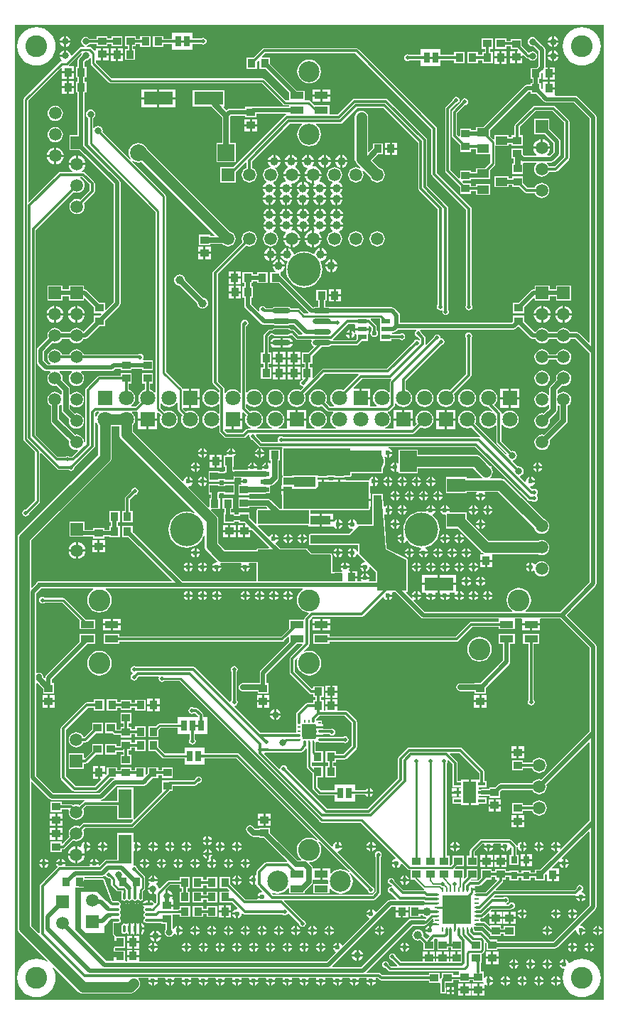
<source format=gtl>
G04*
G04 #@! TF.GenerationSoftware,Altium Limited,Altium Designer,19.1.7 (138)*
G04*
G04 Layer_Physical_Order=1*
G04 Layer_Color=255*
%FSLAX44Y44*%
%MOMM*%
G71*
G01*
G75*
%ADD12C,0.2540*%
%ADD19R,0.2500X0.3500*%
%ADD20R,0.3500X0.2500*%
%ADD21R,0.9500X1.0000*%
%ADD22R,2.4000X1.0000*%
%ADD23R,2.4000X3.3000*%
%ADD24R,1.0000X0.9500*%
%ADD25O,0.9000X0.3000*%
%ADD26O,0.3000X0.9000*%
%ADD27R,2.1300X2.1300*%
%ADD28R,0.6350X1.2700*%
%ADD29C,0.8000*%
%ADD30R,1.0000X0.9500*%
%ADD31R,0.8500X0.4500*%
%ADD32R,1.6000X2.5000*%
%ADD33R,1.6000X3.5000*%
%ADD34R,0.8000X0.9000*%
%ADD35R,3.4500X3.4500*%
%ADD36O,0.2500X0.5500*%
%ADD37O,0.5500X0.2500*%
%ADD38R,0.3250X0.4000*%
%ADD39R,3.5000X1.6000*%
%ADD40R,3.5000X1.6000*%
%ADD41R,2.1800X1.6200*%
%ADD42R,2.0000X2.5000*%
%ADD43R,0.9500X1.0000*%
%ADD44R,5.7000X1.6000*%
%ADD45R,1.6000X0.8500*%
%ADD46O,2.2000X0.6000*%
%ADD47R,1.1000X0.6000*%
%ADD48R,1.4000X1.0000*%
%ADD49R,1.0000X0.6000*%
%ADD90C,0.3048*%
%ADD91C,0.5080*%
%ADD92C,1.2700*%
%ADD93C,0.6350*%
%ADD94C,0.2032*%
%ADD95C,2.5400*%
%ADD96R,1.5000X1.5000*%
%ADD97C,1.5000*%
%ADD98C,2.0000*%
%ADD99R,2.0000X2.0000*%
%ADD100C,2.6000*%
%ADD101C,4.0000*%
%ADD102C,2.5000*%
%ADD103R,1.8000X1.8000*%
%ADD104C,1.8000*%
%ADD105C,0.8128*%
%ADD106C,0.5000*%
%ADD107C,0.6000*%
%ADD108C,1.0000*%
G36*
X706885Y5122D02*
X5122D01*
Y1166885D01*
X706885D01*
Y5122D01*
D02*
G37*
%LPC*%
G36*
X133524Y1153274D02*
X120476D01*
Y1150108D01*
X115774D01*
Y1153274D01*
X102726D01*
Y1149858D01*
X94367D01*
X93783Y1150733D01*
X91955Y1151954D01*
X89800Y1152382D01*
X87645Y1151954D01*
X85817Y1150733D01*
X84597Y1148905D01*
X84168Y1146750D01*
X84597Y1144595D01*
X85817Y1142767D01*
X87645Y1141546D01*
X88538Y1141369D01*
X88413Y1140099D01*
X84000D01*
X82910Y1139882D01*
X81986Y1139264D01*
X81986Y1139264D01*
X73007Y1130286D01*
X71666Y1130741D01*
X71572Y1131457D01*
X70913Y1133048D01*
X69864Y1134414D01*
X68498Y1135463D01*
X66907Y1136122D01*
X66470Y1136179D01*
Y1129750D01*
X65200D01*
Y1128480D01*
X58771D01*
X58828Y1128043D01*
X59487Y1126452D01*
X60536Y1125086D01*
X61470Y1124369D01*
X61039Y1123099D01*
X60886D01*
X59796Y1122882D01*
X58872Y1122264D01*
X58872Y1122264D01*
X16236Y1079628D01*
X15618Y1078704D01*
X15401Y1077614D01*
X15401Y1077614D01*
Y672894D01*
X15401Y672893D01*
X15618Y671803D01*
X16236Y670879D01*
X29390Y657724D01*
Y600169D01*
X18312Y589090D01*
X18250Y589103D01*
X16680Y588791D01*
X15349Y587901D01*
X14460Y586570D01*
X14147Y585000D01*
X14460Y583430D01*
X15349Y582099D01*
X16680Y581209D01*
X18250Y580897D01*
X19820Y581209D01*
X21151Y582099D01*
X22041Y583430D01*
X22353Y585000D01*
X22341Y585062D01*
X34253Y596975D01*
X34253Y596975D01*
X34871Y597899D01*
X35088Y598989D01*
X35088Y598989D01*
Y656108D01*
X36261Y656594D01*
X55802Y637052D01*
X56811Y636379D01*
X58000Y636142D01*
X69658D01*
X70680Y635460D01*
X72250Y635147D01*
X73820Y635460D01*
X75151Y636349D01*
X76041Y637680D01*
X76280Y638885D01*
X99698Y662302D01*
X100371Y663311D01*
X100608Y664500D01*
Y703713D01*
X102537Y705642D01*
X105236D01*
X105667Y704372D01*
X104994Y703856D01*
X103307Y701657D01*
X102247Y699097D01*
X101885Y696350D01*
X102247Y693603D01*
X103307Y691043D01*
X104558Y689413D01*
Y654540D01*
X10902Y560884D01*
X9640Y559239D01*
X8847Y557324D01*
X8576Y555268D01*
X8576Y555268D01*
Y89982D01*
X8576Y89982D01*
X8847Y87926D01*
X9640Y86011D01*
X10902Y84366D01*
X44010Y51258D01*
X43245Y50227D01*
X39742Y52100D01*
X35459Y53399D01*
X31004Y53838D01*
X26549Y53399D01*
X22266Y52100D01*
X18318Y49990D01*
X14858Y47150D01*
X12018Y43690D01*
X9908Y39742D01*
X8609Y35459D01*
X8170Y31004D01*
X8609Y26549D01*
X9908Y22266D01*
X12018Y18318D01*
X14858Y14858D01*
X18318Y12018D01*
X22266Y9908D01*
X26549Y8609D01*
X31004Y8170D01*
X35459Y8609D01*
X39742Y9908D01*
X43690Y12018D01*
X47150Y14858D01*
X49990Y18318D01*
X52100Y22266D01*
X53399Y26549D01*
X53838Y31004D01*
X53399Y35459D01*
X52100Y39742D01*
X50227Y43245D01*
X51258Y44010D01*
X80884Y14384D01*
X80884Y14384D01*
X82529Y13122D01*
X84445Y12329D01*
X85472Y12193D01*
X86500Y12058D01*
X86500Y12058D01*
X142250D01*
X142250Y12058D01*
X144305Y12329D01*
X146221Y13122D01*
X147866Y14384D01*
X151897Y18415D01*
X152182Y18634D01*
X153444Y20279D01*
X154238Y22194D01*
X154508Y24250D01*
X154238Y26305D01*
X153444Y28221D01*
X152369Y29622D01*
X152751Y30892D01*
X164153D01*
X164654Y29956D01*
X164708Y29622D01*
X164554Y28850D01*
X175346D01*
X175193Y29622D01*
X175247Y29956D01*
X175747Y30892D01*
X184153D01*
X184654Y29956D01*
X184708Y29622D01*
X184554Y28850D01*
X195346D01*
X195193Y29622D01*
X195247Y29956D01*
X195747Y30892D01*
X204153D01*
X204654Y29956D01*
X204708Y29622D01*
X204554Y28850D01*
X215346D01*
X215193Y29622D01*
X215247Y29956D01*
X215747Y30892D01*
X224153D01*
X224654Y29956D01*
X224708Y29622D01*
X224554Y28850D01*
X235346D01*
X235193Y29622D01*
X235247Y29956D01*
X235747Y30892D01*
X244153D01*
X244654Y29956D01*
X244708Y29622D01*
X244555Y28850D01*
X255346D01*
X255193Y29622D01*
X255247Y29956D01*
X255747Y30892D01*
X264153D01*
X264654Y29956D01*
X264708Y29622D01*
X264555Y28850D01*
X275346D01*
X275193Y29622D01*
X275247Y29956D01*
X275747Y30892D01*
X284153D01*
X284654Y29956D01*
X284708Y29622D01*
X284555Y28850D01*
X295346D01*
X295193Y29622D01*
X295247Y29956D01*
X295747Y30892D01*
X304153D01*
X304654Y29956D01*
X304708Y29622D01*
X304555Y28850D01*
X315346D01*
X315193Y29622D01*
X315247Y29956D01*
X315747Y30892D01*
X324154D01*
X324654Y29956D01*
X324708Y29622D01*
X324554Y28850D01*
X335346D01*
X335193Y29622D01*
X335247Y29956D01*
X335747Y30892D01*
X344154D01*
X344654Y29956D01*
X344708Y29622D01*
X344554Y28850D01*
X355346D01*
X355193Y29622D01*
X355247Y29956D01*
X355747Y30892D01*
X364154D01*
X364654Y29956D01*
X364708Y29622D01*
X364554Y28850D01*
X375346D01*
X375193Y29622D01*
X375247Y29956D01*
X375747Y30892D01*
X384154D01*
X384654Y29956D01*
X384708Y29622D01*
X384554Y28850D01*
X395346D01*
X395193Y29622D01*
X395247Y29956D01*
X395747Y30892D01*
X404154D01*
X404654Y29956D01*
X404708Y29622D01*
X404554Y28850D01*
X415346D01*
X415193Y29622D01*
X415247Y29956D01*
X415747Y30892D01*
X424154D01*
X424654Y29956D01*
X424708Y29622D01*
X424554Y28850D01*
X435346D01*
X435193Y29622D01*
X435247Y29956D01*
X435747Y30892D01*
X437713D01*
X439723Y28882D01*
X440731Y28208D01*
X441921Y27972D01*
X498587D01*
Y24805D01*
X511635D01*
X512629Y24137D01*
Y19353D01*
X512587D01*
Y12306D01*
X518885D01*
Y19353D01*
X518844D01*
Y24805D01*
X527635D01*
Y28430D01*
X534496D01*
Y26073D01*
X547544D01*
Y28430D01*
X551076D01*
Y26073D01*
X563726Y26073D01*
X564558Y25201D01*
X564000Y24137D01*
X558870D01*
Y18117D01*
X565140D01*
Y22696D01*
X566410Y23283D01*
X567789Y22362D01*
X568680Y22184D01*
Y27580D01*
Y32976D01*
X567789Y32799D01*
X565956Y31574D01*
X565394Y30733D01*
X564124Y31118D01*
Y38621D01*
X560469D01*
Y48578D01*
X561335D01*
Y60014D01*
X562036Y60154D01*
X562960Y60771D01*
X564619Y62431D01*
X564619Y62431D01*
X565237Y63355D01*
X565453Y64445D01*
X565453Y64445D01*
Y72706D01*
X566627Y73192D01*
X567587Y72231D01*
Y64078D01*
X580635D01*
Y66209D01*
X649102D01*
X650688Y66524D01*
X652032Y67422D01*
X673210Y88600D01*
X674380Y87974D01*
X674302Y87580D01*
X674732Y85419D01*
X675956Y83586D01*
X677789Y82362D01*
X678681Y82184D01*
Y87580D01*
X679951D01*
Y88850D01*
X685347D01*
X685169Y89742D01*
X683945Y91574D01*
X682112Y92799D01*
X679951Y93229D01*
X679556Y93150D01*
X678931Y94321D01*
X697180Y112570D01*
X698078Y113914D01*
X698394Y115500D01*
Y216741D01*
Y322850D01*
Y426000D01*
X698078Y427586D01*
X697180Y428930D01*
X662860Y463250D01*
X697430Y497820D01*
X698328Y499164D01*
X698644Y500750D01*
Y776750D01*
Y1056500D01*
X698328Y1058086D01*
X697430Y1059430D01*
X675930Y1080930D01*
X674586Y1081828D01*
X673000Y1082144D01*
X649411D01*
X649040Y1083260D01*
X649040D01*
Y1089530D01*
X641750D01*
Y1090800D01*
X640480D01*
Y1098340D01*
X634460D01*
Y1090442D01*
X633268Y1089920D01*
X632524Y1090520D01*
Y1097324D01*
X630497D01*
Y1101971D01*
X632627D01*
Y1108775D01*
X633371Y1109375D01*
X634563Y1108853D01*
Y1100955D01*
X640583D01*
Y1108495D01*
Y1116035D01*
X637394D01*
Y1137000D01*
X637078Y1138586D01*
X636180Y1139930D01*
X627301Y1148809D01*
X626183Y1150483D01*
X624355Y1151703D01*
X622200Y1152132D01*
X620045Y1151703D01*
X618217Y1150483D01*
X616996Y1148655D01*
X616568Y1146500D01*
X616996Y1144345D01*
X618217Y1142517D01*
X620045Y1141296D01*
X622200Y1140868D01*
X623303Y1141087D01*
X629106Y1135284D01*
Y1117108D01*
X627017Y1115019D01*
X620079D01*
Y1101971D01*
X622209D01*
Y1097324D01*
X619976D01*
Y1094944D01*
X615550D01*
X613964Y1094628D01*
X612620Y1093730D01*
X563664Y1044774D01*
X554476D01*
Y1041144D01*
X549024D01*
Y1043274D01*
X535976D01*
Y1034078D01*
X534803Y1033592D01*
X532358Y1036037D01*
Y1061463D01*
X541865Y1070970D01*
X543070Y1071209D01*
X544401Y1072099D01*
X545290Y1073430D01*
X545603Y1075000D01*
X545290Y1076570D01*
X544401Y1077901D01*
X543070Y1078791D01*
X541500Y1079103D01*
X539930Y1078791D01*
X538599Y1077901D01*
X537710Y1076570D01*
X537470Y1075365D01*
X527052Y1064948D01*
X526379Y1063939D01*
X526142Y1062750D01*
Y1034750D01*
X526379Y1033561D01*
X527052Y1032552D01*
X535976Y1023629D01*
Y1015226D01*
X549024D01*
Y1018392D01*
X554476D01*
Y1012726D01*
X571524D01*
X571901Y1011612D01*
Y1002180D01*
X565495Y995774D01*
X554476D01*
Y991144D01*
X549024D01*
Y993274D01*
X535976D01*
Y984078D01*
X534803Y983592D01*
X524358Y994037D01*
Y1065463D01*
X531615Y1072720D01*
X532820Y1072960D01*
X534151Y1073849D01*
X535041Y1075180D01*
X535353Y1076750D01*
X535041Y1078320D01*
X534151Y1079651D01*
X532820Y1080540D01*
X531250Y1080853D01*
X529680Y1080540D01*
X528349Y1079651D01*
X527459Y1078320D01*
X527220Y1077115D01*
X519053Y1068948D01*
X518379Y1067939D01*
X518142Y1066750D01*
Y992750D01*
X518379Y991561D01*
X519053Y990553D01*
X535976Y973629D01*
Y965226D01*
X549024D01*
Y968392D01*
X554476D01*
Y963726D01*
X571524D01*
Y976774D01*
X554476D01*
Y974608D01*
X549024D01*
Y977774D01*
X540621D01*
X538842Y979553D01*
X539328Y980726D01*
X549024D01*
Y982856D01*
X554476D01*
Y982726D01*
X571524D01*
Y993745D01*
X576764Y998986D01*
X576764Y998986D01*
X577382Y999910D01*
X577599Y1001000D01*
X577599Y1001000D01*
Y1022226D01*
X593524D01*
Y1024606D01*
X597476D01*
Y1022476D01*
X610524D01*
Y1035024D01*
X607108D01*
Y1044713D01*
X626287Y1063892D01*
X646213D01*
X660142Y1049963D01*
Y1009287D01*
X648613Y997758D01*
X641800D01*
X641202Y999201D01*
X639756Y1001086D01*
X639430Y1001336D01*
X639861Y1002606D01*
X644750D01*
X646336Y1002922D01*
X647680Y1003820D01*
X654430Y1010570D01*
X655328Y1011914D01*
X655644Y1013500D01*
Y1027270D01*
X655328Y1028856D01*
X654430Y1030200D01*
X642344Y1042286D01*
Y1054474D01*
X624296D01*
Y1036426D01*
X636484D01*
X647356Y1025554D01*
Y1015216D01*
X643034Y1010894D01*
X639966D01*
X639535Y1012164D01*
X640481Y1012889D01*
X642090Y1014987D01*
X643102Y1017429D01*
X643279Y1018780D01*
X633320D01*
X623361D01*
X623538Y1017429D01*
X624550Y1014987D01*
X626159Y1012889D01*
X627105Y1012164D01*
X626674Y1010894D01*
X612216D01*
X610524Y1012586D01*
Y1019524D01*
X597476D01*
Y1006976D01*
X599709D01*
Y1001524D01*
X597976D01*
Y988976D01*
X611024D01*
Y1001524D01*
X611024Y1001524D01*
X611477Y1002606D01*
X626779D01*
X627210Y1001336D01*
X626884Y1001086D01*
X625438Y999201D01*
X624528Y997006D01*
X624218Y994650D01*
X624528Y992294D01*
X625438Y990099D01*
X626884Y988214D01*
X628769Y986768D01*
X630964Y985858D01*
X633320Y985548D01*
X635676Y985858D01*
X637871Y986768D01*
X639756Y988214D01*
X641202Y990099D01*
X641800Y991542D01*
X649900D01*
X651089Y991779D01*
X652097Y992452D01*
X665447Y1005803D01*
X666121Y1006811D01*
X666358Y1008000D01*
Y1051250D01*
X666121Y1052439D01*
X665447Y1053447D01*
X649697Y1069197D01*
X648689Y1069871D01*
X647500Y1070108D01*
X625000D01*
X623811Y1069871D01*
X622803Y1069197D01*
X601802Y1048197D01*
X601129Y1047189D01*
X600892Y1046000D01*
Y1035024D01*
X597476D01*
Y1032894D01*
X593524D01*
Y1035274D01*
X576476D01*
Y1030462D01*
X575303Y1029976D01*
X571524Y1033755D01*
Y1040914D01*
X617266Y1086656D01*
X619976D01*
Y1084276D01*
X626914D01*
X636120Y1075070D01*
X637464Y1074172D01*
X639050Y1073856D01*
X671284D01*
X690356Y1054784D01*
Y788413D01*
X689183Y787927D01*
X677890Y799220D01*
X676546Y800118D01*
X674960Y800434D01*
X667301D01*
X667132Y800841D01*
X665686Y802726D01*
X663801Y804172D01*
X661606Y805082D01*
X659250Y805392D01*
X656894Y805082D01*
X654699Y804172D01*
X652814Y802726D01*
X651368Y800841D01*
X651199Y800434D01*
X641781D01*
X641612Y800841D01*
X640166Y802726D01*
X638281Y804172D01*
X636086Y805082D01*
X633730Y805392D01*
X631374Y805082D01*
X629179Y804172D01*
X627294Y802726D01*
X625848Y800841D01*
X625813Y800757D01*
X624506Y800604D01*
X612024Y813086D01*
Y820024D01*
X598976D01*
Y813086D01*
X597784Y811894D01*
X464394D01*
Y820250D01*
X464078Y821836D01*
X463180Y823180D01*
X457440Y828920D01*
X456096Y829818D01*
X454510Y830134D01*
X380361D01*
X379260Y830353D01*
X375144D01*
Y837726D01*
X377274D01*
Y850774D01*
X364726D01*
Y837726D01*
X366856D01*
Y830353D01*
X363260D01*
X361495Y830002D01*
X361318Y829884D01*
X360476D01*
X321984Y868376D01*
X321984Y871794D01*
X322902Y872644D01*
X323553Y872914D01*
X325128Y874122D01*
X326336Y875697D01*
X327096Y877532D01*
X327188Y878230D01*
X312312D01*
X312404Y877532D01*
X313164Y875697D01*
X314372Y874122D01*
X315752Y873064D01*
X315658Y872313D01*
X315408Y871794D01*
X309436D01*
Y858746D01*
X319894D01*
X355021Y823619D01*
X354495Y822349D01*
X350180D01*
X344774Y827754D01*
X343850Y828372D01*
X342760Y828589D01*
X342760Y828589D01*
X334798D01*
X334522Y829002D01*
X333025Y830002D01*
X331260Y830353D01*
X315260D01*
X313495Y830002D01*
X311998Y829002D01*
X311896Y828848D01*
X304585D01*
X304541Y829070D01*
X303651Y830401D01*
X302320Y831291D01*
X300750Y831603D01*
X299180Y831291D01*
X297849Y830401D01*
X296959Y829070D01*
X296647Y827500D01*
X296959Y825930D01*
X295940Y825171D01*
X287104Y834006D01*
Y841496D01*
X289234D01*
Y854544D01*
X287104D01*
Y858746D01*
X288984D01*
Y861126D01*
X293936D01*
Y858746D01*
X306484D01*
Y871794D01*
X293936D01*
Y869414D01*
X288984D01*
Y871794D01*
X276436D01*
Y858746D01*
X278816D01*
Y854544D01*
X276686D01*
Y841496D01*
X278816D01*
Y832290D01*
X279132Y830704D01*
X280030Y829360D01*
X299280Y810110D01*
X300624Y809212D01*
X302210Y808896D01*
X313318D01*
X313495Y808779D01*
X315260Y808427D01*
X331260D01*
X333025Y808779D01*
X333202Y808896D01*
X337744D01*
X348012Y798628D01*
X347486Y797358D01*
X343787D01*
X338607Y802538D01*
X337599Y803211D01*
X336410Y803448D01*
X334624D01*
X334522Y803602D01*
X333025Y804602D01*
X331260Y804953D01*
X315260D01*
X313495Y804602D01*
X311998Y803602D01*
X311896Y803448D01*
X309340D01*
X308151Y803211D01*
X307143Y802538D01*
X302553Y797947D01*
X301879Y796939D01*
X301642Y795750D01*
Y775774D01*
X298476D01*
Y762726D01*
X301642D01*
Y758024D01*
X298476D01*
Y744976D01*
X311024D01*
Y758024D01*
X307858D01*
Y762726D01*
X311024D01*
Y775774D01*
X307858D01*
Y794463D01*
X310627Y797232D01*
X311896D01*
X311998Y797078D01*
X313495Y796078D01*
X315260Y795727D01*
X331260D01*
X333025Y796078D01*
X334522Y797078D01*
X335705Y796650D01*
X340303Y792053D01*
X341311Y791379D01*
X342500Y791142D01*
X358632D01*
X359311Y789872D01*
X358998Y789405D01*
X358647Y787640D01*
X358998Y785875D01*
X359998Y784378D01*
X361083Y783654D01*
X361422Y782197D01*
X354999Y775774D01*
X347226D01*
Y762726D01*
X350392D01*
Y758024D01*
X347226D01*
Y744976D01*
X347887D01*
X348012Y743706D01*
X347180Y743540D01*
X345849Y742651D01*
X344959Y741320D01*
X344647Y739750D01*
X344959Y738180D01*
X345849Y736849D01*
X347180Y735959D01*
X348750Y735647D01*
X348820Y735661D01*
X349446Y734491D01*
X346047Y731092D01*
X343847Y732003D01*
X341100Y732365D01*
X338353Y732003D01*
X335793Y730943D01*
X333594Y729256D01*
X331907Y727057D01*
X330847Y724497D01*
X330485Y721750D01*
X330847Y719003D01*
X331907Y716443D01*
X333594Y714244D01*
X335793Y712557D01*
X338353Y711497D01*
X341100Y711135D01*
X343847Y711497D01*
X346407Y712557D01*
X348606Y714244D01*
X350293Y716443D01*
X351353Y719003D01*
X351715Y721750D01*
X351353Y724497D01*
X350442Y726697D01*
X374387Y750642D01*
X414601D01*
X415127Y749372D01*
X396847Y731092D01*
X394647Y732003D01*
X391900Y732365D01*
X389153Y732003D01*
X386593Y730943D01*
X384394Y729256D01*
X382707Y727057D01*
X381647Y724497D01*
X381285Y721750D01*
X381647Y719003D01*
X382707Y716443D01*
X384394Y714244D01*
X385849Y713128D01*
X385418Y711858D01*
X380787D01*
X375842Y716803D01*
X376753Y719003D01*
X377115Y721750D01*
X376753Y724497D01*
X375693Y727057D01*
X374006Y729256D01*
X371807Y730943D01*
X369247Y732003D01*
X366500Y732365D01*
X363753Y732003D01*
X361193Y730943D01*
X358994Y729256D01*
X357307Y727057D01*
X356247Y724497D01*
X355885Y721750D01*
X356247Y719003D01*
X357307Y716443D01*
X358994Y714244D01*
X361193Y712557D01*
X363753Y711497D01*
X366500Y711135D01*
X369247Y711497D01*
X371447Y712408D01*
X377303Y706553D01*
X378311Y705879D01*
X379500Y705642D01*
X384636D01*
X385067Y704372D01*
X384394Y703856D01*
X382707Y701657D01*
X381647Y699097D01*
X381285Y696350D01*
X381647Y693603D01*
X382707Y691043D01*
X384394Y688844D01*
X386593Y687157D01*
X387871Y686628D01*
X387619Y685358D01*
X370781D01*
X370529Y686628D01*
X371807Y687157D01*
X374006Y688844D01*
X375693Y691043D01*
X376753Y693603D01*
X377115Y696350D01*
X376753Y699097D01*
X375693Y701657D01*
X374006Y703856D01*
X371807Y705543D01*
X369247Y706603D01*
X366500Y706965D01*
X363753Y706603D01*
X361193Y705543D01*
X358994Y703856D01*
X357307Y701657D01*
X356247Y699097D01*
X355885Y696350D01*
X356247Y693603D01*
X357307Y691043D01*
X358994Y688844D01*
X361193Y687157D01*
X362471Y686628D01*
X362219Y685358D01*
X352640D01*
Y695080D01*
X329560D01*
Y685358D01*
X319981D01*
X319729Y686628D01*
X321007Y687157D01*
X323206Y688844D01*
X324893Y691043D01*
X325953Y693603D01*
X326315Y696350D01*
X325953Y699097D01*
X324893Y701657D01*
X323206Y703856D01*
X321007Y705543D01*
X318447Y706603D01*
X315700Y706965D01*
X312953Y706603D01*
X310393Y705543D01*
X308194Y703856D01*
X306507Y701657D01*
X305447Y699097D01*
X305085Y696350D01*
X305447Y693603D01*
X306507Y691043D01*
X308194Y688844D01*
X310393Y687157D01*
X311671Y686628D01*
X311419Y685358D01*
X294581D01*
X294329Y686628D01*
X295607Y687157D01*
X297806Y688844D01*
X299493Y691043D01*
X300553Y693603D01*
X300915Y696350D01*
X300553Y699097D01*
X299493Y701657D01*
X297806Y703856D01*
X295607Y705543D01*
X293047Y706603D01*
X290300Y706965D01*
X287553Y706603D01*
X285353Y705692D01*
X280858Y710187D01*
Y714682D01*
X282128Y715113D01*
X282794Y714244D01*
X284993Y712557D01*
X287553Y711497D01*
X290300Y711135D01*
X293047Y711497D01*
X295607Y712557D01*
X297806Y714244D01*
X299493Y716443D01*
X300553Y719003D01*
X300915Y721750D01*
X300553Y724497D01*
X299493Y727057D01*
X297806Y729256D01*
X295607Y730943D01*
X293047Y732003D01*
X290300Y732365D01*
X287553Y732003D01*
X284993Y730943D01*
X282794Y729256D01*
X282128Y728387D01*
X280858Y728818D01*
Y807417D01*
X281070Y807459D01*
X282401Y808349D01*
X283291Y809680D01*
X283603Y811250D01*
X283291Y812820D01*
X282401Y814151D01*
X281070Y815041D01*
X279500Y815353D01*
X277930Y815041D01*
X276599Y814151D01*
X275709Y812820D01*
X275594Y812239D01*
X275553Y812197D01*
X274879Y811189D01*
X274642Y810000D01*
Y728427D01*
X273372Y727996D01*
X272406Y729256D01*
X270207Y730943D01*
X267647Y732003D01*
X264900Y732365D01*
X262153Y732003D01*
X259593Y730943D01*
X257394Y729256D01*
X256378Y727931D01*
X255108Y728362D01*
Y732750D01*
X254871Y733939D01*
X254198Y734948D01*
X247358Y741787D01*
Y869863D01*
X280901Y903406D01*
X282344Y902808D01*
X284700Y902498D01*
X287056Y902808D01*
X289251Y903718D01*
X291136Y905164D01*
X292582Y907049D01*
X293492Y909244D01*
X293802Y911600D01*
X293492Y913956D01*
X292582Y916151D01*
X291136Y918036D01*
X289251Y919482D01*
X287056Y920392D01*
X284700Y920702D01*
X282344Y920392D01*
X280149Y919482D01*
X278264Y918036D01*
X276818Y916151D01*
X275908Y913956D01*
X275598Y911600D01*
X275908Y909244D01*
X276506Y907801D01*
X242052Y873347D01*
X241379Y872339D01*
X241142Y871150D01*
Y740500D01*
X241379Y739311D01*
X242052Y738303D01*
X248892Y731463D01*
Y728883D01*
X247622Y728452D01*
X247006Y729256D01*
X244807Y730943D01*
X242247Y732003D01*
X239500Y732365D01*
X236753Y732003D01*
X234193Y730943D01*
X231994Y729256D01*
X230307Y727057D01*
X229247Y724497D01*
X228885Y721750D01*
X229247Y719003D01*
X230307Y716443D01*
X231994Y714244D01*
X234193Y712557D01*
X236753Y711497D01*
X239500Y711135D01*
X242247Y711497D01*
X244807Y712557D01*
X247006Y714244D01*
X247622Y715048D01*
X248892Y714617D01*
Y703483D01*
X247622Y703052D01*
X247006Y703856D01*
X244807Y705543D01*
X242247Y706603D01*
X239500Y706965D01*
X236753Y706603D01*
X234193Y705543D01*
X231994Y703856D01*
X230307Y701657D01*
X229247Y699097D01*
X228885Y696350D01*
X229247Y693603D01*
X230307Y691043D01*
X231994Y688844D01*
X234193Y687157D01*
X236753Y686097D01*
X239500Y685735D01*
X242247Y686097D01*
X244807Y687157D01*
X247006Y688844D01*
X247622Y689648D01*
X248892Y689217D01*
Y682500D01*
X249129Y681311D01*
X249802Y680303D01*
X254802Y675303D01*
X255811Y674629D01*
X257000Y674392D01*
X278250D01*
X279439Y674629D01*
X280448Y675303D01*
X283639Y678494D01*
X284242Y678409D01*
X284431Y678245D01*
X285103Y677037D01*
X284897Y676000D01*
X285210Y674430D01*
X286099Y673099D01*
X287430Y672209D01*
X288635Y671970D01*
X296303Y664303D01*
X297311Y663629D01*
X298500Y663392D01*
X323302D01*
X324151Y662122D01*
X324100Y662000D01*
Y630000D01*
X324176Y629818D01*
Y627636D01*
X323850Y626850D01*
Y619000D01*
X323160Y618190D01*
X323160D01*
Y613920D01*
X325650D01*
Y616086D01*
X335664D01*
X335714Y614000D01*
X364000Y614000D01*
X370830Y620830D01*
Y625040D01*
X365967D01*
X365626Y625706D01*
X366344Y626976D01*
X378624D01*
Y628350D01*
X385476D01*
Y626976D01*
X398524D01*
Y628350D01*
X404650D01*
X405816Y628834D01*
X406300Y630000D01*
Y632103D01*
X432200D01*
X434651Y632426D01*
X443724D01*
Y638103D01*
X444625Y639277D01*
X446058Y642737D01*
X446547Y646450D01*
X446058Y650163D01*
X445585Y651306D01*
X446611Y652148D01*
X447788Y651361D01*
X448680Y651184D01*
Y656580D01*
X449950D01*
Y657850D01*
X455345D01*
X455168Y658741D01*
X453944Y660574D01*
X452111Y661798D01*
X450481Y662122D01*
X450606Y663392D01*
X553960D01*
X617049Y600303D01*
X618058Y599629D01*
X619247Y599392D01*
X621908D01*
X622930Y598709D01*
X624500Y598397D01*
X626070Y598709D01*
X627401Y599599D01*
X628290Y600930D01*
X628603Y602500D01*
X628290Y604070D01*
X627438Y605346D01*
X627268Y605686D01*
Y606564D01*
X627438Y606904D01*
X628290Y608180D01*
X628603Y609750D01*
X628290Y611320D01*
X627401Y612651D01*
X626070Y613540D01*
X624500Y613853D01*
X622930Y613540D01*
X622041Y612946D01*
X619202Y615785D01*
X619828Y616955D01*
X619949Y616931D01*
X622111Y617361D01*
X623944Y618585D01*
X625168Y620418D01*
X625345Y621310D01*
X619949D01*
Y622579D01*
X618680D01*
Y627975D01*
X617788Y627798D01*
X615955Y626574D01*
X614731Y624741D01*
X614301Y622579D01*
X614325Y622458D01*
X613155Y621832D01*
X606981Y628006D01*
X607350Y629221D01*
X608180Y629386D01*
X610029Y630621D01*
X611264Y632470D01*
X611698Y634650D01*
X611264Y636830D01*
X610029Y638679D01*
X608180Y639914D01*
X606000Y640348D01*
X604914Y640131D01*
X598687Y646358D01*
X599105Y647736D01*
X600419Y647997D01*
X602268Y649232D01*
X603503Y651081D01*
X603936Y653261D01*
X603503Y655441D01*
X602268Y657290D01*
X600419Y658525D01*
X598239Y658959D01*
X597152Y658743D01*
X585358Y670537D01*
Y689673D01*
X586628Y690104D01*
X587594Y688844D01*
X589793Y687157D01*
X592353Y686097D01*
X595100Y685735D01*
X597847Y686097D01*
X600407Y687157D01*
X602606Y688844D01*
X604293Y691043D01*
X605353Y693603D01*
X605715Y696350D01*
X605353Y699097D01*
X604293Y701657D01*
X602606Y703856D01*
X600407Y705543D01*
X597847Y706603D01*
X595100Y706965D01*
X592353Y706603D01*
X589793Y705543D01*
X587594Y703856D01*
X586628Y702596D01*
X585358Y703027D01*
Y703750D01*
X585121Y704939D01*
X584448Y705947D01*
X577141Y713254D01*
X577206Y714244D01*
X578893Y716443D01*
X579953Y719003D01*
X580315Y721750D01*
X579953Y724497D01*
X578893Y727057D01*
X577206Y729256D01*
X575007Y730943D01*
X572447Y732003D01*
X569700Y732365D01*
X566953Y732003D01*
X564393Y730943D01*
X562194Y729256D01*
X560507Y727057D01*
X559447Y724497D01*
X559085Y721750D01*
X559447Y719003D01*
X560507Y716443D01*
X562194Y714244D01*
X564393Y712557D01*
X566953Y711497D01*
X569700Y711135D01*
X570380Y711225D01*
X574462Y707143D01*
X573742Y706067D01*
X572447Y706603D01*
X569700Y706965D01*
X566953Y706603D01*
X564393Y705543D01*
X562194Y703856D01*
X560507Y701657D01*
X559447Y699097D01*
X559085Y696350D01*
X559447Y693603D01*
X560507Y691043D01*
X562194Y688844D01*
X564393Y687157D01*
X566953Y686097D01*
X569700Y685735D01*
X572447Y686097D01*
X575007Y687157D01*
X577206Y688844D01*
X577872Y689713D01*
X579142Y689282D01*
Y669250D01*
X579379Y668061D01*
X580052Y667053D01*
X591898Y655207D01*
X591845Y654996D01*
X590438Y654607D01*
X553642Y691403D01*
X554553Y693603D01*
X554915Y696350D01*
X554553Y699097D01*
X553493Y701657D01*
X551806Y703856D01*
X549607Y705543D01*
X547047Y706603D01*
X544300Y706965D01*
X541553Y706603D01*
X538993Y705543D01*
X536794Y703856D01*
X535107Y701657D01*
X534047Y699097D01*
X533685Y696350D01*
X534047Y693603D01*
X535107Y691043D01*
X536794Y688844D01*
X538993Y687157D01*
X541553Y686097D01*
X544300Y685735D01*
X547047Y686097D01*
X549247Y687008D01*
X560038Y676217D01*
X559880Y675875D01*
X559290Y675169D01*
X558342Y675358D01*
X325342D01*
X324320Y676040D01*
X322750Y676353D01*
X321180Y676040D01*
X319849Y675151D01*
X318960Y673820D01*
X318647Y672250D01*
X318920Y670878D01*
X318335Y669608D01*
X299787D01*
X293030Y676365D01*
X292791Y677570D01*
X292589Y677872D01*
X293267Y679142D01*
X479400D01*
X480589Y679379D01*
X481598Y680052D01*
X488553Y687008D01*
X490753Y686097D01*
X493500Y685735D01*
X496247Y686097D01*
X498807Y687157D01*
X501006Y688844D01*
X502693Y691043D01*
X503753Y693603D01*
X504115Y696350D01*
X503753Y699097D01*
X502693Y701657D01*
X501006Y703856D01*
X498807Y705543D01*
X496247Y706603D01*
X493500Y706965D01*
X490753Y706603D01*
X488193Y705543D01*
X485994Y703856D01*
X484307Y701657D01*
X483247Y699097D01*
X482885Y696350D01*
X483247Y693603D01*
X484158Y691403D01*
X480813Y688058D01*
X479640Y688544D01*
Y695080D01*
X456560D01*
Y685358D01*
X446981D01*
X446729Y686628D01*
X448007Y687157D01*
X450206Y688844D01*
X451893Y691043D01*
X452953Y693603D01*
X453315Y696350D01*
X452953Y699097D01*
X451893Y701657D01*
X450206Y703856D01*
X449533Y704372D01*
X449964Y705642D01*
X450250D01*
X451439Y705879D01*
X452448Y706553D01*
X457448Y711553D01*
X458121Y712561D01*
X458358Y713750D01*
Y715073D01*
X459628Y715504D01*
X460594Y714244D01*
X462793Y712557D01*
X465353Y711497D01*
X468100Y711135D01*
X470847Y711497D01*
X473407Y712557D01*
X475606Y714244D01*
X477293Y716443D01*
X478353Y719003D01*
X478715Y721750D01*
X478353Y724497D01*
X477293Y727057D01*
X475606Y729256D01*
X473407Y730943D01*
X471208Y731854D01*
Y742682D01*
X513430Y784905D01*
X514635Y785144D01*
X515966Y786034D01*
X516856Y787365D01*
X517168Y788935D01*
X516856Y790505D01*
X515966Y791836D01*
X514635Y792725D01*
X513065Y793038D01*
X512555Y793548D01*
X512243Y795118D01*
X511353Y796449D01*
X510022Y797339D01*
X508452Y797651D01*
X506882Y797339D01*
X505551Y796449D01*
X504661Y795118D01*
X504422Y793913D01*
X495628Y785119D01*
X494458Y785745D01*
X494608Y786500D01*
Y793500D01*
X494371Y794689D01*
X493698Y795697D01*
X490030Y799365D01*
X489790Y800570D01*
X488901Y801901D01*
X488250Y802336D01*
X488635Y803606D01*
X599500D01*
X601086Y803922D01*
X602430Y804820D01*
X605086Y807476D01*
X605914D01*
X620030Y793360D01*
X621374Y792462D01*
X622960Y792146D01*
X625679D01*
X625848Y791739D01*
X627294Y789854D01*
X629179Y788408D01*
X631374Y787498D01*
X633730Y787188D01*
X636086Y787498D01*
X638281Y788408D01*
X640166Y789854D01*
X641612Y791739D01*
X641781Y792146D01*
X651199D01*
X651368Y791739D01*
X652814Y789854D01*
X654699Y788408D01*
X656894Y787498D01*
X659250Y787188D01*
X661606Y787498D01*
X663801Y788408D01*
X665686Y789854D01*
X667132Y791739D01*
X667301Y792146D01*
X673244D01*
X690356Y775034D01*
Y502466D01*
X655284Y467394D01*
X614211D01*
X613780Y468664D01*
X616362Y470645D01*
X618691Y473679D01*
X620154Y477212D01*
X620653Y481004D01*
X620154Y484795D01*
X618691Y488329D01*
X616362Y491362D01*
X613329Y493691D01*
X609795Y495154D01*
X606004Y495653D01*
X602212Y495154D01*
X598679Y493691D01*
X595645Y491362D01*
X593317Y488329D01*
X591854Y484795D01*
X591355Y481004D01*
X591854Y477212D01*
X593317Y473679D01*
X595645Y470645D01*
X598228Y468664D01*
X597797Y467394D01*
X493716D01*
X480246Y480864D01*
X481056Y481850D01*
X481788Y481361D01*
X482680Y481184D01*
Y485310D01*
X478554D01*
X478731Y484418D01*
X479220Y483686D01*
X478234Y482876D01*
X471683Y489427D01*
X472169Y490600D01*
X472250D01*
X473157Y490976D01*
X473774D01*
Y491947D01*
X473900Y492250D01*
Y528750D01*
X473799Y528992D01*
X473821Y529253D01*
X473567Y529553D01*
X473416Y529916D01*
X473174Y530017D01*
X473005Y530217D01*
X448577Y542794D01*
X445569Y583316D01*
X446790Y584028D01*
X447788Y583361D01*
X448680Y583184D01*
Y588579D01*
Y593975D01*
X447788Y593798D01*
X446146Y592701D01*
X444848Y593029D01*
X443895Y605872D01*
X443774Y606112D01*
Y607274D01*
X442553D01*
X442250Y607400D01*
X432750D01*
X432447Y607274D01*
X431226D01*
Y606053D01*
X431100Y605750D01*
Y571400D01*
X415750D01*
X415447Y571274D01*
X414332D01*
X413635Y571447D01*
X413093Y571605D01*
X412668Y573741D01*
X411444Y575574D01*
X409611Y576798D01*
X408720Y576976D01*
Y571580D01*
X407450D01*
Y570310D01*
X402054D01*
X402231Y569418D01*
X403456Y567585D01*
X405288Y566361D01*
X407450Y565931D01*
X407890Y566019D01*
X408515Y564848D01*
X403567Y559900D01*
X357750D01*
X357447Y559774D01*
X356226D01*
Y558553D01*
X356100Y558250D01*
Y548250D01*
X356226Y547947D01*
Y546726D01*
X357447D01*
X357750Y546600D01*
X414100D01*
Y539050D01*
X412830Y538925D01*
X412668Y539741D01*
X411444Y541574D01*
X409611Y542798D01*
X408720Y542976D01*
Y537580D01*
Y532184D01*
X409611Y532361D01*
X411444Y533585D01*
X412615Y535338D01*
X412706Y535431D01*
X414057Y535891D01*
X414226Y535776D01*
Y535226D01*
X414941D01*
X422590Y527577D01*
X422060Y526311D01*
X420338Y525969D01*
X418506Y524744D01*
X417281Y522912D01*
X417104Y522020D01*
X422500D01*
Y520750D01*
X423770D01*
Y515354D01*
X424662Y515532D01*
X426494Y516756D01*
X427719Y518588D01*
X428061Y520310D01*
X429327Y520840D01*
X435600Y514567D01*
Y503144D01*
X428030D01*
X427351Y504414D01*
X427969Y505338D01*
X428146Y506230D01*
X417354D01*
X417531Y505338D01*
X418149Y504414D01*
X417471Y503144D01*
X413540D01*
Y506980D01*
X406250D01*
Y508250D01*
X404980D01*
Y515790D01*
X403865D01*
X403261Y517060D01*
X404168Y518418D01*
X404346Y519310D01*
X393554D01*
X393731Y518418D01*
X394955Y516586D01*
X395705Y516085D01*
X395193Y514900D01*
X383400D01*
Y535250D01*
X383274Y535553D01*
Y536774D01*
X382053D01*
X381750Y536900D01*
X358923D01*
X358916Y536916D01*
X353774Y542059D01*
Y542774D01*
X352553D01*
X352250Y542900D01*
X321210D01*
X315973Y548137D01*
X316371Y549535D01*
X317944Y550585D01*
X319168Y552418D01*
X319345Y553310D01*
X313950D01*
Y554580D01*
X312680D01*
Y559976D01*
X311788Y559798D01*
X309956Y558574D01*
X308905Y557001D01*
X307507Y556603D01*
X295280Y568830D01*
X295806Y570101D01*
X355210D01*
Y568710D01*
X368480D01*
Y576250D01*
Y583790D01*
X357650D01*
Y588250D01*
X357717Y588350D01*
X427008D01*
X427008Y588351D01*
X427008Y588350D01*
X427650Y588616D01*
X428167Y588831D01*
X428174Y588834D01*
X428174Y588834D01*
X428175Y588834D01*
X428177Y588841D01*
X428392Y589359D01*
X428657Y590000D01*
X428657Y590000D01*
X428657Y590001D01*
X428656Y592576D01*
X429290Y593210D01*
X429290D01*
Y599480D01*
X427004D01*
X427008Y590000D01*
X325500D01*
X325650Y590150D01*
Y611380D01*
X323160D01*
Y607110D01*
X324000D01*
Y590362D01*
X323850Y590000D01*
X323783Y589900D01*
X320876D01*
X310388Y600388D01*
X308834Y601426D01*
X307000Y601791D01*
X284774D01*
Y603274D01*
X271726D01*
Y590726D01*
X284774D01*
Y592209D01*
X305016D01*
X306152Y591073D01*
X305666Y589900D01*
X295250D01*
X294947Y589774D01*
X293726D01*
Y588553D01*
X293600Y588250D01*
Y572306D01*
X292330Y571780D01*
X284954Y579156D01*
Y585284D01*
X271906D01*
Y583144D01*
X267274D01*
Y585274D01*
X263144D01*
Y589726D01*
X265274D01*
Y602774D01*
X252726D01*
Y589726D01*
X254856D01*
Y585274D01*
X254226D01*
Y572726D01*
X267274D01*
Y574856D01*
X271906D01*
Y572736D01*
X279520D01*
X280120Y571992D01*
X279700Y571032D01*
Y564780D01*
X286016D01*
X287143Y565247D01*
X308317Y544073D01*
X307831Y542900D01*
X295250D01*
X294947Y542774D01*
X293726D01*
Y541553D01*
X293600Y541250D01*
Y541192D01*
X255290D01*
X247442Y549040D01*
Y577000D01*
X247171Y579055D01*
X246378Y580971D01*
X245116Y582616D01*
X245116Y582616D01*
X239179Y588553D01*
X239665Y589726D01*
X249774D01*
Y602774D01*
X248291D01*
Y606976D01*
X249274D01*
Y608459D01*
X254226D01*
Y606976D01*
X267274D01*
Y619524D01*
X254226D01*
Y618041D01*
X249274D01*
Y619524D01*
X236226D01*
Y606976D01*
X238709D01*
Y602774D01*
X237226D01*
Y592165D01*
X236053Y591679D01*
X212009Y615723D01*
X212489Y617038D01*
X214111Y617361D01*
X215944Y618585D01*
X217168Y620418D01*
X217346Y621310D01*
X211950D01*
Y622579D01*
X210680D01*
Y627975D01*
X209788Y627798D01*
X207956Y626574D01*
X206731Y624741D01*
X206409Y623119D01*
X205093Y622639D01*
X145842Y681890D01*
Y689413D01*
X147093Y691043D01*
X148153Y693603D01*
X148515Y696350D01*
X148153Y699097D01*
X147093Y701657D01*
X145406Y703856D01*
X144733Y704372D01*
X145164Y705642D01*
X150300D01*
X150490Y705680D01*
X151760Y704649D01*
Y697620D01*
X174840D01*
Y704522D01*
X176013Y705008D01*
X179465Y701556D01*
X178447Y699097D01*
X178085Y696350D01*
X178447Y693603D01*
X179507Y691043D01*
X181194Y688844D01*
X183393Y687157D01*
X185953Y686097D01*
X188700Y685735D01*
X191447Y686097D01*
X194007Y687157D01*
X196206Y688844D01*
X197893Y691043D01*
X198953Y693603D01*
X199315Y696350D01*
X198953Y699097D01*
X197893Y701657D01*
X196206Y703856D01*
X194007Y705543D01*
X191447Y706603D01*
X188700Y706965D01*
X185953Y706603D01*
X183494Y705585D01*
X178599Y710480D01*
Y715540D01*
X179869Y715972D01*
X181194Y714244D01*
X183393Y712557D01*
X185953Y711497D01*
X188700Y711135D01*
X191447Y711497D01*
X194007Y712557D01*
X196206Y714244D01*
X197893Y716443D01*
X198187Y717154D01*
X199457Y716901D01*
Y708144D01*
X199457Y708144D01*
X199674Y707054D01*
X200292Y706130D01*
X204865Y701556D01*
X203847Y699097D01*
X203485Y696350D01*
X203847Y693603D01*
X204907Y691043D01*
X206594Y688844D01*
X208793Y687157D01*
X211353Y686097D01*
X214100Y685735D01*
X216847Y686097D01*
X219407Y687157D01*
X221606Y688844D01*
X223293Y691043D01*
X224353Y693603D01*
X224715Y696350D01*
X224353Y699097D01*
X223293Y701657D01*
X221606Y703856D01*
X219407Y705543D01*
X216847Y706603D01*
X214100Y706965D01*
X211353Y706603D01*
X208894Y705585D01*
X205539Y708940D01*
X206065Y710210D01*
X212830D01*
Y721750D01*
Y733290D01*
X204905D01*
X204320Y734165D01*
X185373Y753113D01*
Y962238D01*
X185373Y962239D01*
X185156Y963329D01*
X184538Y964253D01*
X144790Y1004001D01*
X145630Y1004958D01*
X146638Y1004184D01*
X149442Y1003023D01*
X152450Y1002626D01*
X155458Y1003023D01*
X156298Y1003370D01*
X243454Y916214D01*
X242968Y915041D01*
X237774D01*
Y916524D01*
X224726D01*
Y903976D01*
X237774D01*
Y905459D01*
X252638D01*
X252864Y905164D01*
X254749Y903718D01*
X256944Y902808D01*
X259300Y902498D01*
X261656Y902808D01*
X263851Y903718D01*
X265736Y905164D01*
X267182Y907049D01*
X268092Y909244D01*
X268402Y911600D01*
X268092Y913956D01*
X267182Y916151D01*
X265736Y918036D01*
X263851Y919482D01*
X261799Y920332D01*
X162832Y1019300D01*
X162516Y1020062D01*
X160669Y1022469D01*
X158262Y1024316D01*
X155458Y1025477D01*
X152450Y1025873D01*
X149442Y1025477D01*
X146638Y1024316D01*
X144231Y1022469D01*
X142384Y1020062D01*
X141223Y1017258D01*
X140827Y1014250D01*
X141223Y1011242D01*
X142384Y1008438D01*
X143158Y1007430D01*
X142201Y1006590D01*
X109882Y1038909D01*
X110159Y1040301D01*
X109725Y1042481D01*
X108490Y1044330D01*
X106642Y1045565D01*
X104462Y1045998D01*
X102281Y1045565D01*
X100433Y1044330D01*
X99709Y1043246D01*
X98439Y1043631D01*
Y1055374D01*
X99619Y1056162D01*
X100854Y1058011D01*
X101288Y1060191D01*
X100854Y1062371D01*
X99619Y1064220D01*
X97771Y1065455D01*
X95590Y1065889D01*
X93410Y1065455D01*
X91561Y1064220D01*
X90326Y1062371D01*
X89893Y1060191D01*
X90326Y1058011D01*
X91561Y1056162D01*
X92741Y1055374D01*
Y1025079D01*
X92741Y1025079D01*
X92958Y1023989D01*
X93576Y1023065D01*
X172901Y943739D01*
Y728611D01*
X171631Y728180D01*
X170806Y729256D01*
X168607Y730943D01*
X166408Y731854D01*
Y739087D01*
X169824D01*
Y751635D01*
X156776D01*
Y739087D01*
X160192D01*
Y731854D01*
X157993Y730943D01*
X155794Y729256D01*
X154107Y727057D01*
X153047Y724497D01*
X152685Y721750D01*
X153047Y719003D01*
X153958Y716803D01*
X149013Y711858D01*
X144382D01*
X143951Y713128D01*
X145406Y714244D01*
X147093Y716443D01*
X148153Y719003D01*
X148515Y721750D01*
X148153Y724497D01*
X147093Y727057D01*
X145406Y729256D01*
X143207Y730943D01*
X141008Y731854D01*
Y739226D01*
X144424D01*
Y751774D01*
X131376D01*
Y748608D01*
X106500D01*
X105311Y748371D01*
X104303Y747698D01*
X90052Y733447D01*
X89379Y732439D01*
X89142Y731250D01*
Y668523D01*
X89011Y668441D01*
X87830Y669203D01*
X87842Y669290D01*
X87532Y671646D01*
X86622Y673841D01*
X85176Y675726D01*
X83291Y677172D01*
X81096Y678082D01*
X78740Y678392D01*
X76684Y678121D01*
X57791Y697014D01*
Y712392D01*
X59436Y713654D01*
X59939Y714309D01*
X61209Y713878D01*
Y707430D01*
X61574Y705596D01*
X62612Y704042D01*
X69909Y696746D01*
X69638Y694690D01*
X69948Y692334D01*
X70858Y690139D01*
X72304Y688254D01*
X74189Y686808D01*
X76384Y685898D01*
X78740Y685588D01*
X81096Y685898D01*
X83291Y686808D01*
X85176Y688254D01*
X86622Y690139D01*
X87532Y692334D01*
X87842Y694690D01*
X87532Y697046D01*
X86622Y699241D01*
X85176Y701126D01*
X83291Y702572D01*
X81096Y703482D01*
X78740Y703792D01*
X76684Y703521D01*
X70791Y709415D01*
Y713540D01*
X72061Y713971D01*
X72304Y713654D01*
X74189Y712208D01*
X76384Y711298D01*
X78740Y710988D01*
X81096Y711298D01*
X83291Y712208D01*
X85176Y713654D01*
X86622Y715539D01*
X87532Y717734D01*
X87842Y720090D01*
X87532Y722446D01*
X86622Y724641D01*
X85176Y726526D01*
X83291Y727972D01*
X81096Y728882D01*
X78740Y729192D01*
X76384Y728882D01*
X74189Y727972D01*
X72304Y726526D01*
X72061Y726209D01*
X70791Y726640D01*
Y732490D01*
X70426Y734324D01*
X69388Y735878D01*
X61831Y743434D01*
X62102Y745490D01*
X61792Y747846D01*
X60882Y750041D01*
X59436Y751926D01*
X58575Y752586D01*
X59006Y753856D01*
X72734D01*
X73165Y752586D01*
X72304Y751926D01*
X70858Y750041D01*
X69948Y747846D01*
X69638Y745490D01*
X69948Y743134D01*
X70858Y740939D01*
X72304Y739054D01*
X74189Y737608D01*
X76384Y736698D01*
X78740Y736388D01*
X81096Y736698D01*
X83291Y737608D01*
X85176Y739054D01*
X86622Y740939D01*
X87532Y743134D01*
X87842Y745490D01*
X87532Y747846D01*
X86622Y750041D01*
X85176Y751926D01*
X84315Y752586D01*
X84746Y753856D01*
X120250D01*
X121836Y754172D01*
X123180Y755070D01*
X124966Y756856D01*
X131376D01*
Y754726D01*
X144424D01*
Y756718D01*
X156776D01*
Y754587D01*
X169824D01*
Y767135D01*
X158619D01*
X157940Y768405D01*
X158291Y768930D01*
X158603Y770500D01*
X158291Y772070D01*
X157401Y773401D01*
X156070Y774290D01*
X154500Y774603D01*
X152930Y774290D01*
X152492Y773998D01*
X87220D01*
X86622Y775441D01*
X85176Y777326D01*
X83291Y778772D01*
X81096Y779682D01*
X78740Y779992D01*
X76384Y779682D01*
X74189Y778772D01*
X72304Y777326D01*
X70858Y775441D01*
X70260Y773998D01*
X61480D01*
X60882Y775441D01*
X59436Y777326D01*
X57551Y778772D01*
X55356Y779682D01*
X53000Y779992D01*
X50644Y779682D01*
X48449Y778772D01*
X46564Y777326D01*
X45118Y775441D01*
X44208Y773246D01*
X43898Y770890D01*
X44208Y768534D01*
X45118Y766339D01*
X46564Y764454D01*
X47920Y763414D01*
X47489Y762144D01*
X44216D01*
X39894Y766466D01*
Y777324D01*
X50237Y787667D01*
X50644Y787498D01*
X53000Y787188D01*
X55356Y787498D01*
X57551Y788408D01*
X59436Y789854D01*
X60882Y791739D01*
X61051Y792146D01*
X70689D01*
X70858Y791739D01*
X72304Y789854D01*
X74189Y788408D01*
X76384Y787498D01*
X78740Y787188D01*
X81096Y787498D01*
X83291Y788408D01*
X85176Y789854D01*
X86622Y791739D01*
X86791Y792146D01*
X88790D01*
X90376Y792462D01*
X91720Y793360D01*
X105836Y807476D01*
X112774D01*
Y814414D01*
X129930Y831570D01*
X130828Y832914D01*
X131144Y834500D01*
Y978440D01*
X130828Y980026D01*
X129930Y981370D01*
X88264Y1023036D01*
Y1030558D01*
X88394Y1031210D01*
Y1085726D01*
X90524D01*
Y1098774D01*
X88394D01*
Y1103476D01*
X90524D01*
Y1116524D01*
X88394D01*
Y1122484D01*
X90084Y1124174D01*
X91955Y1124547D01*
X93783Y1125767D01*
X94631Y1127038D01*
X95901Y1126652D01*
Y1120500D01*
X95901Y1120500D01*
X96118Y1119410D01*
X96736Y1118486D01*
X117486Y1097736D01*
X118410Y1097118D01*
X119500Y1096901D01*
X119500Y1096901D01*
X299570D01*
X324736Y1071736D01*
X324736Y1071736D01*
X325660Y1071118D01*
X326750Y1070901D01*
X326750Y1070901D01*
X330862D01*
X331976Y1070524D01*
Y1068894D01*
X288750D01*
X288149Y1068774D01*
X279976D01*
Y1066644D01*
X261350D01*
X259764Y1066328D01*
X258420Y1065430D01*
X257508Y1064518D01*
X253723Y1068303D01*
X254209Y1069476D01*
X255274D01*
Y1088524D01*
X217226D01*
Y1069476D01*
X238999D01*
X252259Y1056216D01*
Y1025774D01*
X245526D01*
Y1002726D01*
X268574D01*
Y1025774D01*
X261841D01*
Y1057131D01*
X263066Y1058356D01*
X279976D01*
Y1056226D01*
X293024D01*
Y1060606D01*
X328262D01*
X328470Y1059954D01*
X328473Y1059336D01*
X327625Y1058770D01*
X265679Y996824D01*
X250276D01*
Y978776D01*
X268324D01*
Y990679D01*
X280419Y1002774D01*
X281592Y1002288D01*
Y996280D01*
X280149Y995682D01*
X278264Y994236D01*
X276818Y992351D01*
X275908Y990156D01*
X275598Y987800D01*
X275908Y985444D01*
X276818Y983249D01*
X278264Y981364D01*
X280149Y979918D01*
X282344Y979008D01*
X284700Y978698D01*
X287056Y979008D01*
X289251Y979918D01*
X291136Y981364D01*
X292582Y983249D01*
X293492Y985444D01*
X293802Y987800D01*
X293492Y990156D01*
X292582Y992351D01*
X291136Y994236D01*
X289251Y995682D01*
X287808Y996280D01*
Y1003697D01*
X333003Y1048892D01*
X347678D01*
X348109Y1047622D01*
X346002Y1046006D01*
X343754Y1043076D01*
X342341Y1039665D01*
X341859Y1036004D01*
X342341Y1032343D01*
X343754Y1028931D01*
X346002Y1026002D01*
X348931Y1023754D01*
X352343Y1022341D01*
X356004Y1021859D01*
X359665Y1022341D01*
X363076Y1023754D01*
X366006Y1026002D01*
X368254Y1028931D01*
X369667Y1032343D01*
X370149Y1036004D01*
X369667Y1039665D01*
X368254Y1043076D01*
X366006Y1046006D01*
X363899Y1047622D01*
X364330Y1048892D01*
X393216D01*
X394405Y1049129D01*
X395413Y1049802D01*
X413253Y1067642D01*
X444463D01*
X485892Y1026213D01*
Y971750D01*
X486129Y970561D01*
X486802Y969553D01*
X509392Y946963D01*
Y833430D01*
X509349Y833401D01*
X508460Y832070D01*
X508147Y830500D01*
X508460Y828930D01*
X509349Y827599D01*
X510680Y826710D01*
X512250Y826397D01*
X513820Y826710D01*
X514873Y825886D01*
X514647Y824750D01*
X514959Y823180D01*
X515849Y821849D01*
X517180Y820959D01*
X518750Y820647D01*
X520320Y820959D01*
X521651Y821849D01*
X522541Y823180D01*
X522853Y824750D01*
X522541Y826320D01*
X521858Y827342D01*
Y948466D01*
X521621Y949655D01*
X520947Y950663D01*
X496680Y974931D01*
Y1029394D01*
X496443Y1030583D01*
X495770Y1031591D01*
X449841Y1077520D01*
X448833Y1078193D01*
X447644Y1078430D01*
X410072D01*
X408883Y1078193D01*
X407874Y1077520D01*
X390035Y1059680D01*
X380024D01*
Y1070524D01*
X362505D01*
X357264Y1075764D01*
X356340Y1076382D01*
X355250Y1076599D01*
X355250Y1076599D01*
X351024D01*
Y1088024D01*
X341586D01*
X309274Y1120336D01*
Y1127274D01*
X300078D01*
X299592Y1128447D01*
X303787Y1132642D01*
X411213D01*
X501892Y1041963D01*
Y988750D01*
X502129Y987561D01*
X502803Y986553D01*
X543392Y945963D01*
Y833092D01*
X542710Y832070D01*
X542397Y830500D01*
X542710Y828930D01*
X543599Y827599D01*
X544930Y826710D01*
X546500Y826397D01*
X548070Y826710D01*
X549401Y827599D01*
X550290Y828930D01*
X550603Y830500D01*
X550290Y832070D01*
X549608Y833092D01*
Y947250D01*
X549371Y948439D01*
X548698Y949447D01*
X508108Y990037D01*
Y1043250D01*
X507871Y1044439D01*
X507197Y1045447D01*
X414697Y1137947D01*
X413689Y1138621D01*
X412500Y1138858D01*
X302500D01*
X301311Y1138621D01*
X300303Y1137947D01*
X289629Y1127274D01*
X281226D01*
Y1114226D01*
X293774D01*
Y1122629D01*
X295553Y1124408D01*
X296726Y1123922D01*
Y1114226D01*
X303664D01*
X331976Y1085914D01*
Y1076599D01*
X327930D01*
X302764Y1101764D01*
X301840Y1102382D01*
X300750Y1102599D01*
X300750Y1102599D01*
X120680D01*
X101599Y1121680D01*
Y1122986D01*
X101710Y1124210D01*
X102869Y1124210D01*
X107980D01*
Y1131500D01*
Y1138790D01*
X101710D01*
Y1135798D01*
X100440Y1135339D01*
X96514Y1139264D01*
X95590Y1139882D01*
X94500Y1140099D01*
X94500Y1140099D01*
X91187D01*
X91062Y1141369D01*
X91955Y1141546D01*
X93783Y1142767D01*
X94367Y1143642D01*
X102726D01*
Y1140726D01*
X115774D01*
Y1143892D01*
X120476D01*
Y1140726D01*
X133524D01*
Y1153274D01*
D02*
G37*
G36*
X216600Y1157130D02*
X192470D01*
Y1149858D01*
X182524D01*
Y1153274D01*
X169976D01*
Y1140226D01*
X182524D01*
Y1143642D01*
X192470D01*
Y1136810D01*
X216600D01*
Y1143892D01*
X227158D01*
X228180Y1143210D01*
X229750Y1142897D01*
X231320Y1143210D01*
X232651Y1144099D01*
X233540Y1145430D01*
X233853Y1147000D01*
X233540Y1148570D01*
X232651Y1149901D01*
X231320Y1150790D01*
X229750Y1151103D01*
X228180Y1150790D01*
X227158Y1150108D01*
X216600D01*
Y1157130D01*
D02*
G37*
G36*
X167024Y1153274D02*
X154476D01*
Y1149858D01*
X149524D01*
Y1153274D01*
X136476D01*
Y1140726D01*
X139892D01*
Y1137774D01*
X136226D01*
Y1124726D01*
X148774D01*
Y1137774D01*
X146108D01*
Y1140726D01*
X149524D01*
Y1143642D01*
X154476D01*
Y1140226D01*
X167024D01*
Y1153274D01*
D02*
G37*
G36*
X66470Y1153179D02*
Y1148020D01*
X71629D01*
X71572Y1148457D01*
X70913Y1150048D01*
X69864Y1151414D01*
X68498Y1152463D01*
X66907Y1153122D01*
X66470Y1153179D01*
D02*
G37*
G36*
X63930D02*
X63493Y1153122D01*
X61902Y1152463D01*
X60536Y1151414D01*
X59487Y1150048D01*
X58828Y1148457D01*
X58771Y1148020D01*
X63930D01*
Y1153179D01*
D02*
G37*
G36*
X648070Y1152929D02*
Y1147770D01*
X653229D01*
X653172Y1148207D01*
X652513Y1149798D01*
X651464Y1151164D01*
X650098Y1152213D01*
X648507Y1152872D01*
X648070Y1152929D01*
D02*
G37*
G36*
X645530Y1152929D02*
X645093Y1152872D01*
X643502Y1152213D01*
X642136Y1151164D01*
X641087Y1149798D01*
X640428Y1148207D01*
X640371Y1147770D01*
X645530D01*
Y1152929D01*
D02*
G37*
G36*
X71629Y1145480D02*
X66470D01*
Y1140321D01*
X66907Y1140378D01*
X68498Y1141037D01*
X69864Y1142086D01*
X70913Y1143452D01*
X71572Y1145043D01*
X71629Y1145480D01*
D02*
G37*
G36*
X63930D02*
X58771D01*
X58828Y1145043D01*
X59487Y1143452D01*
X60536Y1142086D01*
X61902Y1141037D01*
X63493Y1140378D01*
X63930Y1140321D01*
Y1145480D01*
D02*
G37*
G36*
X653229Y1145230D02*
X648070D01*
Y1140071D01*
X648507Y1140128D01*
X650098Y1140787D01*
X651464Y1141836D01*
X652513Y1143202D01*
X653172Y1144793D01*
X653229Y1145230D01*
D02*
G37*
G36*
X645530D02*
X640371D01*
X640428Y1144793D01*
X641087Y1143202D01*
X642136Y1141836D01*
X643502Y1140787D01*
X645093Y1140128D01*
X645530Y1140071D01*
Y1145230D01*
D02*
G37*
G36*
X116790Y1138790D02*
X110520D01*
Y1132770D01*
X116790D01*
Y1138790D01*
D02*
G37*
G36*
X134290D02*
X128270D01*
Y1132520D01*
X134290D01*
Y1138790D01*
D02*
G37*
G36*
X125730D02*
X119710D01*
Y1132520D01*
X125730D01*
Y1138790D01*
D02*
G37*
G36*
X63930Y1136179D02*
X63493Y1136122D01*
X61902Y1135463D01*
X60536Y1134414D01*
X59487Y1133048D01*
X58828Y1131457D01*
X58771Y1131020D01*
X63930D01*
Y1136179D01*
D02*
G37*
G36*
X648070Y1135929D02*
Y1130770D01*
X653229D01*
X653172Y1131207D01*
X652513Y1132798D01*
X651464Y1134164D01*
X650098Y1135213D01*
X648507Y1135872D01*
X648070Y1135929D01*
D02*
G37*
G36*
X645530Y1135929D02*
X645093Y1135872D01*
X643502Y1135213D01*
X642136Y1134164D01*
X641087Y1132798D01*
X640428Y1131207D01*
X640371Y1130770D01*
X645530D01*
Y1135929D01*
D02*
G37*
G36*
X575024Y1150324D02*
X561976D01*
Y1137776D01*
X565642D01*
Y1134074D01*
X562476D01*
Y1130658D01*
X557024D01*
Y1134074D01*
X544476D01*
Y1121026D01*
X557024D01*
Y1124442D01*
X562476D01*
Y1121026D01*
X575024D01*
Y1134074D01*
X571858D01*
Y1137776D01*
X575024D01*
Y1150324D01*
D02*
G37*
G36*
X512850Y1137410D02*
X488720D01*
Y1130608D01*
X475842D01*
X474820Y1131291D01*
X473250Y1131603D01*
X471680Y1131291D01*
X470349Y1130401D01*
X469459Y1129070D01*
X469147Y1127500D01*
X469459Y1125930D01*
X470349Y1124599D01*
X471680Y1123709D01*
X473250Y1123397D01*
X474820Y1123709D01*
X475842Y1124392D01*
X488720D01*
Y1117090D01*
X512850D01*
Y1124442D01*
X528976D01*
Y1121026D01*
X541524D01*
Y1134074D01*
X528976D01*
Y1130658D01*
X512850D01*
Y1137410D01*
D02*
G37*
G36*
X601480Y1135340D02*
X595210D01*
Y1129320D01*
X601480D01*
Y1135340D01*
D02*
G37*
G36*
X591540Y1135090D02*
X585520D01*
Y1128820D01*
X591540D01*
Y1135090D01*
D02*
G37*
G36*
X582980D02*
X576960D01*
Y1128820D01*
X582980D01*
Y1135090D01*
D02*
G37*
G36*
X116790Y1130230D02*
X110520D01*
Y1124210D01*
X116790D01*
Y1130230D01*
D02*
G37*
G36*
X591024Y1150324D02*
X577976D01*
Y1137776D01*
X591024D01*
Y1140942D01*
X596226D01*
Y1137276D01*
X604495D01*
X605095Y1136532D01*
X604573Y1135340D01*
X604020D01*
Y1129320D01*
X610290D01*
Y1129956D01*
X611463Y1130442D01*
X614603Y1127302D01*
X615611Y1126629D01*
X616800Y1126392D01*
X617633D01*
X618217Y1125517D01*
X620045Y1124296D01*
X622200Y1123868D01*
X624355Y1124296D01*
X626183Y1125517D01*
X627403Y1127345D01*
X627832Y1129500D01*
X627403Y1131655D01*
X626183Y1133483D01*
X624355Y1134704D01*
X622200Y1135132D01*
X620045Y1134704D01*
X618217Y1133483D01*
X617303Y1133392D01*
X609274Y1141421D01*
Y1149824D01*
X596226D01*
Y1147158D01*
X591024D01*
Y1150324D01*
D02*
G37*
G36*
X134290Y1129980D02*
X128270D01*
Y1123710D01*
X134290D01*
Y1129980D01*
D02*
G37*
G36*
X125730D02*
X119710D01*
Y1123710D01*
X125730D01*
Y1129980D01*
D02*
G37*
G36*
X653229Y1128230D02*
X648070D01*
Y1123071D01*
X648507Y1123128D01*
X650098Y1123787D01*
X651464Y1124836D01*
X652513Y1126202D01*
X653172Y1127793D01*
X653229Y1128230D01*
D02*
G37*
G36*
X645530D02*
X640371D01*
X640428Y1127793D01*
X641087Y1126202D01*
X642136Y1124836D01*
X643502Y1123787D01*
X645093Y1123128D01*
X645530Y1123071D01*
Y1128230D01*
D02*
G37*
G36*
X610290Y1126780D02*
X604020D01*
Y1120760D01*
X610290D01*
Y1126780D01*
D02*
G37*
G36*
X601480D02*
X595210D01*
Y1120760D01*
X601480D01*
Y1126780D01*
D02*
G37*
G36*
X591540Y1126280D02*
X585520D01*
Y1120010D01*
X591540D01*
Y1126280D01*
D02*
G37*
G36*
X582980D02*
X576960D01*
Y1120010D01*
X582980D01*
Y1126280D01*
D02*
G37*
G36*
X681003Y1163838D02*
X676549Y1163399D01*
X672265Y1162099D01*
X668318Y1159989D01*
X664857Y1157150D01*
X662018Y1153689D01*
X659908Y1149742D01*
X658608Y1145458D01*
X658170Y1141004D01*
X658608Y1136549D01*
X659908Y1132265D01*
X662018Y1128318D01*
X664857Y1124858D01*
X668318Y1122018D01*
X672265Y1119908D01*
X676549Y1118608D01*
X681003Y1118170D01*
X685458Y1118608D01*
X689742Y1119908D01*
X693689Y1122018D01*
X697150Y1124858D01*
X699989Y1128318D01*
X702099Y1132265D01*
X703399Y1136549D01*
X703838Y1141004D01*
X703399Y1145458D01*
X702099Y1149742D01*
X699989Y1153689D01*
X697150Y1157150D01*
X693689Y1159989D01*
X689742Y1162099D01*
X685458Y1163399D01*
X681003Y1163838D01*
D02*
G37*
G36*
X31004D02*
X26549Y1163399D01*
X22266Y1162099D01*
X18318Y1159989D01*
X14858Y1157150D01*
X12018Y1153689D01*
X9908Y1149742D01*
X8609Y1145458D01*
X8170Y1141004D01*
X8609Y1136549D01*
X9908Y1132265D01*
X12018Y1128318D01*
X14858Y1124858D01*
X18318Y1122018D01*
X22266Y1119908D01*
X26549Y1118608D01*
X31004Y1118170D01*
X35459Y1118608D01*
X39742Y1119908D01*
X43690Y1122018D01*
X47150Y1124858D01*
X49990Y1128318D01*
X52100Y1132265D01*
X53399Y1136549D01*
X53838Y1141004D01*
X53399Y1145458D01*
X52100Y1149742D01*
X49990Y1153689D01*
X47150Y1157150D01*
X43690Y1159989D01*
X39742Y1162099D01*
X35459Y1163399D01*
X31004Y1163838D01*
D02*
G37*
G36*
X649143Y1116035D02*
X643123D01*
Y1109765D01*
X649143D01*
Y1116035D01*
D02*
G37*
G36*
Y1107225D02*
X643123D01*
Y1100955D01*
X649143D01*
Y1107225D01*
D02*
G37*
G36*
X356004Y1125149D02*
X352343Y1124667D01*
X348931Y1123254D01*
X346002Y1121006D01*
X343754Y1118076D01*
X342341Y1114665D01*
X341859Y1111004D01*
X342341Y1107343D01*
X343754Y1103931D01*
X346002Y1101002D01*
X348931Y1098754D01*
X352343Y1097341D01*
X356004Y1096859D01*
X359665Y1097341D01*
X363076Y1098754D01*
X366006Y1101002D01*
X368254Y1103931D01*
X369667Y1107343D01*
X370149Y1111004D01*
X369667Y1114665D01*
X368254Y1118076D01*
X366006Y1121006D01*
X363076Y1123254D01*
X359665Y1124667D01*
X356004Y1125149D01*
D02*
G37*
G36*
X649040Y1098340D02*
X643020D01*
Y1092070D01*
X649040D01*
Y1098340D01*
D02*
G37*
G36*
X381040Y1089040D02*
X371770D01*
Y1083520D01*
X381040D01*
Y1089040D01*
D02*
G37*
G36*
X369230D02*
X359960D01*
Y1083520D01*
X369230D01*
Y1089040D01*
D02*
G37*
G36*
X196290Y1089540D02*
X177520D01*
Y1080270D01*
X196290D01*
Y1089540D01*
D02*
G37*
G36*
X174980D02*
X156210D01*
Y1080270D01*
X174980D01*
Y1089540D01*
D02*
G37*
G36*
X381040Y1080980D02*
X371770D01*
Y1075460D01*
X381040D01*
Y1080980D01*
D02*
G37*
G36*
X369230D02*
X359960D01*
Y1075460D01*
X369230D01*
Y1080980D01*
D02*
G37*
G36*
X196290Y1077730D02*
X177520D01*
Y1068460D01*
X196290D01*
Y1077730D01*
D02*
G37*
G36*
X174980D02*
X156210D01*
Y1068460D01*
X174980D01*
Y1077730D01*
D02*
G37*
G36*
X294040Y1054290D02*
X287770D01*
Y1048270D01*
X294040D01*
Y1054290D01*
D02*
G37*
G36*
X285230D02*
X278960D01*
Y1048270D01*
X285230D01*
Y1054290D01*
D02*
G37*
G36*
X294040Y1045730D02*
X287770D01*
Y1039710D01*
X294040D01*
Y1045730D01*
D02*
G37*
G36*
X285230D02*
X278960D01*
Y1039710D01*
X285230D01*
Y1045730D01*
D02*
G37*
G36*
X634590Y1030009D02*
Y1021320D01*
X643279D01*
X643102Y1022671D01*
X642090Y1025113D01*
X640481Y1027211D01*
X638383Y1028820D01*
X635941Y1029832D01*
X634590Y1030009D01*
D02*
G37*
G36*
X632050D02*
X630699Y1029832D01*
X628257Y1028820D01*
X626159Y1027211D01*
X624550Y1025113D01*
X623538Y1022671D01*
X623360Y1021320D01*
X632050D01*
Y1030009D01*
D02*
G37*
G36*
X460790Y1026290D02*
X454770D01*
Y1020020D01*
X460790D01*
Y1026290D01*
D02*
G37*
G36*
X452230D02*
X446210D01*
Y1020020D01*
X452230D01*
Y1026290D01*
D02*
G37*
G36*
X460790Y1017480D02*
X454770D01*
Y1011210D01*
X460790D01*
Y1017480D01*
D02*
G37*
G36*
X452230D02*
X446210D01*
Y1011210D01*
X452230D01*
Y1017480D01*
D02*
G37*
G36*
X395770Y1011438D02*
Y1005270D01*
X401938D01*
X401846Y1005968D01*
X401086Y1007803D01*
X399878Y1009378D01*
X398303Y1010586D01*
X396468Y1011346D01*
X395770Y1011438D01*
D02*
G37*
G36*
X393230D02*
X392532Y1011346D01*
X390698Y1010586D01*
X389123Y1009378D01*
X387914Y1007803D01*
X387154Y1005968D01*
X387062Y1005270D01*
X393230D01*
Y1011438D01*
D02*
G37*
G36*
X375770D02*
Y1005270D01*
X381938D01*
X381846Y1005968D01*
X381086Y1007803D01*
X379878Y1009378D01*
X378303Y1010586D01*
X376468Y1011346D01*
X375770Y1011438D01*
D02*
G37*
G36*
X373230D02*
X372532Y1011346D01*
X370698Y1010586D01*
X369123Y1009378D01*
X367914Y1007803D01*
X367154Y1005968D01*
X367062Y1005270D01*
X373230D01*
Y1011438D01*
D02*
G37*
G36*
X355770D02*
Y1005270D01*
X361938D01*
X361846Y1005968D01*
X361086Y1007803D01*
X359878Y1009378D01*
X358303Y1010586D01*
X356468Y1011346D01*
X355770Y1011438D01*
D02*
G37*
G36*
X353230D02*
X352532Y1011346D01*
X350698Y1010586D01*
X349122Y1009378D01*
X347914Y1007803D01*
X347154Y1005968D01*
X347062Y1005270D01*
X353230D01*
Y1011438D01*
D02*
G37*
G36*
X335770D02*
Y1005270D01*
X341938D01*
X341846Y1005968D01*
X341086Y1007803D01*
X339878Y1009378D01*
X338302Y1010586D01*
X336468Y1011346D01*
X335770Y1011438D01*
D02*
G37*
G36*
X333230D02*
X332532Y1011346D01*
X330698Y1010586D01*
X329122Y1009378D01*
X327914Y1007803D01*
X327154Y1005968D01*
X327062Y1005270D01*
X333230D01*
Y1011438D01*
D02*
G37*
G36*
X315770D02*
Y1005270D01*
X321938D01*
X321846Y1005968D01*
X321086Y1007803D01*
X319878Y1009378D01*
X318302Y1010586D01*
X316468Y1011346D01*
X315770Y1011438D01*
D02*
G37*
G36*
X313230D02*
X312532Y1011346D01*
X310697Y1010586D01*
X309122Y1009378D01*
X307914Y1007803D01*
X307154Y1005968D01*
X307062Y1005270D01*
X313230D01*
Y1011438D01*
D02*
G37*
G36*
X401938Y1002730D02*
X395770D01*
Y996562D01*
X396468Y996654D01*
X398303Y997414D01*
X399878Y998622D01*
X401086Y1000198D01*
X401846Y1002032D01*
X401938Y1002730D01*
D02*
G37*
G36*
X393230D02*
X387062D01*
X387154Y1002032D01*
X387914Y1000198D01*
X389123Y998622D01*
X390698Y997414D01*
X392532Y996654D01*
X393230Y996562D01*
Y1002730D01*
D02*
G37*
G36*
X381938D02*
X375770D01*
Y996562D01*
X376468Y996654D01*
X378303Y997414D01*
X379878Y998622D01*
X381086Y1000198D01*
X381846Y1002032D01*
X381938Y1002730D01*
D02*
G37*
G36*
X373230D02*
X367062D01*
X367154Y1002032D01*
X367914Y1000198D01*
X369123Y998622D01*
X370698Y997414D01*
X372532Y996654D01*
X373230Y996562D01*
Y1002730D01*
D02*
G37*
G36*
X418250Y1064442D02*
X416194Y1064171D01*
X414279Y1063378D01*
X412634Y1062116D01*
X411372Y1060471D01*
X410579Y1058556D01*
X410308Y1056500D01*
Y1006650D01*
X410308Y1006650D01*
X410443Y1005622D01*
X410579Y1004594D01*
X411372Y1002679D01*
X412634Y1001034D01*
X416962Y996707D01*
X416251Y995682D01*
X414056Y996592D01*
X411700Y996902D01*
X409344Y996592D01*
X407149Y995682D01*
X405264Y994236D01*
X403818Y992351D01*
X402908Y990156D01*
X402598Y987800D01*
X402908Y985444D01*
X403818Y983249D01*
X405264Y981364D01*
X407149Y979918D01*
X409344Y979008D01*
X411700Y978698D01*
X414056Y979008D01*
X416251Y979918D01*
X418136Y981364D01*
X419582Y983249D01*
X420492Y985444D01*
X420802Y987800D01*
X420492Y990156D01*
X419582Y992351D01*
X420607Y993062D01*
X428368Y985301D01*
X429218Y983249D01*
X430664Y981364D01*
X432549Y979918D01*
X434744Y979008D01*
X437100Y978698D01*
X439456Y979008D01*
X441651Y979918D01*
X443536Y981364D01*
X444982Y983249D01*
X445892Y985444D01*
X446202Y987800D01*
X445892Y990156D01*
X444982Y992351D01*
X443536Y994236D01*
X441651Y995682D01*
X439599Y996532D01*
X431079Y1005053D01*
X438252Y1012226D01*
X444274D01*
Y1025274D01*
X431726D01*
Y1019252D01*
X427365Y1014891D01*
X426192Y1015377D01*
Y1056500D01*
X425921Y1058556D01*
X425128Y1060471D01*
X423866Y1062116D01*
X422221Y1063378D01*
X420305Y1064171D01*
X418250Y1064442D01*
D02*
G37*
G36*
X361938Y1002730D02*
X347062D01*
X347154Y1002032D01*
X347914Y1000198D01*
X349122Y998622D01*
X350698Y997414D01*
X352532Y996654D01*
X353666Y996505D01*
X354021Y995177D01*
X353739Y994961D01*
X352130Y992863D01*
X351118Y990421D01*
X350941Y989070D01*
X360900D01*
X370859D01*
X370682Y990421D01*
X369670Y992863D01*
X368061Y994961D01*
X365963Y996570D01*
X363521Y997582D01*
X360900Y997927D01*
X360262Y999124D01*
X361086Y1000198D01*
X361846Y1002032D01*
X361938Y1002730D01*
D02*
G37*
G36*
X341938D02*
X327062D01*
X327154Y1002032D01*
X327914Y1000198D01*
X329122Y998622D01*
X330157Y997829D01*
X330244Y997435D01*
X330149Y996378D01*
X330123Y996329D01*
X328339Y994961D01*
X326730Y992863D01*
X325718Y990421D01*
X325541Y989070D01*
X335500D01*
X345459D01*
X345282Y990421D01*
X344270Y992863D01*
X342661Y994961D01*
X340563Y996570D01*
X339554Y996988D01*
X339388Y998247D01*
X339878Y998622D01*
X341086Y1000198D01*
X341846Y1002032D01*
X341938Y1002730D01*
D02*
G37*
G36*
X359630Y986530D02*
X350941D01*
X351118Y985179D01*
X352130Y982737D01*
X353739Y980639D01*
X355837Y979030D01*
X358279Y978018D01*
X359630Y977841D01*
Y986530D01*
D02*
G37*
G36*
X345459D02*
X335500D01*
X325541D01*
X325718Y985179D01*
X326730Y982737D01*
X328182Y980844D01*
X328021Y980043D01*
X327733Y979504D01*
X326532Y979346D01*
X324697Y978586D01*
X323122Y977378D01*
X321914Y975803D01*
X321154Y973968D01*
X321062Y973270D01*
X335938D01*
X335846Y973968D01*
X335086Y975803D01*
X334536Y976519D01*
X335224Y977710D01*
X335500Y977673D01*
X338121Y978018D01*
X340563Y979030D01*
X342661Y980639D01*
X344270Y982737D01*
X345282Y985179D01*
X345459Y986530D01*
D02*
G37*
G36*
X386300Y996902D02*
X383944Y996592D01*
X381749Y995682D01*
X379864Y994236D01*
X378418Y992351D01*
X377508Y990156D01*
X377198Y987800D01*
X377508Y985444D01*
X378418Y983249D01*
X379864Y981364D01*
X381749Y979918D01*
X383436Y979219D01*
X383703Y977910D01*
X383680Y977806D01*
X383122Y977378D01*
X381914Y975803D01*
X381154Y973968D01*
X381062Y973270D01*
X395938D01*
X395846Y973968D01*
X395086Y975803D01*
X393878Y977378D01*
X392303Y978586D01*
X391561Y978893D01*
X391396Y980336D01*
X392736Y981364D01*
X394182Y983249D01*
X395092Y985444D01*
X395402Y987800D01*
X395092Y990156D01*
X394182Y992351D01*
X392736Y994236D01*
X390851Y995682D01*
X388656Y996592D01*
X386300Y996902D01*
D02*
G37*
G36*
X370859Y986530D02*
X362170D01*
Y977233D01*
X362531Y976607D01*
X361914Y975803D01*
X361154Y973968D01*
X361062Y973270D01*
X375938D01*
X375846Y973968D01*
X375086Y975803D01*
X373878Y977378D01*
X372303Y978586D01*
X370468Y979346D01*
X368755Y979572D01*
X368378Y980152D01*
X368222Y980849D01*
X369670Y982737D01*
X370682Y985179D01*
X370859Y986530D01*
D02*
G37*
G36*
X349770Y979438D02*
Y973270D01*
X355938D01*
X355846Y973968D01*
X355086Y975803D01*
X353878Y977378D01*
X352303Y978586D01*
X350468Y979346D01*
X349770Y979438D01*
D02*
G37*
G36*
X347230D02*
X346532Y979346D01*
X344697Y978586D01*
X343122Y977378D01*
X341914Y975803D01*
X341154Y973968D01*
X341062Y973270D01*
X347230D01*
Y979438D01*
D02*
G37*
G36*
X321938Y1002730D02*
X307062D01*
X307154Y1002032D01*
X307914Y1000198D01*
X309122Y998622D01*
X309755Y998137D01*
X309399Y996809D01*
X307744Y996592D01*
X305549Y995682D01*
X303664Y994236D01*
X302218Y992351D01*
X301308Y990156D01*
X300998Y987800D01*
X301308Y985444D01*
X302218Y983249D01*
X303664Y981364D01*
X305214Y980175D01*
X305205Y979071D01*
X305071Y978741D01*
X304697Y978586D01*
X303122Y977378D01*
X301914Y975803D01*
X301154Y973968D01*
X301062Y973270D01*
X315938D01*
X315846Y973968D01*
X315086Y975803D01*
X313878Y977378D01*
X313162Y977926D01*
X313354Y979380D01*
X314651Y979918D01*
X316536Y981364D01*
X317982Y983249D01*
X318892Y985444D01*
X319202Y987800D01*
X318892Y990156D01*
X317982Y992351D01*
X316536Y994236D01*
X315261Y995214D01*
X315617Y996542D01*
X316468Y996654D01*
X318302Y997414D01*
X319878Y998622D01*
X321086Y1000198D01*
X321846Y1002032D01*
X321938Y1002730D01*
D02*
G37*
G36*
X395938Y970730D02*
X381062D01*
X381154Y970032D01*
X381914Y968197D01*
X383122Y966622D01*
X383595Y966260D01*
Y964990D01*
X383122Y964628D01*
X381914Y963053D01*
X381154Y961218D01*
X381062Y960520D01*
X395938D01*
X395846Y961218D01*
X395086Y963053D01*
X393878Y964628D01*
X393405Y964990D01*
Y966260D01*
X393878Y966622D01*
X395086Y968197D01*
X395846Y970032D01*
X395938Y970730D01*
D02*
G37*
G36*
X375938D02*
X361062D01*
X361154Y970032D01*
X361914Y968197D01*
X363122Y966622D01*
X363595Y966260D01*
Y964990D01*
X363122Y964628D01*
X361914Y963053D01*
X361154Y961218D01*
X361062Y960520D01*
X375938D01*
X375846Y961218D01*
X375086Y963053D01*
X373878Y964628D01*
X373405Y964990D01*
Y966260D01*
X373878Y966622D01*
X375086Y968197D01*
X375846Y970032D01*
X375938Y970730D01*
D02*
G37*
G36*
X355938D02*
X341062D01*
X341154Y970032D01*
X341914Y968197D01*
X343122Y966622D01*
X343595Y966260D01*
Y964990D01*
X343122Y964628D01*
X341914Y963053D01*
X341154Y961218D01*
X341062Y960520D01*
X355938D01*
X355846Y961218D01*
X355086Y963053D01*
X353878Y964628D01*
X353405Y964990D01*
Y966260D01*
X353878Y966622D01*
X355086Y968197D01*
X355846Y970032D01*
X355938Y970730D01*
D02*
G37*
G36*
X335938D02*
X321062D01*
X321154Y970032D01*
X321914Y968197D01*
X323122Y966622D01*
X323595Y966260D01*
Y964990D01*
X323122Y964628D01*
X321914Y963053D01*
X321154Y961218D01*
X321062Y960520D01*
X335938D01*
X335846Y961218D01*
X335086Y963053D01*
X333878Y964628D01*
X333405Y964990D01*
Y966260D01*
X333878Y966622D01*
X335086Y968197D01*
X335846Y970032D01*
X335938Y970730D01*
D02*
G37*
G36*
X315938D02*
X301062D01*
X301154Y970032D01*
X301914Y968197D01*
X303122Y966622D01*
X303595Y966260D01*
Y964990D01*
X303122Y964628D01*
X301914Y963053D01*
X301154Y961218D01*
X301062Y960520D01*
X315938D01*
X315846Y961218D01*
X315086Y963053D01*
X313878Y964628D01*
X313405Y964990D01*
Y966260D01*
X313878Y966622D01*
X315086Y968197D01*
X315846Y970032D01*
X315938Y970730D01*
D02*
G37*
G36*
X593524Y986274D02*
X576476D01*
Y973226D01*
X593524D01*
Y975606D01*
X597976D01*
Y973476D01*
X606379D01*
X612803Y967053D01*
X613811Y966379D01*
X615000Y966142D01*
X624840D01*
X625438Y964699D01*
X626884Y962814D01*
X628769Y961368D01*
X630964Y960458D01*
X633320Y960148D01*
X635676Y960458D01*
X637871Y961368D01*
X639756Y962814D01*
X641202Y964699D01*
X642112Y966894D01*
X642422Y969250D01*
X642112Y971606D01*
X641202Y973801D01*
X639756Y975686D01*
X637871Y977132D01*
X635676Y978042D01*
X633320Y978352D01*
X630964Y978042D01*
X628769Y977132D01*
X626884Y975686D01*
X625438Y973801D01*
X624840Y972358D01*
X616287D01*
X611024Y977621D01*
Y986024D01*
X597976D01*
Y983894D01*
X593524D01*
Y986274D01*
D02*
G37*
G36*
X395938Y957980D02*
X389770D01*
Y951812D01*
X390468Y951904D01*
X392303Y952664D01*
X393878Y953872D01*
X395086Y955447D01*
X395846Y957282D01*
X395938Y957980D01*
D02*
G37*
G36*
X387230D02*
X381062D01*
X381154Y957282D01*
X381914Y955447D01*
X383122Y953872D01*
X384697Y952664D01*
X386532Y951904D01*
X387230Y951812D01*
Y957980D01*
D02*
G37*
G36*
X375938D02*
X369770D01*
Y951812D01*
X370468Y951904D01*
X372303Y952664D01*
X373878Y953872D01*
X375086Y955447D01*
X375846Y957282D01*
X375938Y957980D01*
D02*
G37*
G36*
X367230D02*
X361062D01*
X361154Y957282D01*
X361914Y955447D01*
X363122Y953872D01*
X364697Y952664D01*
X366532Y951904D01*
X367230Y951812D01*
Y957980D01*
D02*
G37*
G36*
X355938D02*
X349770D01*
Y951812D01*
X350468Y951904D01*
X352303Y952664D01*
X353878Y953872D01*
X355086Y955447D01*
X355846Y957282D01*
X355938Y957980D01*
D02*
G37*
G36*
X347230D02*
X341062D01*
X341154Y957282D01*
X341914Y955447D01*
X343122Y953872D01*
X344697Y952664D01*
X346532Y951904D01*
X347230Y951812D01*
Y957980D01*
D02*
G37*
G36*
X335938D02*
X329770D01*
Y951812D01*
X330468Y951904D01*
X332303Y952664D01*
X333878Y953872D01*
X335086Y955447D01*
X335846Y957282D01*
X335938Y957980D01*
D02*
G37*
G36*
X327230D02*
X321062D01*
X321154Y957282D01*
X321914Y955447D01*
X323122Y953872D01*
X324697Y952664D01*
X326532Y951904D01*
X327230Y951812D01*
Y957980D01*
D02*
G37*
G36*
X315938D02*
X309770D01*
Y951812D01*
X310468Y951904D01*
X312302Y952664D01*
X313878Y953872D01*
X315086Y955447D01*
X315846Y957282D01*
X315938Y957980D01*
D02*
G37*
G36*
X307230D02*
X301062D01*
X301154Y957282D01*
X301914Y955447D01*
X303122Y953872D01*
X304697Y952664D01*
X306532Y951904D01*
X307230Y951812D01*
Y957980D01*
D02*
G37*
G36*
X390020Y947688D02*
Y941520D01*
X396188D01*
X396096Y942218D01*
X395336Y944053D01*
X394128Y945628D01*
X392553Y946836D01*
X390718Y947596D01*
X390020Y947688D01*
D02*
G37*
G36*
X387480D02*
X386782Y947596D01*
X384948Y946836D01*
X383372Y945628D01*
X382164Y944053D01*
X381404Y942218D01*
X381312Y941520D01*
X387480D01*
Y947688D01*
D02*
G37*
G36*
X370020D02*
Y941520D01*
X376188D01*
X376096Y942218D01*
X375336Y944053D01*
X374128Y945628D01*
X372553Y946836D01*
X370718Y947596D01*
X370020Y947688D01*
D02*
G37*
G36*
X367480D02*
X366782Y947596D01*
X364948Y946836D01*
X363372Y945628D01*
X362164Y944053D01*
X361404Y942218D01*
X361312Y941520D01*
X367480D01*
Y947688D01*
D02*
G37*
G36*
X350020D02*
Y941520D01*
X356188D01*
X356096Y942218D01*
X355336Y944053D01*
X354128Y945628D01*
X352553Y946836D01*
X350718Y947596D01*
X350020Y947688D01*
D02*
G37*
G36*
X347480D02*
X346782Y947596D01*
X344948Y946836D01*
X343372Y945628D01*
X342164Y944053D01*
X341404Y942218D01*
X341312Y941520D01*
X347480D01*
Y947688D01*
D02*
G37*
G36*
X330020D02*
Y941520D01*
X336188D01*
X336096Y942218D01*
X335336Y944053D01*
X334128Y945628D01*
X332552Y946836D01*
X330718Y947596D01*
X330020Y947688D01*
D02*
G37*
G36*
X327480D02*
X326782Y947596D01*
X324948Y946836D01*
X323372Y945628D01*
X322164Y944053D01*
X321404Y942218D01*
X321312Y941520D01*
X327480D01*
Y947688D01*
D02*
G37*
G36*
X310020D02*
Y941520D01*
X316188D01*
X316096Y942218D01*
X315336Y944053D01*
X314128Y945628D01*
X312553Y946836D01*
X310718Y947596D01*
X310020Y947688D01*
D02*
G37*
G36*
X307480D02*
X306782Y947596D01*
X304947Y946836D01*
X303372Y945628D01*
X302164Y944053D01*
X301404Y942218D01*
X301312Y941520D01*
X307480D01*
Y947688D01*
D02*
G37*
G36*
X396188Y938980D02*
X381312D01*
X381404Y938282D01*
X382164Y936448D01*
X383372Y934872D01*
X383845Y934510D01*
Y933240D01*
X383372Y932878D01*
X382164Y931302D01*
X381404Y929468D01*
X381312Y928770D01*
X396188D01*
X396096Y929468D01*
X395336Y931302D01*
X394128Y932878D01*
X393655Y933240D01*
Y934510D01*
X394128Y934872D01*
X395336Y936448D01*
X396096Y938282D01*
X396188Y938980D01*
D02*
G37*
G36*
X376188D02*
X361312D01*
X361404Y938282D01*
X362164Y936448D01*
X363372Y934872D01*
X363845Y934510D01*
Y933240D01*
X363372Y932878D01*
X362164Y931302D01*
X361404Y929468D01*
X361312Y928770D01*
X376188D01*
X376096Y929468D01*
X375336Y931302D01*
X374128Y932878D01*
X373655Y933240D01*
Y934510D01*
X374128Y934872D01*
X375336Y936448D01*
X376096Y938282D01*
X376188Y938980D01*
D02*
G37*
G36*
X356188D02*
X341312D01*
X341404Y938282D01*
X342164Y936448D01*
X343372Y934872D01*
X343845Y934510D01*
Y933240D01*
X343372Y932878D01*
X342164Y931302D01*
X341404Y929468D01*
X341312Y928770D01*
X356188D01*
X356096Y929468D01*
X355336Y931302D01*
X354128Y932878D01*
X353655Y933240D01*
Y934510D01*
X354128Y934872D01*
X355336Y936448D01*
X356096Y938282D01*
X356188Y938980D01*
D02*
G37*
G36*
X336188D02*
X321312D01*
X321404Y938282D01*
X322164Y936448D01*
X323372Y934872D01*
X323845Y934510D01*
Y933240D01*
X323372Y932878D01*
X322164Y931302D01*
X321404Y929468D01*
X321312Y928770D01*
X336188D01*
X336096Y929468D01*
X335336Y931302D01*
X334128Y932878D01*
X333655Y933240D01*
Y934510D01*
X334128Y934872D01*
X335336Y936448D01*
X336096Y938282D01*
X336188Y938980D01*
D02*
G37*
G36*
X316188D02*
X301312D01*
X301404Y938282D01*
X302164Y936448D01*
X303372Y934872D01*
X303845Y934510D01*
Y933240D01*
X303372Y932878D01*
X302164Y931302D01*
X301404Y929468D01*
X301312Y928770D01*
X316188D01*
X316096Y929468D01*
X315336Y931302D01*
X314128Y932878D01*
X313655Y933240D01*
Y934510D01*
X314128Y934872D01*
X315336Y936448D01*
X316096Y938282D01*
X316188Y938980D01*
D02*
G37*
G36*
X376188Y926230D02*
X361312D01*
X361404Y925532D01*
X362164Y923698D01*
X362895Y922745D01*
X362207Y921554D01*
X362170Y921559D01*
Y912870D01*
X370859D01*
X370682Y914221D01*
X369670Y916663D01*
X368108Y918698D01*
X368157Y918947D01*
X368652Y919908D01*
X368750Y919895D01*
X370718Y920154D01*
X372553Y920914D01*
X374128Y922122D01*
X375336Y923698D01*
X376096Y925532D01*
X376188Y926230D01*
D02*
G37*
G36*
X356188D02*
X350020D01*
Y920062D01*
X350718Y920154D01*
X352553Y920914D01*
X354128Y922122D01*
X355336Y923698D01*
X356096Y925532D01*
X356188Y926230D01*
D02*
G37*
G36*
X347480D02*
X341312D01*
X341404Y925532D01*
X342164Y923698D01*
X343372Y922122D01*
X344948Y920914D01*
X346782Y920154D01*
X347480Y920062D01*
Y926230D01*
D02*
G37*
G36*
X359630Y921559D02*
X358279Y921382D01*
X355837Y920370D01*
X353739Y918761D01*
X352130Y916663D01*
X351118Y914221D01*
X350941Y912870D01*
X359630D01*
Y921559D01*
D02*
G37*
G36*
X336188Y926230D02*
X321312D01*
X321404Y925532D01*
X322164Y923698D01*
X323372Y922122D01*
X324948Y920914D01*
X326782Y920154D01*
X327881Y920009D01*
X328222Y919080D01*
X328275Y918677D01*
X326730Y916663D01*
X325718Y914221D01*
X325541Y912870D01*
X335500D01*
X345459D01*
X345282Y914221D01*
X344270Y916663D01*
X342661Y918761D01*
X340563Y920370D01*
X338121Y921382D01*
X335500Y921727D01*
X335416Y921716D01*
X334729Y922906D01*
X335336Y923698D01*
X336096Y925532D01*
X336188Y926230D01*
D02*
G37*
G36*
X437100Y920702D02*
X434744Y920392D01*
X432549Y919482D01*
X430664Y918036D01*
X429218Y916151D01*
X428308Y913956D01*
X427998Y911600D01*
X428308Y909244D01*
X429218Y907049D01*
X430664Y905164D01*
X432549Y903718D01*
X434744Y902808D01*
X437100Y902498D01*
X439456Y902808D01*
X441651Y903718D01*
X443536Y905164D01*
X444982Y907049D01*
X445892Y909244D01*
X446202Y911600D01*
X445892Y913956D01*
X444982Y916151D01*
X443536Y918036D01*
X441651Y919482D01*
X439456Y920392D01*
X437100Y920702D01*
D02*
G37*
G36*
X411700D02*
X409344Y920392D01*
X407149Y919482D01*
X405264Y918036D01*
X403818Y916151D01*
X402908Y913956D01*
X402598Y911600D01*
X402908Y909244D01*
X403818Y907049D01*
X405264Y905164D01*
X407149Y903718D01*
X409344Y902808D01*
X411700Y902498D01*
X414056Y902808D01*
X416251Y903718D01*
X418136Y905164D01*
X419582Y907049D01*
X420492Y909244D01*
X420802Y911600D01*
X420492Y913956D01*
X419582Y916151D01*
X418136Y918036D01*
X416251Y919482D01*
X414056Y920392D01*
X411700Y920702D01*
D02*
G37*
G36*
X396188Y926230D02*
X381312D01*
X381404Y925532D01*
X382164Y923698D01*
X383372Y922122D01*
X383956Y921674D01*
X383951Y921110D01*
X383683Y920284D01*
X381749Y919482D01*
X379864Y918036D01*
X378418Y916151D01*
X377508Y913956D01*
X377198Y911600D01*
X377508Y909244D01*
X378418Y907049D01*
X379864Y905164D01*
X381749Y903718D01*
X383944Y902808D01*
X386300Y902498D01*
X388656Y902808D01*
X390851Y903718D01*
X392736Y905164D01*
X394182Y907049D01*
X395092Y909244D01*
X395402Y911600D01*
X395092Y913956D01*
X394182Y916151D01*
X392736Y918036D01*
X391399Y919062D01*
X391567Y920505D01*
X392553Y920914D01*
X394128Y922122D01*
X395336Y923698D01*
X396096Y925532D01*
X396188Y926230D01*
D02*
G37*
G36*
X316188D02*
X301312D01*
X301404Y925532D01*
X302164Y923698D01*
X303372Y922122D01*
X304947Y920914D01*
X305317Y920761D01*
X305446Y920049D01*
X305386Y919357D01*
X303664Y918036D01*
X302218Y916151D01*
X301308Y913956D01*
X300998Y911600D01*
X301308Y909244D01*
X302218Y907049D01*
X303664Y905164D01*
X305549Y903718D01*
X307744Y902808D01*
X310100Y902498D01*
X312456Y902808D01*
X314651Y903718D01*
X316536Y905164D01*
X317982Y907049D01*
X318892Y909244D01*
X319202Y911600D01*
X318892Y913956D01*
X317982Y916151D01*
X316536Y918036D01*
X314651Y919482D01*
X313432Y919987D01*
X313240Y921441D01*
X314128Y922122D01*
X315336Y923698D01*
X316096Y925532D01*
X316188Y926230D01*
D02*
G37*
G36*
X359630Y910330D02*
X350941D01*
X351118Y908979D01*
X352130Y906537D01*
X353739Y904439D01*
X355837Y902830D01*
X358279Y901818D01*
X359630Y901641D01*
Y910330D01*
D02*
G37*
G36*
X334230D02*
X325541D01*
X325718Y908979D01*
X326730Y906537D01*
X328339Y904439D01*
X330437Y902830D01*
X332879Y901818D01*
X334230Y901641D01*
Y910330D01*
D02*
G37*
G36*
X370859D02*
X362170D01*
Y901641D01*
X363521Y901818D01*
X365963Y902830D01*
X368061Y904439D01*
X369670Y906537D01*
X370682Y908979D01*
X370859Y910330D01*
D02*
G37*
G36*
X345459D02*
X336770D01*
Y901641D01*
X338121Y901818D01*
X340563Y902830D01*
X342661Y904439D01*
X344270Y906537D01*
X345282Y908979D01*
X345459Y910330D01*
D02*
G37*
G36*
X238790Y902040D02*
X232520D01*
Y896020D01*
X238790D01*
Y902040D01*
D02*
G37*
G36*
X229980D02*
X223710D01*
Y896020D01*
X229980D01*
Y902040D01*
D02*
G37*
G36*
X371020Y900438D02*
Y894270D01*
X377188D01*
X377096Y894968D01*
X376336Y896803D01*
X375128Y898378D01*
X373553Y899586D01*
X371718Y900346D01*
X371020Y900438D01*
D02*
G37*
G36*
X328480D02*
X327782Y900346D01*
X325947Y899586D01*
X324372Y898378D01*
X323164Y896803D01*
X322404Y894968D01*
X322312Y894270D01*
X328480D01*
Y900438D01*
D02*
G37*
G36*
X311020D02*
Y894270D01*
X317188D01*
X317096Y894968D01*
X316336Y896803D01*
X315128Y898378D01*
X313552Y899586D01*
X311718Y900346D01*
X311020Y900438D01*
D02*
G37*
G36*
X308480D02*
X307782Y900346D01*
X305947Y899586D01*
X304372Y898378D01*
X303164Y896803D01*
X302404Y894968D01*
X302312Y894270D01*
X308480D01*
Y900438D01*
D02*
G37*
G36*
X368480D02*
X367782Y900346D01*
X365947Y899586D01*
X364372Y898378D01*
X363164Y896803D01*
X362404Y894968D01*
X362312Y894265D01*
X360938Y893559D01*
X358277Y894982D01*
X354220Y896213D01*
X350000Y896628D01*
X345781Y896213D01*
X341723Y894982D01*
X338595Y893310D01*
X337292Y893893D01*
X337226Y893979D01*
X337096Y894968D01*
X336336Y896803D01*
X335128Y898378D01*
X333553Y899586D01*
X331718Y900346D01*
X331020Y900438D01*
Y893000D01*
X329750D01*
Y891730D01*
X322312D01*
X322404Y891032D01*
X323164Y889197D01*
X324372Y887622D01*
X325947Y886414D01*
X327782Y885654D01*
X329750Y885395D01*
X329879Y885412D01*
X330601Y884368D01*
X330018Y883277D01*
X328787Y879220D01*
X328372Y875000D01*
X328787Y870781D01*
X330018Y866723D01*
X332017Y862984D01*
X334707Y859707D01*
X337984Y857017D01*
X341723Y855018D01*
X345781Y853787D01*
X350000Y853372D01*
X354220Y853787D01*
X358277Y855018D01*
X362016Y857017D01*
X365293Y859707D01*
X367983Y862984D01*
X369982Y866723D01*
X371213Y870781D01*
X371628Y875000D01*
X371213Y879220D01*
X369982Y883277D01*
X369457Y884259D01*
X370254Y885461D01*
X371718Y885654D01*
X373553Y886414D01*
X375128Y887622D01*
X376336Y889197D01*
X377096Y891032D01*
X377188Y891730D01*
X369750D01*
Y893000D01*
X368480D01*
Y900438D01*
D02*
G37*
G36*
X238790Y893480D02*
X232520D01*
Y887460D01*
X238790D01*
Y893480D01*
D02*
G37*
G36*
X229980D02*
X223710D01*
Y887460D01*
X229980D01*
Y893480D01*
D02*
G37*
G36*
X317188Y891730D02*
X311020D01*
Y885562D01*
X311718Y885654D01*
X313552Y886414D01*
X315128Y887622D01*
X316336Y889197D01*
X317096Y891032D01*
X317188Y891730D01*
D02*
G37*
G36*
X308480D02*
X302312D01*
X302404Y891032D01*
X303164Y889197D01*
X304372Y887622D01*
X305947Y886414D01*
X307782Y885654D01*
X308480Y885562D01*
Y891730D01*
D02*
G37*
G36*
X383770Y886938D02*
Y880770D01*
X389938D01*
X389846Y881468D01*
X389086Y883303D01*
X387878Y884878D01*
X386302Y886086D01*
X384468Y886846D01*
X383770Y886938D01*
D02*
G37*
G36*
X381230D02*
X380532Y886846D01*
X378698Y886086D01*
X377122Y884878D01*
X375914Y883303D01*
X375154Y881468D01*
X375062Y880770D01*
X381230D01*
Y886938D01*
D02*
G37*
G36*
X321020D02*
Y880770D01*
X327188D01*
X327096Y881468D01*
X326336Y883303D01*
X325128Y884878D01*
X323553Y886086D01*
X321718Y886846D01*
X321020Y886938D01*
D02*
G37*
G36*
X318480D02*
X317782Y886846D01*
X315947Y886086D01*
X314372Y884878D01*
X313164Y883303D01*
X312404Y881468D01*
X312312Y880770D01*
X318480D01*
Y886938D01*
D02*
G37*
G36*
X389938Y878230D02*
X383770D01*
Y872062D01*
X384468Y872154D01*
X386302Y872914D01*
X387878Y874122D01*
X389086Y875697D01*
X389846Y877532D01*
X389938Y878230D01*
D02*
G37*
G36*
X381230D02*
X375062D01*
X375154Y877532D01*
X375914Y875697D01*
X377122Y874122D01*
X378698Y872914D01*
X380532Y872154D01*
X381230Y872062D01*
Y878230D01*
D02*
G37*
G36*
X274500Y872810D02*
X268480D01*
Y866540D01*
X274500D01*
Y872810D01*
D02*
G37*
G36*
X265940D02*
X259920D01*
Y866540D01*
X265940D01*
Y872810D01*
D02*
G37*
G36*
X274500Y864000D02*
X268480D01*
Y857730D01*
X274500D01*
Y864000D01*
D02*
G37*
G36*
X265940D02*
X259920D01*
Y857730D01*
X265940D01*
Y864000D01*
D02*
G37*
G36*
X668274Y856114D02*
X650226D01*
Y851234D01*
X642754D01*
Y856114D01*
X624706D01*
Y851234D01*
X623340D01*
X621754Y850918D01*
X620410Y850020D01*
X605914Y835524D01*
X598976D01*
Y822976D01*
X612024D01*
Y829914D01*
X623533Y841423D01*
X624706Y840937D01*
Y838066D01*
X642754D01*
Y842946D01*
X650226D01*
Y838066D01*
X668274D01*
Y856114D01*
D02*
G37*
G36*
X274750Y855560D02*
X268730D01*
Y849290D01*
X274750D01*
Y855560D01*
D02*
G37*
G36*
X266190D02*
X260170D01*
Y849290D01*
X266190D01*
Y855560D01*
D02*
G37*
G36*
X393790Y851790D02*
X387770D01*
Y845520D01*
X393790D01*
Y851790D01*
D02*
G37*
G36*
X385230D02*
X379210D01*
Y845520D01*
X385230D01*
Y851790D01*
D02*
G37*
G36*
X274750Y846750D02*
X268730D01*
Y840480D01*
X274750D01*
Y846750D01*
D02*
G37*
G36*
X266190D02*
X260170D01*
Y840480D01*
X266190D01*
Y846750D01*
D02*
G37*
G36*
X393790Y842980D02*
X387770D01*
Y836710D01*
X393790D01*
Y842980D01*
D02*
G37*
G36*
X385230D02*
X379210D01*
Y836710D01*
X385230D01*
Y842980D01*
D02*
G37*
G36*
X201750Y869080D02*
X200047Y868856D01*
X198460Y868199D01*
X197097Y867153D01*
X196051Y865790D01*
X195394Y864203D01*
X195170Y862500D01*
X195394Y860797D01*
X196051Y859210D01*
X197097Y857847D01*
X198460Y856801D01*
X200047Y856144D01*
X201525Y855949D01*
X222426Y835048D01*
X222420Y835000D01*
X222644Y833297D01*
X223301Y831710D01*
X224347Y830347D01*
X225710Y829301D01*
X227297Y828644D01*
X229000Y828420D01*
X230703Y828644D01*
X232290Y829301D01*
X233653Y830347D01*
X234699Y831710D01*
X235356Y833297D01*
X235580Y835000D01*
X235356Y836703D01*
X234699Y838290D01*
X233653Y839653D01*
X232290Y840699D01*
X230703Y841356D01*
X229513Y841513D01*
X208301Y862725D01*
X208106Y864203D01*
X207449Y865790D01*
X206403Y867153D01*
X205040Y868199D01*
X203453Y868856D01*
X201750Y869080D01*
D02*
G37*
G36*
X660520Y831649D02*
Y822960D01*
X669209D01*
X669032Y824311D01*
X668020Y826753D01*
X666411Y828851D01*
X664313Y830460D01*
X661871Y831472D01*
X660520Y831649D01*
D02*
G37*
G36*
X635000D02*
Y822960D01*
X643689D01*
X643512Y824311D01*
X642500Y826753D01*
X640891Y828851D01*
X638793Y830460D01*
X636351Y831472D01*
X635000Y831649D01*
D02*
G37*
G36*
X657980D02*
X656629Y831472D01*
X654187Y830460D01*
X652089Y828851D01*
X650480Y826753D01*
X649468Y824311D01*
X649291Y822960D01*
X657980D01*
Y831649D01*
D02*
G37*
G36*
X632460D02*
X631109Y831472D01*
X628667Y830460D01*
X626569Y828851D01*
X624960Y826753D01*
X623948Y824311D01*
X623771Y822960D01*
X632460D01*
Y831649D01*
D02*
G37*
G36*
X669209Y820420D02*
X660520D01*
Y811731D01*
X661871Y811908D01*
X664313Y812920D01*
X666411Y814529D01*
X668020Y816627D01*
X669032Y819069D01*
X669209Y820420D01*
D02*
G37*
G36*
X643689D02*
X635000D01*
Y811731D01*
X636351Y811908D01*
X638793Y812920D01*
X640891Y814529D01*
X642500Y816627D01*
X643512Y819069D01*
X643689Y820420D01*
D02*
G37*
G36*
X657980D02*
X649291D01*
X649468Y819069D01*
X650480Y816627D01*
X652089Y814529D01*
X654187Y812920D01*
X656629Y811908D01*
X657980Y811731D01*
Y820420D01*
D02*
G37*
G36*
X632460D02*
X623771D01*
X623948Y819069D01*
X624960Y816627D01*
X626569Y814529D01*
X628667Y812920D01*
X631109Y811908D01*
X632460Y811731D01*
Y820420D01*
D02*
G37*
G36*
X331260Y793289D02*
X324530D01*
Y788910D01*
X336656D01*
X336479Y789802D01*
X335254Y791634D01*
X333422Y792859D01*
X331260Y793289D01*
D02*
G37*
G36*
X321990D02*
X315260D01*
X313098Y792859D01*
X311266Y791634D01*
X310041Y789802D01*
X309864Y788910D01*
X321990D01*
Y793289D01*
D02*
G37*
G36*
X336656Y786370D02*
X324530D01*
Y781992D01*
X331260D01*
X333422Y782421D01*
X335254Y783646D01*
X336479Y785478D01*
X336656Y786370D01*
D02*
G37*
G36*
X321990D02*
X309864D01*
X310041Y785478D01*
X311266Y783646D01*
X313098Y782421D01*
X315260Y781992D01*
X321990D01*
Y786370D01*
D02*
G37*
G36*
X659250Y779992D02*
X656894Y779682D01*
X654699Y778772D01*
X652814Y777326D01*
X651368Y775441D01*
X650770Y773998D01*
X642210D01*
X641612Y775441D01*
X640166Y777326D01*
X638281Y778772D01*
X636086Y779682D01*
X633730Y779992D01*
X631374Y779682D01*
X629179Y778772D01*
X627294Y777326D01*
X625848Y775441D01*
X624938Y773246D01*
X624628Y770890D01*
X624938Y768534D01*
X625848Y766339D01*
X627294Y764454D01*
X629179Y763008D01*
X631374Y762098D01*
X633730Y761788D01*
X636086Y762098D01*
X638281Y763008D01*
X640166Y764454D01*
X641612Y766339D01*
X642210Y767782D01*
X650770D01*
X651368Y766339D01*
X652814Y764454D01*
X654699Y763008D01*
X656894Y762098D01*
X659250Y761788D01*
X661606Y762098D01*
X663801Y763008D01*
X665686Y764454D01*
X667132Y766339D01*
X668042Y768534D01*
X668352Y770890D01*
X668042Y773246D01*
X667132Y775441D01*
X665686Y777326D01*
X663801Y778772D01*
X661606Y779682D01*
X659250Y779992D01*
D02*
G37*
G36*
X327540Y776790D02*
X321520D01*
Y770520D01*
X327540D01*
Y776790D01*
D02*
G37*
G36*
X318980D02*
X312960D01*
Y770520D01*
X318980D01*
Y776790D01*
D02*
G37*
G36*
X345290Y776790D02*
X339270D01*
Y770520D01*
X345290D01*
Y776790D01*
D02*
G37*
G36*
X336730D02*
X330710D01*
Y770520D01*
X336730D01*
Y776790D01*
D02*
G37*
G36*
X345290Y767980D02*
X339270D01*
Y761710D01*
X345290D01*
Y767980D01*
D02*
G37*
G36*
X336730D02*
X330710D01*
Y761710D01*
X336730D01*
Y767980D01*
D02*
G37*
G36*
X327540Y767980D02*
X321520D01*
Y761710D01*
X327540D01*
Y767980D01*
D02*
G37*
G36*
X318980D02*
X312960D01*
Y761710D01*
X318980D01*
Y767980D01*
D02*
G37*
G36*
X327540Y759040D02*
X321520D01*
Y752770D01*
X327540D01*
Y759040D01*
D02*
G37*
G36*
X318980D02*
X312960D01*
Y752770D01*
X318980D01*
Y759040D01*
D02*
G37*
G36*
X345290Y759040D02*
X339270D01*
Y752770D01*
X345290D01*
Y759040D01*
D02*
G37*
G36*
X336730D02*
X330710D01*
Y752770D01*
X336730D01*
Y759040D01*
D02*
G37*
G36*
X345290Y750230D02*
X339270D01*
Y743960D01*
X345290D01*
Y750230D01*
D02*
G37*
G36*
X336730D02*
X330710D01*
Y743960D01*
X336730D01*
Y750230D01*
D02*
G37*
G36*
X327540Y750230D02*
X321520D01*
Y743960D01*
X327540D01*
Y750230D01*
D02*
G37*
G36*
X318980D02*
X312960D01*
Y743960D01*
X318980D01*
Y750230D01*
D02*
G37*
G36*
X659250Y754592D02*
X656894Y754282D01*
X654699Y753372D01*
X652814Y751926D01*
X651368Y750041D01*
X650458Y747846D01*
X650148Y745490D01*
X650419Y743434D01*
X643612Y736628D01*
X642574Y735073D01*
X642209Y733240D01*
Y725950D01*
X640939Y725519D01*
X640166Y726526D01*
X638281Y727972D01*
X636086Y728882D01*
X633730Y729192D01*
X631374Y728882D01*
X629179Y727972D01*
X627294Y726526D01*
X625848Y724641D01*
X624938Y722446D01*
X624628Y720090D01*
X624938Y717734D01*
X625848Y715539D01*
X627294Y713654D01*
X629179Y712208D01*
X631374Y711298D01*
X633730Y710988D01*
X636086Y711298D01*
X638281Y712208D01*
X640166Y713654D01*
X640939Y714661D01*
X642209Y714230D01*
Y709945D01*
X635786Y703521D01*
X633730Y703792D01*
X631374Y703482D01*
X629179Y702572D01*
X627294Y701126D01*
X625848Y699241D01*
X624938Y697046D01*
X624628Y694690D01*
X624938Y692334D01*
X625848Y690139D01*
X627294Y688254D01*
X629179Y686808D01*
X631374Y685898D01*
X633730Y685588D01*
X636086Y685898D01*
X638281Y686808D01*
X640166Y688254D01*
X641612Y690139D01*
X642522Y692334D01*
X642832Y694690D01*
X642561Y696746D01*
X650388Y704572D01*
X651426Y706126D01*
X651791Y707960D01*
Y713079D01*
X653061Y713465D01*
X654459Y712392D01*
Y696795D01*
X635786Y678121D01*
X633730Y678392D01*
X631374Y678082D01*
X629179Y677172D01*
X627294Y675726D01*
X625848Y673841D01*
X624938Y671646D01*
X624628Y669290D01*
X624938Y666934D01*
X625848Y664739D01*
X627294Y662854D01*
X629179Y661408D01*
X631374Y660498D01*
X633730Y660188D01*
X636086Y660498D01*
X638281Y661408D01*
X640166Y662854D01*
X641612Y664739D01*
X642522Y666934D01*
X642832Y669290D01*
X642561Y671346D01*
X662638Y691422D01*
X663676Y692977D01*
X664041Y694810D01*
Y712392D01*
X665686Y713654D01*
X667132Y715539D01*
X668042Y717734D01*
X668352Y720090D01*
X668042Y722446D01*
X667132Y724641D01*
X665686Y726526D01*
X663801Y727972D01*
X661606Y728882D01*
X659250Y729192D01*
X656894Y728882D01*
X654699Y727972D01*
X653061Y726715D01*
X651791Y727101D01*
Y731255D01*
X657194Y736659D01*
X659250Y736388D01*
X661606Y736698D01*
X663801Y737608D01*
X665686Y739054D01*
X667132Y740939D01*
X668042Y743134D01*
X668352Y745490D01*
X668042Y747846D01*
X667132Y750041D01*
X665686Y751926D01*
X663801Y753372D01*
X661606Y754282D01*
X659250Y754592D01*
D02*
G37*
G36*
X633730D02*
X631374Y754282D01*
X629179Y753372D01*
X627294Y751926D01*
X625848Y750041D01*
X624938Y747846D01*
X624628Y745490D01*
X624938Y743134D01*
X625848Y740939D01*
X627294Y739054D01*
X629179Y737608D01*
X631374Y736698D01*
X633730Y736388D01*
X636086Y736698D01*
X638281Y737608D01*
X640166Y739054D01*
X641612Y740939D01*
X642522Y743134D01*
X642832Y745490D01*
X642522Y747846D01*
X641612Y750041D01*
X640166Y751926D01*
X638281Y753372D01*
X636086Y754282D01*
X633730Y754592D01*
D02*
G37*
G36*
X546277Y800142D02*
X544707Y799829D01*
X543376Y798940D01*
X542486Y797609D01*
X542174Y796039D01*
X542486Y794469D01*
X543142Y793487D01*
Y750387D01*
X523847Y731092D01*
X521647Y732003D01*
X518900Y732365D01*
X516153Y732003D01*
X513593Y730943D01*
X511394Y729256D01*
X509707Y727057D01*
X508647Y724497D01*
X508285Y721750D01*
X508647Y719003D01*
X509707Y716443D01*
X511394Y714244D01*
X513593Y712557D01*
X516153Y711497D01*
X518900Y711135D01*
X521647Y711497D01*
X524207Y712557D01*
X526406Y714244D01*
X528093Y716443D01*
X529153Y719003D01*
X529515Y721750D01*
X529153Y724497D01*
X528242Y726697D01*
X548447Y746902D01*
X549121Y747911D01*
X549358Y749100D01*
Y793407D01*
X550067Y794469D01*
X550379Y796039D01*
X550067Y797609D01*
X549178Y798940D01*
X547847Y799829D01*
X546277Y800142D01*
D02*
G37*
G36*
X606640Y733290D02*
X596370D01*
Y723020D01*
X606640D01*
Y733290D01*
D02*
G37*
G36*
X593830D02*
X583560D01*
Y723020D01*
X593830D01*
Y733290D01*
D02*
G37*
G36*
X225640D02*
X215370D01*
Y723020D01*
X225640D01*
Y733290D01*
D02*
G37*
G36*
X544300Y732365D02*
X541553Y732003D01*
X538993Y730943D01*
X536794Y729256D01*
X535107Y727057D01*
X534047Y724497D01*
X533685Y721750D01*
X534047Y719003D01*
X535107Y716443D01*
X536794Y714244D01*
X538993Y712557D01*
X541553Y711497D01*
X544300Y711135D01*
X547047Y711497D01*
X549607Y712557D01*
X551806Y714244D01*
X553493Y716443D01*
X554553Y719003D01*
X554915Y721750D01*
X554553Y724497D01*
X553493Y727057D01*
X551806Y729256D01*
X549607Y730943D01*
X547047Y732003D01*
X544300Y732365D01*
D02*
G37*
G36*
X493500D02*
X490753Y732003D01*
X488193Y730943D01*
X485994Y729256D01*
X484307Y727057D01*
X483247Y724497D01*
X482885Y721750D01*
X483247Y719003D01*
X484307Y716443D01*
X485994Y714244D01*
X488193Y712557D01*
X490753Y711497D01*
X493500Y711135D01*
X496247Y711497D01*
X498807Y712557D01*
X501006Y714244D01*
X502693Y716443D01*
X503753Y719003D01*
X504115Y721750D01*
X503753Y724497D01*
X502693Y727057D01*
X501006Y729256D01*
X498807Y730943D01*
X496247Y732003D01*
X493500Y732365D01*
D02*
G37*
G36*
X315700D02*
X312953Y732003D01*
X310393Y730943D01*
X308194Y729256D01*
X306507Y727057D01*
X305447Y724497D01*
X305085Y721750D01*
X305447Y719003D01*
X306507Y716443D01*
X308194Y714244D01*
X310393Y712557D01*
X312953Y711497D01*
X315700Y711135D01*
X318447Y711497D01*
X321007Y712557D01*
X323206Y714244D01*
X324893Y716443D01*
X325953Y719003D01*
X326315Y721750D01*
X325953Y724497D01*
X324893Y727057D01*
X323206Y729256D01*
X321007Y730943D01*
X318447Y732003D01*
X315700Y732365D01*
D02*
G37*
G36*
X606640Y720480D02*
X596370D01*
Y710210D01*
X606640D01*
Y720480D01*
D02*
G37*
G36*
X593830D02*
X583560D01*
Y710210D01*
X593830D01*
Y720480D01*
D02*
G37*
G36*
X225640D02*
X215370D01*
Y710210D01*
X225640D01*
Y720480D01*
D02*
G37*
G36*
X530440Y707890D02*
X520170D01*
Y697620D01*
X530440D01*
Y707890D01*
D02*
G37*
G36*
X517630D02*
X507360D01*
Y697620D01*
X517630D01*
Y707890D01*
D02*
G37*
G36*
X479640D02*
X469370D01*
Y697620D01*
X479640D01*
Y707890D01*
D02*
G37*
G36*
X466830D02*
X456560D01*
Y697620D01*
X466830D01*
Y707890D01*
D02*
G37*
G36*
X352640D02*
X342370D01*
Y697620D01*
X352640D01*
Y707890D01*
D02*
G37*
G36*
X339830D02*
X329560D01*
Y697620D01*
X339830D01*
Y707890D01*
D02*
G37*
G36*
X530440Y695080D02*
X520170D01*
Y684810D01*
X530440D01*
Y695080D01*
D02*
G37*
G36*
X517630D02*
X507360D01*
Y684810D01*
X517630D01*
Y695080D01*
D02*
G37*
G36*
X174840D02*
X164570D01*
Y684810D01*
X174840D01*
Y695080D01*
D02*
G37*
G36*
X162030D02*
X151760D01*
Y684810D01*
X162030D01*
Y695080D01*
D02*
G37*
G36*
X298220Y661975D02*
Y657850D01*
X302346D01*
X302168Y658741D01*
X300944Y660574D01*
X299111Y661798D01*
X298220Y661975D01*
D02*
G37*
G36*
X295680D02*
X294788Y661798D01*
X292955Y660574D01*
X291731Y658741D01*
X291554Y657850D01*
X295680D01*
Y661975D01*
D02*
G37*
G36*
X264220D02*
Y657850D01*
X268346D01*
X268168Y658741D01*
X266944Y660574D01*
X265111Y661798D01*
X264220Y661975D01*
D02*
G37*
G36*
X261680D02*
X260788Y661798D01*
X258955Y660574D01*
X257731Y658741D01*
X257554Y657850D01*
X261680D01*
Y661975D01*
D02*
G37*
G36*
X230220D02*
Y657850D01*
X234346D01*
X234168Y658741D01*
X232944Y660574D01*
X231111Y661798D01*
X230220Y661975D01*
D02*
G37*
G36*
X227680D02*
X226788Y661798D01*
X224956Y660574D01*
X223731Y658741D01*
X223554Y657850D01*
X227680D01*
Y661975D01*
D02*
G37*
G36*
X455345Y655310D02*
X451220D01*
Y651184D01*
X452111Y651361D01*
X453944Y652585D01*
X455168Y654418D01*
X455345Y655310D01*
D02*
G37*
G36*
X302346D02*
X298220D01*
Y651184D01*
X299111Y651361D01*
X300944Y652585D01*
X302168Y654418D01*
X302346Y655310D01*
D02*
G37*
G36*
X295680D02*
X291554D01*
X291731Y654418D01*
X292955Y652585D01*
X294788Y651361D01*
X295680Y651184D01*
Y655310D01*
D02*
G37*
G36*
X234346D02*
X230220D01*
Y651184D01*
X231111Y651361D01*
X232944Y652585D01*
X234168Y654418D01*
X234346Y655310D01*
D02*
G37*
G36*
X227680D02*
X223554D01*
X223731Y654418D01*
X224956Y652585D01*
X226788Y651361D01*
X227680Y651184D01*
Y655310D01*
D02*
G37*
G36*
X252040Y654290D02*
X246020D01*
Y648020D01*
X252040D01*
Y654290D01*
D02*
G37*
G36*
X243480D02*
X237460D01*
Y648020D01*
X243480D01*
Y654290D01*
D02*
G37*
G36*
X485724Y660474D02*
X462676D01*
Y644946D01*
X461406Y644267D01*
X460611Y644798D01*
X459720Y644975D01*
Y639580D01*
Y634184D01*
X460611Y634361D01*
X461406Y634892D01*
X462676Y634213D01*
Y632426D01*
X485724D01*
Y638508D01*
X488200D01*
X488200Y638508D01*
X488580Y638558D01*
X551410D01*
X560726Y629242D01*
Y627676D01*
X561749D01*
X562001Y627533D01*
X562078Y627412D01*
X561378Y626142D01*
X543924D01*
Y627824D01*
X519076D01*
Y608576D01*
X543924D01*
Y610258D01*
X555385D01*
X556064Y608988D01*
X555231Y607741D01*
X555054Y606850D01*
X565845D01*
X565668Y607741D01*
X564835Y608988D01*
X565514Y610258D01*
X581122D01*
X624588Y566793D01*
X625438Y564741D01*
X626884Y562856D01*
X628769Y561410D01*
X630964Y560500D01*
X633320Y560190D01*
X635676Y560500D01*
X637871Y561410D01*
X639756Y562856D01*
X641202Y564741D01*
X642112Y566936D01*
X642422Y569292D01*
X642112Y571648D01*
X641202Y573843D01*
X639756Y575728D01*
X637871Y577174D01*
X635819Y578024D01*
X590028Y623816D01*
X588383Y625078D01*
X586468Y625871D01*
X584412Y626142D01*
X584412Y626142D01*
X572622D01*
X571922Y627412D01*
X571998Y627533D01*
X572251Y627676D01*
X573274D01*
Y629442D01*
X573878Y630229D01*
X574671Y632145D01*
X574942Y634200D01*
X574671Y636255D01*
X573878Y638171D01*
X573274Y638958D01*
Y640724D01*
X571708D01*
X560316Y652116D01*
X558671Y653378D01*
X556755Y654171D01*
X554700Y654442D01*
X554700Y654442D01*
X488250D01*
X488250Y654442D01*
X487870Y654392D01*
X485724D01*
Y660474D01*
D02*
G37*
G36*
X321274Y660524D02*
X308726D01*
Y647476D01*
X310209D01*
Y644540D01*
X308939Y643911D01*
X307611Y644798D01*
X306720Y644975D01*
Y639580D01*
X305450D01*
Y638310D01*
X300054D01*
X300173Y637711D01*
X299473Y636441D01*
X294427D01*
X293727Y637711D01*
X293846Y638310D01*
X283054D01*
X283173Y637711D01*
X282473Y636441D01*
X268900D01*
X267067Y636076D01*
X266811Y635906D01*
X265541Y636585D01*
Y640226D01*
X266524D01*
Y652305D01*
X266944Y652585D01*
X268168Y654418D01*
X268346Y655310D01*
X257554D01*
X257706Y654544D01*
X257640Y654195D01*
X257148Y653274D01*
X253976D01*
Y640226D01*
X255959D01*
Y635024D01*
X254226D01*
Y633541D01*
X249274D01*
Y635024D01*
X236226D01*
Y622476D01*
X249274D01*
Y623959D01*
X254226D01*
Y622476D01*
X267274D01*
Y626181D01*
X268256Y626987D01*
X268900Y626859D01*
X274619D01*
X275298Y625589D01*
X274731Y624741D01*
X274554Y623849D01*
X279950D01*
Y621310D01*
X274554D01*
X274731Y620418D01*
X275081Y619894D01*
X274482Y618774D01*
X271726D01*
Y606226D01*
X284774D01*
Y607859D01*
X303200D01*
X304543Y608126D01*
X309724D01*
Y617174D01*
X310859Y617500D01*
X311984Y617724D01*
X313538Y618762D01*
X318388Y623612D01*
X319426Y625167D01*
X319791Y627000D01*
Y647476D01*
X321274D01*
Y660524D01*
D02*
G37*
G36*
X629720Y644975D02*
Y640850D01*
X633845D01*
X633668Y641741D01*
X632444Y643574D01*
X630611Y644798D01*
X629720Y644975D01*
D02*
G37*
G36*
X627179D02*
X626288Y644798D01*
X624455Y643574D01*
X623231Y641741D01*
X623054Y640850D01*
X627179D01*
Y644975D01*
D02*
G37*
G36*
X457180D02*
X456288Y644798D01*
X454455Y643574D01*
X453231Y641741D01*
X453054Y640850D01*
X457180D01*
Y644975D01*
D02*
G37*
G36*
X304180D02*
X303288Y644798D01*
X301455Y643574D01*
X300231Y641741D01*
X300054Y640850D01*
X304180D01*
Y644975D01*
D02*
G37*
G36*
X289720D02*
Y640850D01*
X293846D01*
X293668Y641741D01*
X292444Y643574D01*
X290611Y644798D01*
X289720Y644975D01*
D02*
G37*
G36*
X287180D02*
X286288Y644798D01*
X284456Y643574D01*
X283231Y641741D01*
X283054Y640850D01*
X287180D01*
Y644975D01*
D02*
G37*
G36*
X221720D02*
Y640850D01*
X225846D01*
X225668Y641741D01*
X224444Y643574D01*
X222611Y644798D01*
X221720Y644975D01*
D02*
G37*
G36*
X219180D02*
X218288Y644798D01*
X216455Y643574D01*
X215231Y641741D01*
X215054Y640850D01*
X219180D01*
Y644975D01*
D02*
G37*
G36*
X252040Y645480D02*
X246020D01*
Y639210D01*
X252040D01*
Y645480D01*
D02*
G37*
G36*
X243480D02*
X237460D01*
Y639210D01*
X243480D01*
Y645480D01*
D02*
G37*
G36*
X633845Y638310D02*
X629720D01*
Y634184D01*
X630611Y634361D01*
X632444Y635585D01*
X633668Y637418D01*
X633845Y638310D01*
D02*
G37*
G36*
X627179D02*
X623054D01*
X623231Y637418D01*
X624455Y635585D01*
X626288Y634361D01*
X627179Y634184D01*
Y638310D01*
D02*
G37*
G36*
X457180D02*
X453054D01*
X453231Y637418D01*
X454455Y635585D01*
X456288Y634361D01*
X457180Y634184D01*
Y638310D01*
D02*
G37*
G36*
X225846D02*
X221720D01*
Y634184D01*
X222611Y634361D01*
X224444Y635585D01*
X225668Y637418D01*
X225846Y638310D01*
D02*
G37*
G36*
X219180D02*
X215054D01*
X215231Y637418D01*
X216455Y635585D01*
X218288Y634361D01*
X219180Y634184D01*
Y638310D01*
D02*
G37*
G36*
X431680Y627975D02*
X430788Y627798D01*
X428955Y626574D01*
X427731Y624741D01*
X427687Y624519D01*
X426996Y624150D01*
X399540D01*
Y625040D01*
X393270D01*
Y622500D01*
X426996D01*
X427003Y602020D01*
X429290D01*
Y608290D01*
X428651D01*
X428647Y617264D01*
X429917Y617943D01*
X430788Y617361D01*
X431680Y617184D01*
Y622579D01*
Y627975D01*
D02*
G37*
G36*
X390730Y625040D02*
X384460D01*
Y624150D01*
X379640D01*
Y625040D01*
X373370D01*
Y622500D01*
X390730D01*
Y625040D01*
D02*
G37*
G36*
X621219Y627975D02*
Y623849D01*
X625345D01*
X625168Y624741D01*
X623944Y626574D01*
X622111Y627798D01*
X621219Y627975D01*
D02*
G37*
G36*
X502220D02*
Y623849D01*
X506345D01*
X506168Y624741D01*
X504944Y626574D01*
X503111Y627798D01*
X502220Y627975D01*
D02*
G37*
G36*
X499679D02*
X498788Y627798D01*
X496955Y626574D01*
X495731Y624741D01*
X495554Y623849D01*
X499679D01*
Y627975D01*
D02*
G37*
G36*
X485220D02*
Y623849D01*
X489346D01*
X489168Y624741D01*
X487944Y626574D01*
X486111Y627798D01*
X485220Y627975D01*
D02*
G37*
G36*
X482680D02*
X481788Y627798D01*
X479955Y626574D01*
X478731Y624741D01*
X478554Y623849D01*
X482680D01*
Y627975D01*
D02*
G37*
G36*
X468220D02*
Y623849D01*
X472346D01*
X472168Y624741D01*
X470944Y626574D01*
X469111Y627798D01*
X468220Y627975D01*
D02*
G37*
G36*
X465680D02*
X464788Y627798D01*
X462955Y626574D01*
X461731Y624741D01*
X461554Y623849D01*
X465680D01*
Y627975D01*
D02*
G37*
G36*
X451220D02*
Y623849D01*
X455345D01*
X455168Y624741D01*
X453944Y626574D01*
X452111Y627798D01*
X451220Y627975D01*
D02*
G37*
G36*
X448680D02*
X447788Y627798D01*
X445955Y626574D01*
X444731Y624741D01*
X444554Y623849D01*
X448680D01*
Y627975D01*
D02*
G37*
G36*
X434220D02*
Y623849D01*
X438345D01*
X438168Y624741D01*
X436944Y626574D01*
X435111Y627798D01*
X434220Y627975D01*
D02*
G37*
G36*
X230220D02*
Y623849D01*
X234346D01*
X234168Y624741D01*
X232944Y626574D01*
X231111Y627798D01*
X230220Y627975D01*
D02*
G37*
G36*
X227680D02*
X226788Y627798D01*
X224956Y626574D01*
X223731Y624741D01*
X223554Y623849D01*
X227680D01*
Y627975D01*
D02*
G37*
G36*
X213220D02*
Y623849D01*
X217346D01*
X217168Y624741D01*
X215944Y626574D01*
X214111Y627798D01*
X213220Y627975D01*
D02*
G37*
G36*
X506345Y621310D02*
X502220D01*
Y617184D01*
X503111Y617361D01*
X504944Y618585D01*
X506168Y620418D01*
X506345Y621310D01*
D02*
G37*
G36*
X499679D02*
X495554D01*
X495731Y620418D01*
X496955Y618585D01*
X498788Y617361D01*
X499679Y617184D01*
Y621310D01*
D02*
G37*
G36*
X489346D02*
X485220D01*
Y617184D01*
X486111Y617361D01*
X487944Y618585D01*
X489168Y620418D01*
X489346Y621310D01*
D02*
G37*
G36*
X482680D02*
X478554D01*
X478731Y620418D01*
X479955Y618585D01*
X481788Y617361D01*
X482680Y617184D01*
Y621310D01*
D02*
G37*
G36*
X472346D02*
X468220D01*
Y617184D01*
X469111Y617361D01*
X470944Y618585D01*
X472168Y620418D01*
X472346Y621310D01*
D02*
G37*
G36*
X465680D02*
X461554D01*
X461731Y620418D01*
X462955Y618585D01*
X464788Y617361D01*
X465680Y617184D01*
Y621310D01*
D02*
G37*
G36*
X455345D02*
X451220D01*
Y617184D01*
X452111Y617361D01*
X453944Y618585D01*
X455168Y620418D01*
X455345Y621310D01*
D02*
G37*
G36*
X448680D02*
X444554D01*
X444731Y620418D01*
X445955Y618585D01*
X447788Y617361D01*
X448680Y617184D01*
Y621310D01*
D02*
G37*
G36*
X438345D02*
X434220D01*
Y617184D01*
X435111Y617361D01*
X436944Y618585D01*
X438168Y620418D01*
X438345Y621310D01*
D02*
G37*
G36*
X234346D02*
X230220D01*
Y617184D01*
X231111Y617361D01*
X232944Y618585D01*
X234168Y620418D01*
X234346Y621310D01*
D02*
G37*
G36*
X227680D02*
X223554D01*
X223731Y620418D01*
X224956Y618585D01*
X226788Y617361D01*
X227680Y617184D01*
Y621310D01*
D02*
G37*
G36*
X510719Y610975D02*
Y606850D01*
X514845D01*
X514668Y607741D01*
X513444Y609574D01*
X511611Y610798D01*
X510719Y610975D01*
D02*
G37*
G36*
X508180D02*
X507288Y610798D01*
X505455Y609574D01*
X504231Y607741D01*
X504054Y606850D01*
X508180D01*
Y610975D01*
D02*
G37*
G36*
X493719D02*
Y606850D01*
X497845D01*
X497668Y607741D01*
X496444Y609574D01*
X494611Y610798D01*
X493719Y610975D01*
D02*
G37*
G36*
X491180D02*
X490288Y610798D01*
X488455Y609574D01*
X487231Y607741D01*
X487054Y606850D01*
X491180D01*
Y610975D01*
D02*
G37*
G36*
X476720D02*
Y606850D01*
X480845D01*
X480668Y607741D01*
X479444Y609574D01*
X477611Y610798D01*
X476720Y610975D01*
D02*
G37*
G36*
X474179D02*
X473288Y610798D01*
X471455Y609574D01*
X470231Y607741D01*
X470054Y606850D01*
X474179D01*
Y610975D01*
D02*
G37*
G36*
X459720D02*
Y606850D01*
X463845D01*
X463668Y607741D01*
X462444Y609574D01*
X460611Y610798D01*
X459720Y610975D01*
D02*
G37*
G36*
X457180D02*
X456288Y610798D01*
X454455Y609574D01*
X453231Y607741D01*
X453054Y606850D01*
X457180D01*
Y610975D01*
D02*
G37*
G36*
X565845Y604310D02*
X561720D01*
Y600184D01*
X562611Y600361D01*
X564444Y601585D01*
X565668Y603418D01*
X565845Y604310D01*
D02*
G37*
G36*
X559179D02*
X555054D01*
X555231Y603418D01*
X556455Y601585D01*
X558288Y600361D01*
X559179Y600184D01*
Y604310D01*
D02*
G37*
G36*
X514845D02*
X510719D01*
Y600184D01*
X511611Y600361D01*
X513444Y601585D01*
X514668Y603418D01*
X514845Y604310D01*
D02*
G37*
G36*
X508180D02*
X504054D01*
X504231Y603418D01*
X505455Y601585D01*
X507288Y600361D01*
X508180Y600184D01*
Y604310D01*
D02*
G37*
G36*
X497845D02*
X493719D01*
Y600184D01*
X494611Y600361D01*
X496444Y601585D01*
X497668Y603418D01*
X497845Y604310D01*
D02*
G37*
G36*
X491180D02*
X487054D01*
X487231Y603418D01*
X488455Y601585D01*
X490288Y600361D01*
X491180Y600184D01*
Y604310D01*
D02*
G37*
G36*
X480845D02*
X476720D01*
Y600184D01*
X477611Y600361D01*
X479444Y601585D01*
X480668Y603418D01*
X480845Y604310D01*
D02*
G37*
G36*
X474179D02*
X470054D01*
X470231Y603418D01*
X471455Y601585D01*
X473288Y600361D01*
X474179Y600184D01*
Y604310D01*
D02*
G37*
G36*
X463845D02*
X459720D01*
Y600184D01*
X460611Y600361D01*
X462444Y601585D01*
X463668Y603418D01*
X463845Y604310D01*
D02*
G37*
G36*
X457180D02*
X453054D01*
X453231Y603418D01*
X454455Y601585D01*
X456288Y600361D01*
X457180Y600184D01*
Y604310D01*
D02*
G37*
G36*
X570219Y593975D02*
Y589850D01*
X574345D01*
X574168Y590741D01*
X572944Y592574D01*
X571111Y593798D01*
X570219Y593975D01*
D02*
G37*
G36*
X567679D02*
X566788Y593798D01*
X564955Y592574D01*
X563731Y590741D01*
X563554Y589850D01*
X567679D01*
Y593975D01*
D02*
G37*
G36*
X553219D02*
Y589850D01*
X557345D01*
X557168Y590741D01*
X555944Y592574D01*
X554111Y593798D01*
X553219Y593975D01*
D02*
G37*
G36*
X550680D02*
X549788Y593798D01*
X547955Y592574D01*
X546731Y590741D01*
X546554Y589850D01*
X550680D01*
Y593975D01*
D02*
G37*
G36*
X519220D02*
Y589850D01*
X523345D01*
X523168Y590741D01*
X521944Y592574D01*
X520111Y593798D01*
X519220Y593975D01*
D02*
G37*
G36*
X516679D02*
X515788Y593798D01*
X513955Y592574D01*
X512731Y590741D01*
X512554Y589850D01*
X516679D01*
Y593975D01*
D02*
G37*
G36*
X502220D02*
Y589850D01*
X506345D01*
X506168Y590741D01*
X504944Y592574D01*
X503111Y593798D01*
X502220Y593975D01*
D02*
G37*
G36*
X499679D02*
X498788Y593798D01*
X496955Y592574D01*
X495731Y590741D01*
X495554Y589850D01*
X499679D01*
Y593975D01*
D02*
G37*
G36*
X468220D02*
Y589850D01*
X472346D01*
X472168Y590741D01*
X470944Y592574D01*
X469111Y593798D01*
X468220Y593975D01*
D02*
G37*
G36*
X465680D02*
X464788Y593798D01*
X462955Y592574D01*
X461731Y590741D01*
X461554Y589850D01*
X465680D01*
Y593975D01*
D02*
G37*
G36*
X451220D02*
Y589850D01*
X455345D01*
X455168Y590741D01*
X453944Y592574D01*
X452111Y593798D01*
X451220Y593975D01*
D02*
G37*
G36*
X506345Y587309D02*
X495554D01*
X495591Y587124D01*
X494518Y586122D01*
X494220Y586213D01*
X490000Y586628D01*
X485781Y586213D01*
X481723Y584982D01*
X477984Y582983D01*
X474707Y580293D01*
X472017Y577016D01*
X470018Y573277D01*
X468787Y569219D01*
X468372Y565000D01*
X468750Y561165D01*
X468220Y560509D01*
Y554580D01*
Y549184D01*
X469111Y549361D01*
X470944Y550585D01*
X471571Y551525D01*
X473151Y551603D01*
X474707Y549707D01*
X477984Y547017D01*
X481723Y545018D01*
X485781Y543787D01*
X489007Y543470D01*
X489335Y542161D01*
X488455Y541574D01*
X487231Y539741D01*
X487054Y538850D01*
X497845D01*
X497668Y539741D01*
X496444Y541574D01*
X494837Y542648D01*
X494803Y543537D01*
X494923Y544001D01*
X498277Y545018D01*
X502016Y547017D01*
X505293Y549707D01*
X507983Y552984D01*
X509982Y556723D01*
X511213Y560780D01*
X511628Y565000D01*
X511213Y569219D01*
X509982Y573277D01*
X507983Y577016D01*
X505293Y580293D01*
X503129Y582070D01*
X503123Y582532D01*
X503357Y583525D01*
X504944Y584585D01*
X506168Y586418D01*
X506345Y587309D01*
D02*
G37*
G36*
X574345D02*
X570219D01*
Y583184D01*
X571111Y583361D01*
X572944Y584585D01*
X574168Y586418D01*
X574345Y587309D01*
D02*
G37*
G36*
X567679D02*
X563554D01*
X563731Y586418D01*
X564955Y584585D01*
X566788Y583361D01*
X567679Y583184D01*
Y587309D01*
D02*
G37*
G36*
X557345D02*
X553219D01*
Y583184D01*
X554111Y583361D01*
X555944Y584585D01*
X557168Y586418D01*
X557345Y587309D01*
D02*
G37*
G36*
X550680D02*
X546554D01*
X546731Y586418D01*
X547955Y584585D01*
X549788Y583361D01*
X550680Y583184D01*
Y587309D01*
D02*
G37*
G36*
X472346D02*
X468220D01*
Y583184D01*
X469111Y583361D01*
X470944Y584585D01*
X472168Y586418D01*
X472346Y587309D01*
D02*
G37*
G36*
X465680D02*
X461554D01*
X461731Y586418D01*
X462955Y584585D01*
X464788Y583361D01*
X465680Y583184D01*
Y587309D01*
D02*
G37*
G36*
X455345D02*
X451220D01*
Y583184D01*
X452111Y583361D01*
X453944Y584585D01*
X455168Y586418D01*
X455345Y587309D01*
D02*
G37*
G36*
X384290Y583790D02*
X371020D01*
Y577520D01*
X384290D01*
Y583790D01*
D02*
G37*
G36*
X389180Y576976D02*
X388288Y576798D01*
X386455Y575574D01*
X385560Y574234D01*
X384290Y574619D01*
Y574980D01*
X371020D01*
Y568710D01*
X384177D01*
X384290Y568710D01*
X385560Y568926D01*
X386455Y567585D01*
X388288Y566361D01*
X389180Y566184D01*
Y571580D01*
Y576976D01*
D02*
G37*
G36*
X561720D02*
Y572850D01*
X565845D01*
X565668Y573741D01*
X564444Y575574D01*
X562611Y576798D01*
X561720Y576976D01*
D02*
G37*
G36*
X559179D02*
X558288Y576798D01*
X556455Y575574D01*
X555231Y573741D01*
X555054Y572850D01*
X559179D01*
Y576976D01*
D02*
G37*
G36*
X459720D02*
Y572850D01*
X463845D01*
X463668Y573741D01*
X462444Y575574D01*
X460611Y576798D01*
X459720Y576976D01*
D02*
G37*
G36*
X457180D02*
X456288Y576798D01*
X454455Y575574D01*
X453231Y573741D01*
X453054Y572850D01*
X457180D01*
Y576976D01*
D02*
G37*
G36*
X406180D02*
X405288Y576798D01*
X403456Y575574D01*
X402231Y573741D01*
X402054Y572850D01*
X406180D01*
Y576976D01*
D02*
G37*
G36*
X391720D02*
Y572850D01*
X395845D01*
X395668Y573741D01*
X394444Y575574D01*
X392611Y576798D01*
X391720Y576976D01*
D02*
G37*
G36*
X565845Y570310D02*
X561720D01*
Y566184D01*
X562611Y566361D01*
X564444Y567585D01*
X565668Y569418D01*
X565845Y570310D01*
D02*
G37*
G36*
X559179D02*
X555054D01*
X555231Y569418D01*
X556455Y567585D01*
X558288Y566361D01*
X559179Y566184D01*
Y570310D01*
D02*
G37*
G36*
X463845D02*
X459720D01*
Y566184D01*
X460611Y566361D01*
X462444Y567585D01*
X463668Y569418D01*
X463845Y570310D01*
D02*
G37*
G36*
X457180D02*
X453054D01*
X453231Y569418D01*
X454455Y567585D01*
X456288Y566361D01*
X457180Y566184D01*
Y570310D01*
D02*
G37*
G36*
X395845D02*
X391720D01*
Y566184D01*
X392611Y566361D01*
X394444Y567585D01*
X395668Y569418D01*
X395845Y570310D01*
D02*
G37*
G36*
X277160Y570800D02*
X270890D01*
Y564780D01*
X277160D01*
Y570800D01*
D02*
G37*
G36*
X268290Y570790D02*
X262020D01*
Y564770D01*
X268290D01*
Y570790D01*
D02*
G37*
G36*
X259480D02*
X253210D01*
Y564770D01*
X259480D01*
Y570790D01*
D02*
G37*
G36*
X285970Y562240D02*
X279700D01*
Y556220D01*
X285970D01*
Y562240D01*
D02*
G37*
G36*
X277160D02*
X270890D01*
Y556220D01*
X277160D01*
Y562240D01*
D02*
G37*
G36*
X268290Y562230D02*
X262020D01*
Y556210D01*
X268290D01*
Y562230D01*
D02*
G37*
G36*
X259480D02*
X253210D01*
Y556210D01*
X259480D01*
Y562230D01*
D02*
G37*
G36*
X536219Y559976D02*
Y555850D01*
X540345D01*
X540168Y556741D01*
X538944Y558574D01*
X537111Y559798D01*
X536219Y559976D01*
D02*
G37*
G36*
X533680D02*
X532788Y559798D01*
X530955Y558574D01*
X529731Y556741D01*
X529554Y555850D01*
X533680D01*
Y559976D01*
D02*
G37*
G36*
X519220D02*
Y555850D01*
X523345D01*
X523168Y556741D01*
X521944Y558574D01*
X520111Y559798D01*
X519220Y559976D01*
D02*
G37*
G36*
X516679D02*
X515788Y559798D01*
X513955Y558574D01*
X512731Y556741D01*
X512554Y555850D01*
X516679D01*
Y559976D01*
D02*
G37*
G36*
X465680D02*
X464788Y559798D01*
X462955Y558574D01*
X461731Y556741D01*
X461554Y555850D01*
X465680D01*
Y559976D01*
D02*
G37*
G36*
X349220D02*
Y555850D01*
X353345D01*
X353168Y556741D01*
X351944Y558574D01*
X350111Y559798D01*
X349220Y559976D01*
D02*
G37*
G36*
X346680D02*
X345788Y559798D01*
X343955Y558574D01*
X342731Y556741D01*
X342554Y555850D01*
X346680D01*
Y559976D01*
D02*
G37*
G36*
X332220D02*
Y555850D01*
X336345D01*
X336168Y556741D01*
X334944Y558574D01*
X333111Y559798D01*
X332220Y559976D01*
D02*
G37*
G36*
X329680D02*
X328788Y559798D01*
X326955Y558574D01*
X325731Y556741D01*
X325554Y555850D01*
X329680D01*
Y559976D01*
D02*
G37*
G36*
X315220D02*
Y555850D01*
X319345D01*
X319168Y556741D01*
X317944Y558574D01*
X316111Y559798D01*
X315220Y559976D01*
D02*
G37*
G36*
X540345Y553310D02*
X536219D01*
Y549184D01*
X537111Y549361D01*
X538944Y550585D01*
X540168Y552418D01*
X540345Y553310D01*
D02*
G37*
G36*
X533680D02*
X529554D01*
X529731Y552418D01*
X530955Y550585D01*
X532788Y549361D01*
X533680Y549184D01*
Y553310D01*
D02*
G37*
G36*
X523345D02*
X519220D01*
Y549184D01*
X520111Y549361D01*
X521944Y550585D01*
X523168Y552418D01*
X523345Y553310D01*
D02*
G37*
G36*
X516679D02*
X512554D01*
X512731Y552418D01*
X513955Y550585D01*
X515788Y549361D01*
X516679Y549184D01*
Y553310D01*
D02*
G37*
G36*
X465680D02*
X461554D01*
X461731Y552418D01*
X462955Y550585D01*
X464788Y549361D01*
X465680Y549184D01*
Y553310D01*
D02*
G37*
G36*
X353345D02*
X349220D01*
Y549184D01*
X350111Y549361D01*
X351944Y550585D01*
X353168Y552418D01*
X353345Y553310D01*
D02*
G37*
G36*
X346680D02*
X342554D01*
X342731Y552418D01*
X343955Y550585D01*
X345788Y549361D01*
X346680Y549184D01*
Y553310D01*
D02*
G37*
G36*
X336345D02*
X332220D01*
Y549184D01*
X333111Y549361D01*
X334944Y550585D01*
X336168Y552418D01*
X336345Y553310D01*
D02*
G37*
G36*
X329680D02*
X325554D01*
X325731Y552418D01*
X326955Y550585D01*
X328788Y549361D01*
X329680Y549184D01*
Y553310D01*
D02*
G37*
G36*
X544720Y542976D02*
Y538850D01*
X548845D01*
X548668Y539741D01*
X547444Y541574D01*
X545611Y542798D01*
X544720Y542976D01*
D02*
G37*
G36*
X542179D02*
X541288Y542798D01*
X539455Y541574D01*
X538231Y539741D01*
X538054Y538850D01*
X542179D01*
Y542976D01*
D02*
G37*
G36*
X527719D02*
Y538850D01*
X531845D01*
X531668Y539741D01*
X530444Y541574D01*
X528611Y542798D01*
X527719Y542976D01*
D02*
G37*
G36*
X525179D02*
X524288Y542798D01*
X522455Y541574D01*
X521231Y539741D01*
X521054Y538850D01*
X525179D01*
Y542976D01*
D02*
G37*
G36*
X510719D02*
Y538850D01*
X514845D01*
X514668Y539741D01*
X513444Y541574D01*
X511611Y542798D01*
X510719Y542976D01*
D02*
G37*
G36*
X508180D02*
X507288Y542798D01*
X505455Y541574D01*
X504231Y539741D01*
X504054Y538850D01*
X508180D01*
Y542976D01*
D02*
G37*
G36*
X476720D02*
Y538850D01*
X480845D01*
X480668Y539741D01*
X479444Y541574D01*
X477611Y542798D01*
X476720Y542976D01*
D02*
G37*
G36*
X474179D02*
X473288Y542798D01*
X471455Y541574D01*
X470231Y539741D01*
X470054Y538850D01*
X474179D01*
Y542976D01*
D02*
G37*
G36*
X406180D02*
X405288Y542798D01*
X403456Y541574D01*
X402231Y539741D01*
X402054Y538850D01*
X406180D01*
Y542976D01*
D02*
G37*
G36*
X391720D02*
Y538850D01*
X395845D01*
X395668Y539741D01*
X394444Y541574D01*
X392611Y542798D01*
X391720Y542976D01*
D02*
G37*
G36*
X389180D02*
X388288Y542798D01*
X386455Y541574D01*
X385231Y539741D01*
X385054Y538850D01*
X389180D01*
Y542976D01*
D02*
G37*
G36*
X523345Y587309D02*
X512554D01*
X512731Y586418D01*
X513955Y584585D01*
X515788Y583361D01*
X517949Y582931D01*
X518094Y582960D01*
X519076Y582154D01*
Y566376D01*
X533284D01*
X560726Y538934D01*
Y537368D01*
X562568D01*
X563029Y537014D01*
X563782Y536702D01*
X563530Y535432D01*
X559710D01*
Y529162D01*
X574290D01*
Y534680D01*
X574290Y535432D01*
X575345Y535950D01*
X628913D01*
X630964Y535100D01*
X633320Y534790D01*
X635676Y535100D01*
X637871Y536010D01*
X639756Y537456D01*
X641202Y539341D01*
X642112Y541536D01*
X642422Y543892D01*
X642112Y546248D01*
X641202Y548443D01*
X639756Y550328D01*
X637871Y551774D01*
X635676Y552684D01*
X633320Y552994D01*
X630964Y552684D01*
X628913Y551834D01*
X570290D01*
X543924Y578200D01*
Y585624D01*
X524049D01*
X523263Y586894D01*
X523345Y587309D01*
D02*
G37*
G36*
X548845Y536310D02*
X544720D01*
Y532184D01*
X545611Y532361D01*
X547444Y533585D01*
X548668Y535418D01*
X548845Y536310D01*
D02*
G37*
G36*
X542179D02*
X538054D01*
X538231Y535418D01*
X539455Y533585D01*
X541288Y532361D01*
X542179Y532184D01*
Y536310D01*
D02*
G37*
G36*
X531845D02*
X527719D01*
Y532184D01*
X528611Y532361D01*
X530444Y533585D01*
X531668Y535418D01*
X531845Y536310D01*
D02*
G37*
G36*
X525179D02*
X521054D01*
X521231Y535418D01*
X522455Y533585D01*
X524288Y532361D01*
X525179Y532184D01*
Y536310D01*
D02*
G37*
G36*
X514845D02*
X510719D01*
Y532184D01*
X511611Y532361D01*
X513444Y533585D01*
X514668Y535418D01*
X514845Y536310D01*
D02*
G37*
G36*
X508180D02*
X504054D01*
X504231Y535418D01*
X505455Y533585D01*
X507288Y532361D01*
X508180Y532184D01*
Y536310D01*
D02*
G37*
G36*
X497845D02*
X493719D01*
Y532184D01*
X494611Y532361D01*
X496444Y533585D01*
X497668Y535418D01*
X497845Y536310D01*
D02*
G37*
G36*
X491180D02*
X487054D01*
X487231Y535418D01*
X488455Y533585D01*
X490288Y532361D01*
X491180Y532184D01*
Y536310D01*
D02*
G37*
G36*
X480845D02*
X476720D01*
Y532184D01*
X477611Y532361D01*
X479444Y533585D01*
X480668Y535418D01*
X480845Y536310D01*
D02*
G37*
G36*
X474179D02*
X470054D01*
X470231Y535418D01*
X471455Y533585D01*
X473288Y532361D01*
X474179Y532184D01*
Y536310D01*
D02*
G37*
G36*
X406180D02*
X402054D01*
X402231Y535418D01*
X403456Y533585D01*
X405288Y532361D01*
X406180Y532184D01*
Y536310D01*
D02*
G37*
G36*
X395845D02*
X391720D01*
Y532184D01*
X392611Y532361D01*
X394444Y533585D01*
X395668Y535418D01*
X395845Y536310D01*
D02*
G37*
G36*
X389180D02*
X385054D01*
X385231Y535418D01*
X386455Y533585D01*
X388288Y532361D01*
X389180Y532184D01*
Y536310D01*
D02*
G37*
G36*
X633320Y527594D02*
X630964Y527284D01*
X628769Y526374D01*
X626884Y524928D01*
X626002Y523779D01*
X624441Y523830D01*
X623944Y524574D01*
X622111Y525798D01*
X621219Y525975D01*
Y520580D01*
Y515184D01*
X622111Y515361D01*
X623249Y516121D01*
X623526Y516125D01*
X624730Y515650D01*
X625438Y513941D01*
X626884Y512056D01*
X628769Y510610D01*
X630964Y509700D01*
X633320Y509390D01*
X635676Y509700D01*
X637871Y510610D01*
X639756Y512056D01*
X641202Y513941D01*
X642112Y516136D01*
X642422Y518492D01*
X642112Y520848D01*
X641202Y523043D01*
X639756Y524928D01*
X637871Y526374D01*
X635676Y527284D01*
X633320Y527594D01*
D02*
G37*
G36*
X618680Y525975D02*
X617788Y525798D01*
X615955Y524574D01*
X614731Y522741D01*
X614554Y521850D01*
X618680D01*
Y525975D01*
D02*
G37*
G36*
X553219D02*
Y521850D01*
X557345D01*
X557168Y522741D01*
X555944Y524574D01*
X554111Y525798D01*
X553219Y525975D01*
D02*
G37*
G36*
X550680D02*
X549788Y525798D01*
X547955Y524574D01*
X546731Y522741D01*
X546554Y521850D01*
X550680D01*
Y525975D01*
D02*
G37*
G36*
X536219D02*
Y521850D01*
X540345D01*
X540168Y522741D01*
X538944Y524574D01*
X537111Y525798D01*
X536219Y525975D01*
D02*
G37*
G36*
X533680D02*
X532788Y525798D01*
X530955Y524574D01*
X529731Y522741D01*
X529554Y521850D01*
X533680D01*
Y525975D01*
D02*
G37*
G36*
X519220D02*
Y521850D01*
X523345D01*
X523168Y522741D01*
X521944Y524574D01*
X520111Y525798D01*
X519220Y525975D01*
D02*
G37*
G36*
X516679D02*
X515788Y525798D01*
X513955Y524574D01*
X512731Y522741D01*
X512554Y521850D01*
X516679D01*
Y525975D01*
D02*
G37*
G36*
X502220D02*
Y521850D01*
X506345D01*
X506168Y522741D01*
X504944Y524574D01*
X503111Y525798D01*
X502220Y525975D01*
D02*
G37*
G36*
X499679D02*
X498788Y525798D01*
X496955Y524574D01*
X495731Y522741D01*
X495554Y521850D01*
X499679D01*
Y525975D01*
D02*
G37*
G36*
X485220D02*
Y521850D01*
X489346D01*
X489168Y522741D01*
X487944Y524574D01*
X486111Y525798D01*
X485220Y525975D01*
D02*
G37*
G36*
X482680D02*
X481788Y525798D01*
X479955Y524574D01*
X478731Y522741D01*
X478554Y521850D01*
X482680D01*
Y525975D01*
D02*
G37*
G36*
X400220D02*
Y521850D01*
X404346D01*
X404168Y522741D01*
X402944Y524574D01*
X401111Y525798D01*
X400220Y525975D01*
D02*
G37*
G36*
X397680D02*
X396788Y525798D01*
X394955Y524574D01*
X393731Y522741D01*
X393554Y521850D01*
X397680D01*
Y525975D01*
D02*
G37*
G36*
X574290Y526622D02*
X568270D01*
Y520352D01*
X574290D01*
Y526622D01*
D02*
G37*
G36*
X565730D02*
X559710D01*
Y520352D01*
X565730D01*
Y526622D01*
D02*
G37*
G36*
X421230Y519480D02*
X417104D01*
X417281Y518588D01*
X418506Y516756D01*
X420338Y515532D01*
X421230Y515354D01*
Y519480D01*
D02*
G37*
G36*
X618680Y519310D02*
X614554D01*
X614731Y518418D01*
X615955Y516586D01*
X617788Y515361D01*
X618680Y515184D01*
Y519310D01*
D02*
G37*
G36*
X557345D02*
X553219D01*
Y515184D01*
X554111Y515361D01*
X555944Y516586D01*
X557168Y518418D01*
X557345Y519310D01*
D02*
G37*
G36*
X550680D02*
X546554D01*
X546731Y518418D01*
X547955Y516586D01*
X549788Y515361D01*
X550680Y515184D01*
Y519310D01*
D02*
G37*
G36*
X540345D02*
X536219D01*
Y515184D01*
X537111Y515361D01*
X538944Y516586D01*
X540168Y518418D01*
X540345Y519310D01*
D02*
G37*
G36*
X533680D02*
X529554D01*
X529731Y518418D01*
X530955Y516586D01*
X532788Y515361D01*
X533680Y515184D01*
Y519310D01*
D02*
G37*
G36*
X523345D02*
X519220D01*
Y515184D01*
X520111Y515361D01*
X521944Y516586D01*
X523168Y518418D01*
X523345Y519310D01*
D02*
G37*
G36*
X516679D02*
X512554D01*
X512731Y518418D01*
X513955Y516586D01*
X515788Y515361D01*
X516679Y515184D01*
Y519310D01*
D02*
G37*
G36*
X506345D02*
X502220D01*
Y515184D01*
X503111Y515361D01*
X504944Y516586D01*
X506168Y518418D01*
X506345Y519310D01*
D02*
G37*
G36*
X499679D02*
X495554D01*
X495731Y518418D01*
X496955Y516586D01*
X498788Y515361D01*
X499679Y515184D01*
Y519310D01*
D02*
G37*
G36*
X489346D02*
X485220D01*
Y515184D01*
X486111Y515361D01*
X487944Y516586D01*
X489168Y518418D01*
X489346Y519310D01*
D02*
G37*
G36*
X482680D02*
X478554D01*
X478731Y518418D01*
X479955Y516586D01*
X481788Y515361D01*
X482680Y515184D01*
Y519310D01*
D02*
G37*
G36*
X413540Y515790D02*
X407520D01*
Y509520D01*
X413540D01*
Y515790D01*
D02*
G37*
G36*
X424020Y512896D02*
Y508770D01*
X428146D01*
X427969Y509662D01*
X426744Y511494D01*
X424912Y512719D01*
X424020Y512896D01*
D02*
G37*
G36*
X421480D02*
X420588Y512719D01*
X418756Y511494D01*
X417531Y509662D01*
X417354Y508770D01*
X421480D01*
Y512896D01*
D02*
G37*
G36*
X561720Y508975D02*
Y504850D01*
X565845D01*
X565668Y505741D01*
X564444Y507574D01*
X562611Y508798D01*
X561720Y508975D01*
D02*
G37*
G36*
X559179D02*
X558288Y508798D01*
X556455Y507574D01*
X555231Y505741D01*
X555054Y504850D01*
X559179D01*
Y508975D01*
D02*
G37*
G36*
X544720D02*
Y504850D01*
X548845D01*
X548668Y505741D01*
X547444Y507574D01*
X545611Y508798D01*
X544720Y508975D01*
D02*
G37*
G36*
X542179D02*
X541288Y508798D01*
X539455Y507574D01*
X538231Y505741D01*
X538054Y504850D01*
X542179D01*
Y508975D01*
D02*
G37*
G36*
X530790Y511040D02*
X512020D01*
Y501770D01*
X530790D01*
Y511040D01*
D02*
G37*
G36*
X509480D02*
X490710D01*
Y501770D01*
X509480D01*
Y511040D01*
D02*
G37*
G36*
X565845Y502310D02*
X561720D01*
Y498184D01*
X562611Y498361D01*
X564444Y499585D01*
X565668Y501418D01*
X565845Y502310D01*
D02*
G37*
G36*
X559179D02*
X555054D01*
X555231Y501418D01*
X556455Y499585D01*
X558288Y498361D01*
X559179Y498184D01*
Y502310D01*
D02*
G37*
G36*
X548845D02*
X544720D01*
Y498184D01*
X545611Y498361D01*
X547444Y499585D01*
X548668Y501418D01*
X548845Y502310D01*
D02*
G37*
G36*
X542179D02*
X538054D01*
X538231Y501418D01*
X539455Y499585D01*
X541288Y498361D01*
X542179Y498184D01*
Y502310D01*
D02*
G37*
G36*
X570219Y491976D02*
Y487850D01*
X574345D01*
X574168Y488741D01*
X572944Y490574D01*
X571111Y491798D01*
X570219Y491976D01*
D02*
G37*
G36*
X567679D02*
X566788Y491798D01*
X564955Y490574D01*
X563731Y488741D01*
X563554Y487850D01*
X567679D01*
Y491976D01*
D02*
G37*
G36*
X553219D02*
Y487850D01*
X557345D01*
X557168Y488741D01*
X555944Y490574D01*
X554111Y491798D01*
X553219Y491976D01*
D02*
G37*
G36*
X550680D02*
X549788Y491798D01*
X547955Y490574D01*
X546731Y488741D01*
X546554Y487850D01*
X550680D01*
Y491976D01*
D02*
G37*
G36*
X536219D02*
Y487850D01*
X540345D01*
X540168Y488741D01*
X538944Y490574D01*
X537111Y491798D01*
X536219Y491976D01*
D02*
G37*
G36*
X530790Y499230D02*
X512020D01*
Y489960D01*
X512075D01*
X512743Y488915D01*
X512721Y488690D01*
X512554Y487850D01*
X523345D01*
X523178Y488690D01*
X523156Y488915D01*
X523824Y489960D01*
X529075D01*
X529743Y488915D01*
X529721Y488690D01*
X529554Y487850D01*
X533680D01*
Y491976D01*
X532788Y491798D01*
X532060Y491312D01*
X530790Y491991D01*
Y499230D01*
D02*
G37*
G36*
X509480D02*
X490710D01*
Y489960D01*
X495075D01*
X495743Y488915D01*
X495721Y488690D01*
X495554Y487850D01*
X506345D01*
X506178Y488690D01*
X506156Y488915D01*
X506824Y489960D01*
X509480D01*
Y499230D01*
D02*
G37*
G36*
X485220Y491976D02*
Y487850D01*
X489346D01*
X489168Y488741D01*
X487944Y490574D01*
X486111Y491798D01*
X485220Y491976D01*
D02*
G37*
G36*
X482680D02*
X481788Y491798D01*
X479955Y490574D01*
X478731Y488741D01*
X478554Y487850D01*
X482680D01*
Y491976D01*
D02*
G37*
G36*
X574345Y485310D02*
X570219D01*
Y481184D01*
X571111Y481361D01*
X572944Y482585D01*
X574168Y484418D01*
X574345Y485310D01*
D02*
G37*
G36*
X567679D02*
X563554D01*
X563731Y484418D01*
X564955Y482585D01*
X566788Y481361D01*
X567679Y481184D01*
Y485310D01*
D02*
G37*
G36*
X557345D02*
X553219D01*
Y481184D01*
X554111Y481361D01*
X555944Y482585D01*
X557168Y484418D01*
X557345Y485310D01*
D02*
G37*
G36*
X550680D02*
X546554D01*
X546731Y484418D01*
X547955Y482585D01*
X549788Y481361D01*
X550680Y481184D01*
Y485310D01*
D02*
G37*
G36*
X540345D02*
X536219D01*
Y481184D01*
X537111Y481361D01*
X538944Y482585D01*
X540168Y484418D01*
X540345Y485310D01*
D02*
G37*
G36*
X533680D02*
X529554D01*
X529731Y484418D01*
X530955Y482585D01*
X532788Y481361D01*
X533680Y481184D01*
Y485310D01*
D02*
G37*
G36*
X523345D02*
X519220D01*
Y481184D01*
X520111Y481361D01*
X521944Y482585D01*
X523168Y484418D01*
X523345Y485310D01*
D02*
G37*
G36*
X516679D02*
X512554D01*
X512731Y484418D01*
X513955Y482585D01*
X515788Y481361D01*
X516679Y481184D01*
Y485310D01*
D02*
G37*
G36*
X506345D02*
X502220D01*
Y481184D01*
X503111Y481361D01*
X504944Y482585D01*
X506168Y484418D01*
X506345Y485310D01*
D02*
G37*
G36*
X499679D02*
X495554D01*
X495731Y484418D01*
X496955Y482585D01*
X498788Y481361D01*
X499679Y481184D01*
Y485310D01*
D02*
G37*
G36*
X489346D02*
X485220D01*
Y481184D01*
X486111Y481361D01*
X487944Y482585D01*
X489168Y484418D01*
X489346Y485310D01*
D02*
G37*
G36*
X701221Y92976D02*
Y88850D01*
X705347D01*
X705169Y89742D01*
X703945Y91574D01*
X702112Y92799D01*
X701221Y92976D01*
D02*
G37*
G36*
X698681D02*
X697789Y92799D01*
X695956Y91574D01*
X694732Y89742D01*
X694555Y88850D01*
X698681D01*
Y92976D01*
D02*
G37*
G36*
X705347Y86310D02*
X701221D01*
Y82184D01*
X702112Y82362D01*
X703945Y83586D01*
X705169Y85419D01*
X705347Y86310D01*
D02*
G37*
G36*
X698681D02*
X694555D01*
X694732Y85419D01*
X695956Y83586D01*
X697789Y82362D01*
X698681Y82184D01*
Y86310D01*
D02*
G37*
G36*
X685347D02*
X681221D01*
Y82184D01*
X682112Y82362D01*
X683945Y83586D01*
X685169Y85419D01*
X685347Y86310D01*
D02*
G37*
G36*
X691221Y72976D02*
Y68850D01*
X695347D01*
X695169Y69742D01*
X693945Y71574D01*
X692112Y72799D01*
X691221Y72976D01*
D02*
G37*
G36*
X688681D02*
X687789Y72799D01*
X685956Y71574D01*
X684732Y69742D01*
X684555Y68850D01*
X688681D01*
Y72976D01*
D02*
G37*
G36*
X671221D02*
Y68850D01*
X675347D01*
X675169Y69742D01*
X673945Y71574D01*
X672112Y72799D01*
X671221Y72976D01*
D02*
G37*
G36*
X668681D02*
X667789Y72799D01*
X665956Y71574D01*
X664732Y69742D01*
X664555Y68850D01*
X668681D01*
Y72976D01*
D02*
G37*
G36*
X695347Y66310D02*
X691221D01*
Y62184D01*
X692112Y62362D01*
X693945Y63586D01*
X695169Y65419D01*
X695347Y66310D01*
D02*
G37*
G36*
X688681D02*
X684555D01*
X684732Y65419D01*
X685956Y63586D01*
X687789Y62362D01*
X688681Y62184D01*
Y66310D01*
D02*
G37*
G36*
X675347D02*
X671221D01*
Y62184D01*
X672112Y62362D01*
X673945Y63586D01*
X675169Y65419D01*
X675347Y66310D01*
D02*
G37*
G36*
X668681D02*
X664555D01*
X664732Y65419D01*
X665956Y63586D01*
X667789Y62362D01*
X668681Y62184D01*
Y66310D01*
D02*
G37*
G36*
X581651Y62142D02*
X575381D01*
Y56122D01*
X581651D01*
Y62142D01*
D02*
G37*
G36*
X572841D02*
X566571D01*
Y56122D01*
X572841D01*
Y62142D01*
D02*
G37*
G36*
X658681Y52976D02*
X657789Y52799D01*
X655956Y51574D01*
X654732Y49742D01*
X654555Y48850D01*
X658681D01*
Y52976D01*
D02*
G37*
G36*
X641221D02*
Y48850D01*
X645347D01*
X645169Y49742D01*
X643945Y51574D01*
X642112Y52799D01*
X641221Y52976D01*
D02*
G37*
G36*
X638681D02*
X637789Y52799D01*
X635956Y51574D01*
X634732Y49742D01*
X634555Y48850D01*
X638681D01*
Y52976D01*
D02*
G37*
G36*
X621221D02*
Y48850D01*
X625346D01*
X625169Y49742D01*
X623945Y51574D01*
X622112Y52799D01*
X621221Y52976D01*
D02*
G37*
G36*
X618681D02*
X617789Y52799D01*
X615956Y51574D01*
X614732Y49742D01*
X614555Y48850D01*
X618681D01*
Y52976D01*
D02*
G37*
G36*
X601221D02*
Y48850D01*
X605346D01*
X605169Y49742D01*
X603945Y51574D01*
X602112Y52799D01*
X601221Y52976D01*
D02*
G37*
G36*
X598680D02*
X597789Y52799D01*
X595956Y51574D01*
X594732Y49742D01*
X594555Y48850D01*
X598680D01*
Y52976D01*
D02*
G37*
G36*
X681003Y53838D02*
X676549Y53399D01*
X672265Y52100D01*
X668318Y49990D01*
X666523Y48517D01*
X665328Y48945D01*
X665169Y49742D01*
X663945Y51574D01*
X662112Y52799D01*
X661221Y52976D01*
Y47580D01*
X659951D01*
Y46310D01*
X654555D01*
X654732Y45419D01*
X655956Y43586D01*
X657789Y42362D01*
X659668Y41988D01*
X660497Y40844D01*
X659908Y39742D01*
X658608Y35459D01*
X658170Y31004D01*
X658608Y26549D01*
X659908Y22266D01*
X662018Y18318D01*
X664857Y14858D01*
X668318Y12018D01*
X672265Y9908D01*
X676549Y8609D01*
X681003Y8170D01*
X685458Y8609D01*
X689742Y9908D01*
X693689Y12018D01*
X697150Y14858D01*
X699989Y18318D01*
X702099Y22266D01*
X703399Y26549D01*
X703838Y31004D01*
X703399Y35459D01*
X702099Y39742D01*
X699989Y43690D01*
X697150Y47150D01*
X693689Y49990D01*
X689742Y52100D01*
X685458Y53399D01*
X681003Y53838D01*
D02*
G37*
G36*
X581651Y53582D02*
X575381D01*
Y47562D01*
X581651D01*
Y53582D01*
D02*
G37*
G36*
X572841D02*
X566571D01*
Y47562D01*
X572841D01*
Y53582D01*
D02*
G37*
G36*
X645347Y46310D02*
X641221D01*
Y42184D01*
X642112Y42362D01*
X643945Y43586D01*
X645169Y45419D01*
X645347Y46310D01*
D02*
G37*
G36*
X638681D02*
X634555D01*
X634732Y45419D01*
X635956Y43586D01*
X637789Y42362D01*
X638681Y42184D01*
Y46310D01*
D02*
G37*
G36*
X625346D02*
X621221D01*
Y42184D01*
X622112Y42362D01*
X623945Y43586D01*
X625169Y45419D01*
X625346Y46310D01*
D02*
G37*
G36*
X618681D02*
X614555D01*
X614732Y45419D01*
X615956Y43586D01*
X617789Y42362D01*
X618681Y42184D01*
Y46310D01*
D02*
G37*
G36*
X605346D02*
X601221D01*
Y42184D01*
X602112Y42362D01*
X603945Y43586D01*
X605169Y45419D01*
X605346Y46310D01*
D02*
G37*
G36*
X598680D02*
X594555D01*
X594732Y45419D01*
X595956Y43586D01*
X597789Y42362D01*
X598680Y42184D01*
Y46310D01*
D02*
G37*
G36*
X651221Y32976D02*
Y28850D01*
X655347D01*
X655169Y29742D01*
X653945Y31574D01*
X652112Y32799D01*
X651221Y32976D01*
D02*
G37*
G36*
X648681D02*
X647789Y32799D01*
X645956Y31574D01*
X644732Y29742D01*
X644555Y28850D01*
X648681D01*
Y32976D01*
D02*
G37*
G36*
X631221D02*
Y28850D01*
X635346D01*
X635169Y29742D01*
X633945Y31574D01*
X632112Y32799D01*
X631221Y32976D01*
D02*
G37*
G36*
X628681D02*
X627789Y32799D01*
X625956Y31574D01*
X624732Y29742D01*
X624555Y28850D01*
X628681D01*
Y32976D01*
D02*
G37*
G36*
X611221D02*
Y28850D01*
X615346D01*
X615169Y29742D01*
X613945Y31574D01*
X612112Y32799D01*
X611221Y32976D01*
D02*
G37*
G36*
X608680D02*
X607789Y32799D01*
X605956Y31574D01*
X604732Y29742D01*
X604555Y28850D01*
X608680D01*
Y32976D01*
D02*
G37*
G36*
X591221D02*
Y28850D01*
X595346D01*
X595169Y29742D01*
X593945Y31574D01*
X592112Y32799D01*
X591221Y32976D01*
D02*
G37*
G36*
X588680D02*
X587789Y32799D01*
X585956Y31574D01*
X584732Y29742D01*
X584555Y28850D01*
X588680D01*
Y32976D01*
D02*
G37*
G36*
X571221D02*
Y28850D01*
X575346D01*
X575169Y29742D01*
X573945Y31574D01*
X572112Y32799D01*
X571221Y32976D01*
D02*
G37*
G36*
X655347Y26310D02*
X651221D01*
Y22184D01*
X652112Y22362D01*
X653945Y23586D01*
X655169Y25419D01*
X655347Y26310D01*
D02*
G37*
G36*
X648681D02*
X644555D01*
X644732Y25419D01*
X645956Y23586D01*
X647789Y22362D01*
X648681Y22184D01*
Y26310D01*
D02*
G37*
G36*
X635346D02*
X631221D01*
Y22184D01*
X632112Y22362D01*
X633945Y23586D01*
X635169Y25419D01*
X635346Y26310D01*
D02*
G37*
G36*
X628681D02*
X624555D01*
X624732Y25419D01*
X625956Y23586D01*
X627789Y22362D01*
X628681Y22184D01*
Y26310D01*
D02*
G37*
G36*
X615346D02*
X611221D01*
Y22184D01*
X612112Y22362D01*
X613945Y23586D01*
X615169Y25419D01*
X615346Y26310D01*
D02*
G37*
G36*
X608680D02*
X604555D01*
X604732Y25419D01*
X605956Y23586D01*
X607789Y22362D01*
X608680Y22184D01*
Y26310D01*
D02*
G37*
G36*
X595346D02*
X591221D01*
Y22184D01*
X592112Y22362D01*
X593945Y23586D01*
X595169Y25419D01*
X595346Y26310D01*
D02*
G37*
G36*
X588680D02*
X584555D01*
X584732Y25419D01*
X585956Y23586D01*
X587789Y22362D01*
X588680Y22184D01*
Y26310D01*
D02*
G37*
G36*
X575346D02*
X571221D01*
Y22184D01*
X572112Y22362D01*
X573945Y23586D01*
X575169Y25419D01*
X575346Y26310D01*
D02*
G37*
G36*
X435346D02*
X431220D01*
Y22184D01*
X432112Y22362D01*
X433945Y23586D01*
X435169Y25419D01*
X435346Y26310D01*
D02*
G37*
G36*
X428680D02*
X424554D01*
X424732Y25419D01*
X425956Y23586D01*
X427789Y22362D01*
X428680Y22184D01*
Y26310D01*
D02*
G37*
G36*
X415346D02*
X411220D01*
Y22184D01*
X412112Y22362D01*
X413945Y23586D01*
X415169Y25419D01*
X415346Y26310D01*
D02*
G37*
G36*
X408680D02*
X404554D01*
X404732Y25419D01*
X405956Y23586D01*
X407789Y22362D01*
X408680Y22184D01*
Y26310D01*
D02*
G37*
G36*
X395346D02*
X391220D01*
Y22184D01*
X392112Y22362D01*
X393945Y23586D01*
X395169Y25419D01*
X395346Y26310D01*
D02*
G37*
G36*
X388680D02*
X384554D01*
X384732Y25419D01*
X385956Y23586D01*
X387789Y22362D01*
X388680Y22184D01*
Y26310D01*
D02*
G37*
G36*
X375346D02*
X371220D01*
Y22184D01*
X372112Y22362D01*
X373945Y23586D01*
X375169Y25419D01*
X375346Y26310D01*
D02*
G37*
G36*
X368680D02*
X364554D01*
X364732Y25419D01*
X365956Y23586D01*
X367789Y22362D01*
X368680Y22184D01*
Y26310D01*
D02*
G37*
G36*
X355346D02*
X351220D01*
Y22184D01*
X352112Y22362D01*
X353945Y23586D01*
X355169Y25419D01*
X355346Y26310D01*
D02*
G37*
G36*
X348680D02*
X344554D01*
X344732Y25419D01*
X345956Y23586D01*
X347789Y22362D01*
X348680Y22184D01*
Y26310D01*
D02*
G37*
G36*
X335346D02*
X331220D01*
Y22184D01*
X332112Y22362D01*
X333945Y23586D01*
X335169Y25419D01*
X335346Y26310D01*
D02*
G37*
G36*
X328680D02*
X324554D01*
X324732Y25419D01*
X325956Y23586D01*
X327789Y22362D01*
X328680Y22184D01*
Y26310D01*
D02*
G37*
G36*
X315346D02*
X311220D01*
Y22184D01*
X312112Y22362D01*
X313944Y23586D01*
X315169Y25419D01*
X315346Y26310D01*
D02*
G37*
G36*
X308680D02*
X304555D01*
X304732Y25419D01*
X305956Y23586D01*
X307789Y22362D01*
X308680Y22184D01*
Y26310D01*
D02*
G37*
G36*
X295346D02*
X291220D01*
Y22184D01*
X292112Y22362D01*
X293944Y23586D01*
X295169Y25419D01*
X295346Y26310D01*
D02*
G37*
G36*
X288680D02*
X284555D01*
X284732Y25419D01*
X285956Y23586D01*
X287789Y22362D01*
X288680Y22184D01*
Y26310D01*
D02*
G37*
G36*
X275346D02*
X271220D01*
Y22184D01*
X272112Y22362D01*
X273944Y23586D01*
X275169Y25419D01*
X275346Y26310D01*
D02*
G37*
G36*
X268680D02*
X264555D01*
X264732Y25419D01*
X265956Y23586D01*
X267789Y22362D01*
X268680Y22184D01*
Y26310D01*
D02*
G37*
G36*
X255346D02*
X251220D01*
Y22184D01*
X252112Y22362D01*
X253944Y23586D01*
X255169Y25419D01*
X255346Y26310D01*
D02*
G37*
G36*
X248680D02*
X244555D01*
X244732Y25419D01*
X245956Y23586D01*
X247789Y22362D01*
X248680Y22184D01*
Y26310D01*
D02*
G37*
G36*
X235346D02*
X231220D01*
Y22184D01*
X232112Y22362D01*
X233944Y23586D01*
X235169Y25419D01*
X235346Y26310D01*
D02*
G37*
G36*
X228680D02*
X224554D01*
X224732Y25419D01*
X225956Y23586D01*
X227789Y22362D01*
X228680Y22184D01*
Y26310D01*
D02*
G37*
G36*
X215346D02*
X211220D01*
Y22184D01*
X212112Y22362D01*
X213944Y23586D01*
X215169Y25419D01*
X215346Y26310D01*
D02*
G37*
G36*
X208680D02*
X204554D01*
X204732Y25419D01*
X205956Y23586D01*
X207789Y22362D01*
X208680Y22184D01*
Y26310D01*
D02*
G37*
G36*
X195346D02*
X191220D01*
Y22184D01*
X192112Y22362D01*
X193944Y23586D01*
X195169Y25419D01*
X195346Y26310D01*
D02*
G37*
G36*
X188680D02*
X184554D01*
X184732Y25419D01*
X185956Y23586D01*
X187789Y22362D01*
X188680Y22184D01*
Y26310D01*
D02*
G37*
G36*
X175346D02*
X171220D01*
Y22184D01*
X172112Y22362D01*
X173944Y23586D01*
X175169Y25419D01*
X175346Y26310D01*
D02*
G37*
G36*
X168680D02*
X164554D01*
X164732Y25419D01*
X165956Y23586D01*
X167789Y22362D01*
X168680Y22184D01*
Y26310D01*
D02*
G37*
G36*
X548560Y24137D02*
X542290D01*
Y18117D01*
X548560D01*
Y24137D01*
D02*
G37*
G36*
X539750D02*
X533480D01*
Y18117D01*
X539750D01*
Y24137D01*
D02*
G37*
G36*
X556330D02*
X550060D01*
Y18117D01*
X556330D01*
Y24137D01*
D02*
G37*
G36*
X528651Y20370D02*
X525756D01*
Y17099D01*
X528651D01*
Y20370D01*
D02*
G37*
G36*
X523216D02*
X520321D01*
Y17099D01*
X523216D01*
Y20370D01*
D02*
G37*
G36*
X528651Y14560D02*
X525756D01*
Y11289D01*
X528651D01*
Y14560D01*
D02*
G37*
G36*
X523216D02*
X520321D01*
Y11289D01*
X523216D01*
Y14560D01*
D02*
G37*
G36*
X565140Y15577D02*
X558870D01*
Y9557D01*
X565140D01*
Y15577D01*
D02*
G37*
G36*
X556330D02*
X550060D01*
Y9557D01*
X556330D01*
Y15577D01*
D02*
G37*
G36*
X548560D02*
X542290D01*
Y9557D01*
X548560D01*
Y15577D01*
D02*
G37*
G36*
X539750D02*
X533480D01*
Y9557D01*
X539750D01*
Y15577D01*
D02*
G37*
%LPD*%
G36*
X84831Y1132256D02*
X84597Y1131905D01*
X84224Y1130034D01*
X81320Y1127130D01*
X80422Y1125786D01*
X80106Y1124200D01*
Y1116524D01*
X77976D01*
Y1103476D01*
X80106D01*
Y1098774D01*
X77976D01*
Y1085726D01*
X80106D01*
Y1035224D01*
X70216D01*
Y1017176D01*
X82404D01*
X122856Y976724D01*
Y836216D01*
X113947Y827307D01*
X112774Y827793D01*
Y835524D01*
X105836D01*
X91340Y850020D01*
X89996Y850918D01*
X88410Y851234D01*
X87764D01*
Y856114D01*
X69716D01*
Y851234D01*
X62024D01*
Y856114D01*
X43976D01*
Y838066D01*
X62024D01*
Y842946D01*
X69716D01*
Y838066D01*
X87764D01*
Y840217D01*
X88937Y840703D01*
X99726Y829914D01*
Y822976D01*
X107957D01*
X108443Y821803D01*
X106664Y820024D01*
X99726D01*
Y813086D01*
X87846Y801206D01*
X87634Y801143D01*
X86215Y801371D01*
X85176Y802726D01*
X83291Y804172D01*
X81096Y805082D01*
X78740Y805392D01*
X76384Y805082D01*
X74189Y804172D01*
X72304Y802726D01*
X70858Y800841D01*
X70689Y800434D01*
X61051D01*
X60882Y800841D01*
X59436Y802726D01*
X57551Y804172D01*
X55356Y805082D01*
X53000Y805392D01*
X50644Y805082D01*
X48449Y804172D01*
X46564Y802726D01*
X45118Y800841D01*
X44208Y798646D01*
X43898Y796290D01*
X44208Y793934D01*
X44377Y793527D01*
X32820Y781970D01*
X31922Y780626D01*
X31606Y779040D01*
Y764750D01*
X31922Y763164D01*
X32820Y761820D01*
X39570Y755070D01*
X40914Y754172D01*
X42500Y753856D01*
X46994D01*
X47425Y752586D01*
X46564Y751926D01*
X45118Y750041D01*
X44208Y747846D01*
X43898Y745490D01*
X44208Y743134D01*
X45118Y740939D01*
X46564Y739054D01*
X48449Y737608D01*
X50644Y736698D01*
X53000Y736388D01*
X55056Y736659D01*
X61209Y730506D01*
Y726302D01*
X59939Y725871D01*
X59436Y726526D01*
X57551Y727972D01*
X55356Y728882D01*
X53000Y729192D01*
X50644Y728882D01*
X48449Y727972D01*
X46564Y726526D01*
X45118Y724641D01*
X44208Y722446D01*
X43898Y720090D01*
X44208Y717734D01*
X45118Y715539D01*
X46564Y713654D01*
X48209Y712392D01*
Y695030D01*
X48574Y693196D01*
X49612Y691642D01*
X69909Y671346D01*
X69638Y669290D01*
X69948Y666934D01*
X70858Y664739D01*
X72304Y662854D01*
X74189Y661408D01*
X76384Y660498D01*
X78740Y660188D01*
X80188Y660379D01*
X80781Y659176D01*
X73463Y651858D01*
X70592D01*
X69570Y652541D01*
X68000Y652853D01*
X66430Y652541D01*
X65408Y651858D01*
X56537D01*
X30248Y678147D01*
Y922013D01*
X75441Y967206D01*
X76884Y966608D01*
X79240Y966298D01*
X81596Y966608D01*
X83791Y967518D01*
X85676Y968964D01*
X87122Y970849D01*
X88032Y973044D01*
X88342Y975400D01*
X88032Y977756D01*
X87122Y979951D01*
X85676Y981836D01*
X83791Y983282D01*
X82971Y983622D01*
X83223Y984892D01*
X85713D01*
X94392Y976213D01*
Y969547D01*
X83039Y958194D01*
X81596Y958792D01*
X79240Y959102D01*
X76884Y958792D01*
X74689Y957882D01*
X72804Y956436D01*
X71358Y954551D01*
X70448Y952356D01*
X70138Y950000D01*
X70448Y947644D01*
X71358Y945449D01*
X72804Y943564D01*
X74689Y942118D01*
X76884Y941208D01*
X79240Y940898D01*
X81596Y941208D01*
X83791Y942118D01*
X85676Y943564D01*
X87122Y945449D01*
X88032Y947644D01*
X88342Y950000D01*
X88032Y952356D01*
X87434Y953799D01*
X99698Y966062D01*
X100371Y967071D01*
X100608Y968260D01*
Y977500D01*
X100371Y978689D01*
X99698Y979697D01*
X89198Y990198D01*
X88189Y990871D01*
X87000Y991108D01*
X85188D01*
X84756Y992378D01*
X86401Y993639D01*
X88010Y995737D01*
X89022Y998179D01*
X89199Y999530D01*
X79240D01*
X69281D01*
X69458Y998179D01*
X70470Y995737D01*
X72079Y993639D01*
X73724Y992378D01*
X73292Y991108D01*
X59500D01*
X58311Y990871D01*
X57302Y990198D01*
X22272Y955167D01*
X21099Y955653D01*
Y1076434D01*
X60287Y1115622D01*
X61460Y1115136D01*
Y1111270D01*
X68750D01*
X76040D01*
Y1117540D01*
X70115D01*
X69589Y1118810D01*
X83844Y1133066D01*
X84831Y1132256D01*
D02*
G37*
G36*
X440226Y816495D02*
Y808976D01*
X440226D01*
Y808524D01*
X440226D01*
Y800294D01*
X440226Y799476D01*
X440226Y798206D01*
Y789976D01*
X454274D01*
Y791846D01*
X463839D01*
X464861Y791164D01*
X466431Y790851D01*
X468001Y791164D01*
X469332Y792053D01*
X470221Y793384D01*
X470534Y794954D01*
X470221Y796524D01*
X469332Y797855D01*
X468001Y798745D01*
X466431Y799057D01*
X464861Y798745D01*
X463839Y798062D01*
X455172D01*
X454807Y798427D01*
X454601Y798889D01*
X455291Y800106D01*
X456750D01*
X458336Y800422D01*
X459680Y801320D01*
X461966Y803606D01*
X483365D01*
X483750Y802336D01*
X483099Y801901D01*
X482210Y800570D01*
X481897Y799000D01*
X482210Y797430D01*
X483099Y796099D01*
X484430Y795210D01*
X485635Y794970D01*
X488274Y792331D01*
X488215Y791016D01*
X488097Y790927D01*
X487122Y790587D01*
X486070Y791291D01*
X484500Y791603D01*
X482930Y791291D01*
X481599Y790401D01*
X480779Y789174D01*
X448463Y756858D01*
X373100D01*
X371911Y756621D01*
X370902Y755947D01*
X361044Y746089D01*
X359774Y746615D01*
Y758024D01*
X356608D01*
Y762726D01*
X359774D01*
Y771759D01*
X371042Y783027D01*
X379260D01*
X381025Y783379D01*
X382522Y784378D01*
X382625Y784532D01*
X412390D01*
X413579Y784769D01*
X414588Y785443D01*
X419121Y789976D01*
X426274D01*
Y798460D01*
X427290D01*
Y802730D01*
X419250D01*
X411210D01*
Y799573D01*
X411205Y799532D01*
X411170Y799370D01*
X409940Y799249D01*
X409748Y800217D01*
X408634Y801884D01*
X406967Y802998D01*
X406270Y803136D01*
Y798250D01*
Y793364D01*
X406967Y793502D01*
X408634Y794616D01*
X409748Y796283D01*
X410058Y797845D01*
X410988Y798203D01*
X411259Y798268D01*
X412226Y797608D01*
Y791871D01*
X411103Y790748D01*
X384781D01*
X384395Y792018D01*
X384448Y792053D01*
X402787Y810392D01*
X410293D01*
X411210Y809540D01*
Y805270D01*
X419250D01*
X427290D01*
Y807156D01*
X428463Y807642D01*
X430392Y805713D01*
Y802365D01*
X430238Y802262D01*
X429239Y800765D01*
X428887Y799000D01*
X429239Y797235D01*
X430238Y795738D01*
X431735Y794738D01*
X433500Y794387D01*
X435265Y794738D01*
X436762Y795738D01*
X437761Y797235D01*
X438113Y799000D01*
X437761Y800765D01*
X436762Y802262D01*
X436608Y802365D01*
Y807000D01*
X436371Y808189D01*
X435698Y809197D01*
X429514Y815381D01*
X429953Y816629D01*
X429971Y816651D01*
X440070D01*
X440226Y816495D01*
D02*
G37*
G36*
X454131Y743622D02*
X453052Y742543D01*
X452379Y741535D01*
X452142Y740346D01*
Y728818D01*
X450872Y728387D01*
X450206Y729256D01*
X448007Y730943D01*
X445447Y732003D01*
X442700Y732365D01*
X439953Y732003D01*
X437393Y730943D01*
X435194Y729256D01*
X433507Y727057D01*
X432447Y724497D01*
X432085Y721750D01*
X432447Y719003D01*
X433507Y716443D01*
X435194Y714244D01*
X436649Y713128D01*
X436218Y711858D01*
X428840D01*
Y720480D01*
X417300D01*
Y721750D01*
X416030D01*
Y733290D01*
X409494D01*
X409008Y734463D01*
X419187Y744642D01*
X452750D01*
X453506Y744792D01*
X454131Y743622D01*
D02*
G37*
G36*
X280958Y701297D02*
X280047Y699097D01*
X279685Y696350D01*
X280047Y693603D01*
X281107Y691043D01*
X282794Y688844D01*
X284993Y687157D01*
X286271Y686628D01*
X286019Y685358D01*
X283000D01*
X281811Y685121D01*
X280802Y684447D01*
X276963Y680608D01*
X258287D01*
X255355Y683540D01*
X255705Y684810D01*
X263630D01*
Y696350D01*
X264900D01*
Y697620D01*
X276440D01*
Y704156D01*
X277613Y704642D01*
X280958Y701297D01*
D02*
G37*
G36*
X404650Y630000D02*
X325750D01*
Y662000D01*
X404650D01*
Y630000D01*
D02*
G37*
G36*
X363500Y616000D02*
X338000D01*
Y619000D01*
X325500D01*
Y626850D01*
X338000D01*
Y628250D01*
X363500D01*
Y616000D01*
D02*
G37*
G36*
X129958Y678600D02*
X129958Y678600D01*
X130229Y676544D01*
X131022Y674629D01*
X132284Y672984D01*
X219501Y585768D01*
X218736Y584736D01*
X218277Y584982D01*
X214219Y586213D01*
X210000Y586628D01*
X205781Y586213D01*
X201723Y584982D01*
X197984Y582983D01*
X194707Y580293D01*
X192017Y577016D01*
X190018Y573277D01*
X188787Y569219D01*
X188372Y565000D01*
X188787Y560780D01*
X190018Y556723D01*
X192017Y552984D01*
X194707Y549707D01*
X197984Y547017D01*
X201723Y545018D01*
X205781Y543787D01*
X210000Y543372D01*
X214219Y543787D01*
X218277Y545018D01*
X222016Y547017D01*
X225293Y549707D01*
X227983Y552984D01*
X229982Y556723D01*
X230288Y557733D01*
X231558Y557545D01*
Y545750D01*
X231558Y545750D01*
X231829Y543694D01*
X232622Y541779D01*
X233884Y540134D01*
X246384Y527634D01*
X246732Y527367D01*
X246194Y526180D01*
X245950Y526228D01*
X243788Y525798D01*
X241956Y524574D01*
X240731Y522741D01*
X240554Y521850D01*
X251346D01*
X251168Y522741D01*
X250146Y524271D01*
X250638Y525343D01*
X250755Y525472D01*
X252000Y525308D01*
X252000Y525308D01*
X274943D01*
X275598Y524038D01*
X274731Y522741D01*
X274554Y521850D01*
X285346D01*
X285168Y522741D01*
X284302Y524038D01*
X284957Y525308D01*
X293600D01*
Y503250D01*
X293529Y503144D01*
X204966D01*
X145774Y562336D01*
Y569274D01*
X133226D01*
Y556226D01*
X140164D01*
X192073Y504317D01*
X191587Y503144D01*
X37316D01*
X36765Y503512D01*
X35000Y503863D01*
X33235Y503512D01*
X31738Y502512D01*
X30738Y501015D01*
X30697Y500807D01*
X25633Y495743D01*
X24460Y496229D01*
Y551978D01*
X118116Y645634D01*
X118116Y645634D01*
X119378Y647279D01*
X120171Y649194D01*
X120307Y650222D01*
X120442Y651250D01*
X120442Y651250D01*
Y688408D01*
X129958D01*
Y678600D01*
D02*
G37*
G36*
X356000Y571750D02*
X295250D01*
Y588250D01*
X356000D01*
Y571750D01*
D02*
G37*
G36*
X357750Y535750D02*
Y535250D01*
X381750D01*
Y513250D01*
X395500D01*
Y503250D01*
X295250D01*
Y541250D01*
X352250D01*
X357750Y535750D01*
D02*
G37*
G36*
X447000Y541750D02*
X472250Y528750D01*
Y492250D01*
X437250D01*
Y515250D01*
X415750Y536750D01*
Y548250D01*
X357750D01*
Y558250D01*
X404250D01*
X415750Y569750D01*
X432750D01*
Y605750D01*
X442250D01*
X447000Y541750D01*
D02*
G37*
G36*
X489070Y460320D02*
X490414Y459422D01*
X492000Y459106D01*
X581523D01*
X581976Y458024D01*
X581976Y457836D01*
Y455358D01*
X549250D01*
X548061Y455121D01*
X547052Y454448D01*
X530463Y437858D01*
X380024D01*
Y440524D01*
X360976D01*
Y428976D01*
X380024D01*
Y431642D01*
X531750D01*
X532939Y431879D01*
X533947Y432552D01*
X550537Y449142D01*
X581976D01*
Y446476D01*
X601024D01*
Y457836D01*
X601024Y458024D01*
X601477Y459106D01*
X608717D01*
X609960Y459040D01*
X609960Y457836D01*
Y453520D01*
X620500D01*
X631040D01*
X631040Y459040D01*
X632282Y459106D01*
X655284D01*
X690106Y424284D01*
Y324566D01*
X632963Y267423D01*
X632556Y267592D01*
X630200Y267902D01*
X627844Y267592D01*
X625649Y266682D01*
X623764Y265236D01*
X622318Y263351D01*
X622149Y262944D01*
X584063D01*
X582477Y262628D01*
X581133Y261730D01*
X577677Y258274D01*
X570739D01*
Y256144D01*
X562013D01*
X560427Y255828D01*
X560346Y255774D01*
X558053D01*
Y258226D01*
X567787D01*
Y265774D01*
X565120D01*
Y276380D01*
X564884Y277569D01*
X564210Y278577D01*
X538422Y304366D01*
X537414Y305039D01*
X536225Y305276D01*
X475178D01*
X473989Y305039D01*
X472981Y304366D01*
X462552Y293937D01*
X461879Y292929D01*
X461642Y291740D01*
Y268879D01*
X425483Y232720D01*
X377687D01*
X329717Y280691D01*
X329477Y281896D01*
X328587Y283227D01*
X327256Y284116D01*
X325686Y284429D01*
X324116Y284116D01*
X322785Y283227D01*
X321896Y281896D01*
X321698Y280901D01*
X320365Y280438D01*
X302584Y298219D01*
X303070Y299392D01*
X306594D01*
X307784Y299629D01*
X307817Y299651D01*
X345843D01*
X345843Y299651D01*
X346933Y299868D01*
X347857Y300486D01*
X350446Y303074D01*
X350486Y303082D01*
X351494Y303756D01*
X351978Y304240D01*
X353151Y303754D01*
Y282530D01*
X353151Y282530D01*
X353368Y281440D01*
X353986Y280516D01*
X359186Y275316D01*
X359955Y274802D01*
Y270226D01*
X359991D01*
Y257500D01*
X359991Y257500D01*
X360208Y256410D01*
X360826Y255486D01*
X366826Y249486D01*
X366826Y249486D01*
X367750Y248868D01*
X368840Y248651D01*
X368840Y248651D01*
X386400D01*
Y241340D01*
X410530D01*
Y249151D01*
X423092D01*
X423616Y248366D01*
X425284Y247252D01*
X425980Y247114D01*
Y252000D01*
Y256886D01*
X425284Y256748D01*
X423616Y255634D01*
X423092Y254849D01*
X410530D01*
Y261660D01*
X386400D01*
Y254349D01*
X370020D01*
X365689Y258680D01*
Y270226D01*
X372503D01*
Y283274D01*
X359955D01*
X359955Y283274D01*
Y283274D01*
X359011Y283980D01*
X358849Y284105D01*
Y287469D01*
X359955Y287865D01*
Y287865D01*
X372503D01*
Y300913D01*
X363849D01*
Y311631D01*
X364976Y311976D01*
X365119Y311976D01*
X366915D01*
X367061Y311879D01*
X368250Y311642D01*
X396385D01*
X397355Y310994D01*
X398925Y310682D01*
X400495Y310994D01*
X401826Y311884D01*
X402715Y313215D01*
X403028Y314785D01*
X402715Y316355D01*
X401826Y317686D01*
X400495Y318576D01*
X398925Y318888D01*
X397355Y318576D01*
X396281Y317858D01*
X372540D01*
Y318480D01*
X368250D01*
X363960D01*
Y316967D01*
X363799Y315935D01*
X362767Y315774D01*
X348226D01*
X348040Y316967D01*
Y318540D01*
X347024D01*
Y333562D01*
X348226Y333726D01*
Y333726D01*
X362767D01*
X363799Y333565D01*
X363960Y332533D01*
Y331020D01*
X368250D01*
X372540D01*
Y333540D01*
X371524D01*
Y337524D01*
X365378D01*
X364976Y337524D01*
X364108Y338434D01*
Y338963D01*
X368266Y343121D01*
X398381D01*
X406892Y334610D01*
Y307547D01*
X396842Y297497D01*
X388003D01*
Y300913D01*
X375455D01*
Y287865D01*
X378621D01*
Y283274D01*
X375455D01*
Y270226D01*
X388003D01*
Y283274D01*
X384836D01*
Y287865D01*
X388003D01*
Y291281D01*
X398129D01*
X399318Y291518D01*
X400327Y292192D01*
X412197Y304062D01*
X412871Y305071D01*
X413108Y306260D01*
Y335897D01*
X412871Y337086D01*
X412197Y338094D01*
X401866Y348426D01*
X400858Y349100D01*
X399668Y349336D01*
X389769D01*
Y354119D01*
X382479D01*
X375189D01*
Y349336D01*
X373253D01*
Y361913D01*
X370086D01*
Y365365D01*
X373253D01*
Y378413D01*
X360705D01*
Y376132D01*
X359435Y375606D01*
X338858Y396183D01*
Y409713D01*
X341567Y412422D01*
X342644Y411703D01*
X341854Y409795D01*
X341355Y406004D01*
X341854Y402212D01*
X343317Y398679D01*
X345645Y395645D01*
X348679Y393317D01*
X352212Y391854D01*
X356004Y391354D01*
X359795Y391854D01*
X363329Y393317D01*
X366362Y395645D01*
X368691Y398679D01*
X370154Y402212D01*
X370653Y406004D01*
X370154Y409795D01*
X368691Y413329D01*
X366362Y416362D01*
X363329Y418690D01*
X359795Y420154D01*
X356004Y420653D01*
X352212Y420154D01*
X350305Y419364D01*
X349585Y420440D01*
X355566Y426421D01*
X356239Y427429D01*
X356476Y428618D01*
Y457081D01*
X358870Y459475D01*
X359960Y458769D01*
X359960Y457882D01*
Y453520D01*
X369230D01*
Y459040D01*
X361198D01*
X360231Y459040D01*
X359525Y460130D01*
X360537Y461142D01*
X418500D01*
X419689Y461379D01*
X420698Y462052D01*
X443502Y484857D01*
X444569Y484533D01*
X444782Y484341D01*
X445955Y482585D01*
X447788Y481361D01*
X448680Y481184D01*
Y486580D01*
X449950D01*
Y487850D01*
X455345D01*
X455168Y488741D01*
X454774Y489330D01*
X455453Y490600D01*
X458790D01*
X489070Y460320D01*
D02*
G37*
G36*
X348508Y494553D02*
X348543Y493586D01*
X345645Y491362D01*
X343317Y488329D01*
X341854Y484795D01*
X341355Y481004D01*
X341854Y477212D01*
X343317Y473679D01*
X345645Y470645D01*
X348679Y468317D01*
X352212Y466854D01*
X355261Y466452D01*
X355717Y465112D01*
X351171Y460566D01*
X350497Y459557D01*
X350260Y458368D01*
Y458024D01*
X331976D01*
Y447121D01*
X322713Y437858D01*
X130124D01*
Y440524D01*
X111076D01*
Y428976D01*
X130124D01*
Y431642D01*
X324000D01*
X325189Y431879D01*
X326198Y432552D01*
X330803Y437158D01*
X331976Y436672D01*
Y431086D01*
X298320Y397430D01*
X297422Y396086D01*
X297106Y394500D01*
Y382291D01*
X276750D01*
X274916Y381926D01*
X273362Y380888D01*
X272324Y379333D01*
X271959Y377500D01*
X272324Y375667D01*
X273362Y374112D01*
X274916Y373074D01*
X276750Y372709D01*
X294726D01*
Y369726D01*
X307774D01*
Y382274D01*
X305394D01*
Y392784D01*
X341586Y428976D01*
X347672D01*
X348158Y427803D01*
X333553Y413198D01*
X332879Y412189D01*
X332642Y411000D01*
Y394895D01*
X332879Y393706D01*
X333553Y392698D01*
X356559Y369692D01*
X357567Y369018D01*
X358756Y368781D01*
X360705D01*
Y365365D01*
X363871D01*
Y361913D01*
X360705D01*
Y358497D01*
X353889D01*
X352700Y358260D01*
X351692Y357587D01*
X341553Y347448D01*
X340879Y346439D01*
X340642Y345250D01*
Y337524D01*
X340476D01*
Y331976D01*
Y322858D01*
X298287D01*
X266992Y354153D01*
X267412Y355529D01*
X268320Y355709D01*
X269651Y356599D01*
X270541Y357930D01*
X270853Y359500D01*
X270541Y361070D01*
X269858Y362092D01*
Y395908D01*
X270541Y396930D01*
X270853Y398500D01*
X270541Y400070D01*
X269651Y401401D01*
X268320Y402290D01*
X266750Y402603D01*
X265180Y402290D01*
X263849Y401401D01*
X262959Y400070D01*
X262647Y398500D01*
X262959Y396930D01*
X263642Y395908D01*
Y362092D01*
X262959Y361070D01*
X262779Y360162D01*
X261403Y359742D01*
X220448Y400698D01*
X219439Y401371D01*
X218250Y401608D01*
X150092D01*
X149070Y402290D01*
X147500Y402603D01*
X145930Y402290D01*
X144599Y401401D01*
X143709Y400070D01*
X143397Y398500D01*
X143709Y396930D01*
X144599Y395599D01*
X145930Y394710D01*
X146242Y394647D01*
Y393353D01*
X145930Y393290D01*
X144599Y392401D01*
X143709Y391070D01*
X143397Y389500D01*
X143709Y387930D01*
X144599Y386599D01*
X145930Y385709D01*
X147500Y385397D01*
X149070Y385709D01*
X150401Y386599D01*
X151291Y387930D01*
X151530Y389135D01*
X152787Y390392D01*
X176336D01*
X176920Y389122D01*
X176647Y387750D01*
X176959Y386180D01*
X177849Y384849D01*
X179180Y383960D01*
X180750Y383647D01*
X182320Y383960D01*
X183651Y384849D01*
X183686Y384901D01*
X201371D01*
X369430Y216842D01*
X369430Y216842D01*
X370355Y216225D01*
X371445Y216008D01*
X417713D01*
X459323Y174399D01*
X458904Y173021D01*
X457789Y172799D01*
X455956Y171574D01*
X454732Y169742D01*
X454555Y168850D01*
X459950D01*
Y167580D01*
X461221D01*
Y162184D01*
X462112Y162362D01*
X463945Y163586D01*
X465169Y165419D01*
X465391Y166534D01*
X466769Y166952D01*
X473486Y160236D01*
X473486Y160236D01*
X474410Y159618D01*
X475500Y159401D01*
X477337D01*
Y148328D01*
X481515D01*
X482030Y147557D01*
X492169Y137419D01*
X493009Y136857D01*
X493045Y136850D01*
X492920Y135580D01*
X468815D01*
X457780Y146615D01*
X457541Y147820D01*
X456651Y149151D01*
X455320Y150041D01*
X453750Y150353D01*
X452180Y150041D01*
X450849Y149151D01*
X449959Y147820D01*
X449647Y146250D01*
X449959Y144680D01*
X450849Y143349D01*
X452180Y142459D01*
X453385Y142220D01*
X454571Y141034D01*
X454075Y140009D01*
X453963Y139846D01*
X452430Y139541D01*
X451099Y138651D01*
X450210Y137320D01*
X449897Y135750D01*
X450210Y134180D01*
X451099Y132849D01*
X452430Y131959D01*
X453635Y131720D01*
X460038Y125317D01*
X459552Y124144D01*
X453758D01*
X452172Y123828D01*
X451998Y123712D01*
X450710Y123456D01*
X449366Y122558D01*
X436396Y109588D01*
X435003Y109991D01*
X433945Y111574D01*
X432112Y112799D01*
X431220Y112976D01*
Y107580D01*
X429950D01*
Y106310D01*
X424554D01*
X424732Y105419D01*
X425956Y103586D01*
X427540Y102528D01*
X427943Y101135D01*
X396396Y69588D01*
X395003Y69991D01*
X393945Y71574D01*
X392112Y72799D01*
X391220Y72976D01*
Y67580D01*
X389950D01*
Y66310D01*
X384554D01*
X384732Y65419D01*
X385956Y63586D01*
X387540Y62528D01*
X387943Y61135D01*
X377144Y50336D01*
X153290D01*
Y55730D01*
X146000D01*
X138710D01*
Y51275D01*
X138044Y50816D01*
X136774Y51482D01*
Y63524D01*
X129388D01*
X128925Y63616D01*
X125958D01*
X125065Y64519D01*
X125090Y66884D01*
X128925D01*
X129388Y66976D01*
X136774D01*
Y80024D01*
X126104D01*
X125376Y80761D01*
X125240Y80919D01*
X125000Y81494D01*
X124769Y82070D01*
X124759Y82074D01*
X124754Y82084D01*
X123435Y83400D01*
Y96459D01*
X125726D01*
X125970Y96508D01*
X128750D01*
X129930Y96742D01*
X130930Y97411D01*
X131599Y98411D01*
X131833Y99591D01*
X131599Y100771D01*
X130930Y101771D01*
X130385Y102135D01*
X130384Y102139D01*
Y103543D01*
X130385Y103546D01*
X130930Y103911D01*
X131599Y104911D01*
X131833Y106091D01*
X131599Y107271D01*
X130930Y108271D01*
X130385Y108635D01*
X130384Y108639D01*
Y110043D01*
X130385Y110046D01*
X130930Y110411D01*
X131599Y111411D01*
X131833Y112591D01*
X131599Y113771D01*
X130930Y114771D01*
X130385Y115135D01*
X130384Y115139D01*
Y116543D01*
X130385Y116546D01*
X130930Y116911D01*
X131599Y117911D01*
X131833Y119091D01*
X131599Y120271D01*
X130930Y121271D01*
X129930Y121939D01*
X128750Y122174D01*
X125970D01*
X125726Y122223D01*
X122345D01*
X121267Y123301D01*
X111969Y148413D01*
X111726Y148675D01*
X111588Y149006D01*
X111313Y149120D01*
X111111Y149339D01*
X110753Y149352D01*
X110422Y149489D01*
X88274D01*
Y151518D01*
X109302D01*
X110888Y151834D01*
X111942Y152538D01*
X112672Y152536D01*
X113475Y152179D01*
X114127Y151204D01*
X115458Y150314D01*
X117028Y150002D01*
X117645Y150125D01*
X119839Y147931D01*
Y142786D01*
X119839Y142786D01*
X120056Y141696D01*
X120673Y140772D01*
X126253Y135192D01*
X126253Y135192D01*
X127177Y134574D01*
X128267Y134357D01*
X128268Y134357D01*
X132651D01*
Y133020D01*
X132417Y131841D01*
Y125841D01*
X132652Y124661D01*
X133320Y123661D01*
X134320Y122992D01*
X135500Y122758D01*
X136680Y122992D01*
X137680Y123661D01*
X138045Y124206D01*
X138048Y124207D01*
X139452D01*
X139456Y124206D01*
X139820Y123661D01*
X140820Y122992D01*
X142000Y122758D01*
X143180Y122992D01*
X144180Y123661D01*
X144544Y124206D01*
X144548Y124207D01*
X145952D01*
X145956Y124206D01*
X146320Y123661D01*
X147320Y122992D01*
X148500Y122758D01*
X149680Y122992D01*
X150680Y123661D01*
X151045Y124206D01*
X151048Y124207D01*
X152452D01*
X152456Y124206D01*
X152820Y123661D01*
X153820Y122992D01*
X155000Y122758D01*
X156180Y122992D01*
X157180Y123661D01*
X157849Y124661D01*
X158083Y125841D01*
Y131841D01*
X157849Y133020D01*
Y134465D01*
X159784Y136401D01*
X159784Y136401D01*
X160402Y137325D01*
X160619Y138415D01*
X160619Y138415D01*
Y150681D01*
X160619Y150681D01*
X160402Y151771D01*
X159784Y152696D01*
X159784Y152696D01*
X151553Y160927D01*
X151291Y162246D01*
X150401Y163577D01*
X149070Y164466D01*
X147500Y164779D01*
X147122Y164704D01*
X146524Y165880D01*
Y181860D01*
X147644Y182458D01*
X147789Y182362D01*
X148680Y182184D01*
Y187580D01*
Y192976D01*
X147789Y192799D01*
X147644Y192702D01*
X146524Y193301D01*
Y203774D01*
X127476D01*
Y171882D01*
X114512D01*
X113322Y171645D01*
X112314Y170972D01*
X106267Y164924D01*
X106000Y165044D01*
X105219Y165673D01*
X105346Y166310D01*
X94554D01*
X94690Y165628D01*
X94051Y164358D01*
X65849D01*
X65210Y165628D01*
X65346Y166310D01*
X54554D01*
X54732Y165419D01*
X55956Y163586D01*
X56022Y162917D01*
X35803Y142697D01*
X35129Y141689D01*
X34892Y140500D01*
Y84635D01*
X33622Y84109D01*
X24460Y93272D01*
Y264521D01*
X25633Y265007D01*
X46320Y244320D01*
X47664Y243422D01*
X49250Y243106D01*
X88699D01*
X88750Y241858D01*
X87561Y241621D01*
X86552Y240947D01*
X82299Y236694D01*
X80856Y237292D01*
X78500Y237602D01*
X76144Y237292D01*
X74701Y236694D01*
X74447Y236947D01*
X73439Y237621D01*
X72250Y237858D01*
X61024D01*
Y241024D01*
X47976D01*
Y228476D01*
X61024D01*
Y231642D01*
X68808D01*
X69645Y230372D01*
X69398Y228500D01*
X69708Y226144D01*
X70618Y223949D01*
X72064Y222064D01*
X73949Y220618D01*
X76144Y219708D01*
X78500Y219398D01*
X80856Y219708D01*
X83051Y220618D01*
X84936Y222064D01*
X86382Y223949D01*
X87292Y226144D01*
X87602Y228500D01*
X87292Y230856D01*
X86694Y232299D01*
X90037Y235642D01*
X127476D01*
Y219726D01*
X145560Y219726D01*
X145604D01*
D01*
X145785Y219726D01*
X145913Y219417D01*
X146311Y218456D01*
X143463Y215608D01*
X87900D01*
X86711Y215371D01*
X85702Y214697D01*
X82299Y211294D01*
X80856Y211892D01*
X78500Y212202D01*
X76144Y211892D01*
X73949Y210982D01*
X72064Y209536D01*
X70618Y207651D01*
X69708Y205456D01*
X69398Y203100D01*
X69708Y200744D01*
X70306Y199301D01*
X62294Y191289D01*
X61024Y191815D01*
Y193524D01*
X47976D01*
Y180976D01*
X61024D01*
Y184142D01*
X62650D01*
X63839Y184379D01*
X64847Y185053D01*
X74701Y194906D01*
X76144Y194308D01*
X78500Y193998D01*
X80856Y194308D01*
X83051Y195218D01*
X84936Y196664D01*
X86382Y198549D01*
X87292Y200744D01*
X87602Y203100D01*
X87292Y205456D01*
X86694Y206899D01*
X89187Y209392D01*
X144750D01*
X145939Y209629D01*
X146947Y210303D01*
X189198Y252553D01*
X189871Y253561D01*
X189904Y253726D01*
X193524D01*
Y260118D01*
X219698D01*
X220887Y260355D01*
X221895Y261028D01*
X224053Y263186D01*
X224250Y263147D01*
X225820Y263459D01*
X227151Y264349D01*
X228041Y265680D01*
X228353Y267250D01*
X228041Y268820D01*
X227151Y270151D01*
X225820Y271040D01*
X224250Y271353D01*
X222680Y271040D01*
X221349Y270151D01*
X220459Y268820D01*
X220351Y268274D01*
X218410Y266334D01*
X190226D01*
X189926Y266274D01*
X180476D01*
Y253726D01*
X180476D01*
X180800Y252945D01*
X147794Y219939D01*
X146524Y220465D01*
X146524Y220646D01*
X146524Y220646D01*
X146524Y220690D01*
Y257774D01*
X127476D01*
Y241858D01*
X108052D01*
X108000Y243106D01*
X109586Y243422D01*
X110930Y244320D01*
X126216Y259606D01*
X158250D01*
X159836Y259922D01*
X161180Y260820D01*
X169336Y268976D01*
X176274D01*
Y272392D01*
X180476D01*
Y269226D01*
X193524D01*
Y281774D01*
X180476D01*
Y278608D01*
X176274D01*
Y282024D01*
X163726D01*
Y275086D01*
X161947Y273307D01*
X160774Y273793D01*
Y282024D01*
X148226D01*
Y278608D01*
X144274D01*
Y281774D01*
X131226D01*
Y278608D01*
X127274D01*
Y282024D01*
X114726D01*
Y273755D01*
X113982Y273155D01*
X112790Y273677D01*
Y274230D01*
X106770D01*
Y267960D01*
X107406D01*
X107892Y266787D01*
X100463Y259358D01*
X77787D01*
X66108Y271037D01*
Y326713D01*
X92537Y353142D01*
X99226D01*
Y349726D01*
X111774D01*
Y362774D01*
X99226D01*
Y359358D01*
X91250D01*
X90061Y359121D01*
X89052Y358447D01*
X60802Y330197D01*
X60129Y329189D01*
X59892Y328000D01*
Y269750D01*
X60129Y268561D01*
X60802Y267553D01*
X74303Y254053D01*
X75311Y253379D01*
X76500Y253142D01*
X101750D01*
X102939Y253379D01*
X103947Y254053D01*
X118871Y268976D01*
X123432D01*
X123557Y267706D01*
X122914Y267578D01*
X121570Y266680D01*
X106284Y251394D01*
X50966D01*
X31076Y271284D01*
Y381989D01*
X32249Y382475D01*
X38976Y375748D01*
Y369726D01*
X52024D01*
Y382274D01*
X49644D01*
Y386934D01*
X91686Y428976D01*
X101124D01*
Y440524D01*
X82076D01*
Y431086D01*
X42570Y391580D01*
X41672Y390236D01*
X41367Y388704D01*
X40896Y388388D01*
X40183Y388092D01*
X38962Y389313D01*
Y389750D01*
X38597Y391583D01*
X37559Y393138D01*
X36005Y394176D01*
X34171Y394541D01*
X32338Y394176D01*
X32196Y394082D01*
X31076Y394680D01*
Y489466D01*
X36466Y494856D01*
X98447D01*
X98508Y494553D01*
X98543Y493586D01*
X95645Y491362D01*
X93317Y488329D01*
X91854Y484795D01*
X91355Y481004D01*
X91854Y477212D01*
X93317Y473679D01*
X95645Y470645D01*
X98679Y468317D01*
X102212Y466854D01*
X106004Y466355D01*
X109795Y466854D01*
X113329Y468317D01*
X116362Y470645D01*
X118691Y473679D01*
X120154Y477212D01*
X120653Y481004D01*
X120154Y484795D01*
X118691Y488329D01*
X116362Y491362D01*
X113464Y493586D01*
X113500Y494553D01*
X113560Y494856D01*
X348447D01*
X348508Y494553D01*
D02*
G37*
G36*
X690106Y311187D02*
Y218457D01*
X655949Y184300D01*
X654962Y185109D01*
X655169Y185419D01*
X655347Y186310D01*
X651221D01*
Y182184D01*
X652112Y182362D01*
X652422Y182568D01*
X653231Y181582D01*
X631775Y160126D01*
X624837D01*
Y156710D01*
X620385D01*
Y158876D01*
X609337D01*
Y156710D01*
X605885D01*
Y158876D01*
X594837D01*
Y157710D01*
X590635D01*
Y160876D01*
X577587D01*
Y157710D01*
X573885D01*
Y160876D01*
X560837D01*
Y150482D01*
X557213Y146858D01*
X549562D01*
X549385Y147000D01*
X548916Y148128D01*
X549116Y148328D01*
X556885D01*
Y160876D01*
X543837D01*
Y152107D01*
X541309Y149578D01*
X540135Y150064D01*
Y160876D01*
X530074D01*
X529588Y162050D01*
X531366Y163828D01*
X540135D01*
Y176376D01*
X527087D01*
Y167607D01*
X524655Y165175D01*
X523385Y165283D01*
Y176376D01*
X519710D01*
Y286314D01*
X519762Y286349D01*
X520652Y287680D01*
X520964Y289250D01*
X520787Y290143D01*
X521957Y290768D01*
X526966Y285760D01*
Y264939D01*
X527179Y263868D01*
Y262726D01*
X527239Y262426D01*
Y258226D01*
X536973D01*
Y256790D01*
X534283D01*
Y252000D01*
Y247210D01*
X536973D01*
Y245774D01*
X527239D01*
Y238226D01*
X536973D01*
Y236960D01*
X546243D01*
Y252000D01*
Y267040D01*
X536973D01*
Y265774D01*
X533186D01*
X533181Y265797D01*
Y287047D01*
X532945Y288236D01*
X532271Y289244D01*
X523628Y297887D01*
X524114Y299060D01*
X534937D01*
X558905Y275093D01*
Y267957D01*
X558053Y267040D01*
X548783D01*
Y252000D01*
Y236960D01*
X558053D01*
Y238226D01*
X567787D01*
Y245774D01*
X558053D01*
Y248226D01*
X560346D01*
X560427Y248172D01*
X562013Y247856D01*
X570739D01*
Y245726D01*
X583787D01*
Y252664D01*
X585779Y254656D01*
X622149D01*
X622318Y254249D01*
X623764Y252364D01*
X625649Y250918D01*
X627844Y250008D01*
X630200Y249698D01*
X632556Y250008D01*
X634751Y250918D01*
X636636Y252364D01*
X638082Y254249D01*
X638992Y256444D01*
X639302Y258800D01*
X638992Y261156D01*
X638823Y261563D01*
X688933Y311673D01*
X690106Y311187D01*
D02*
G37*
G36*
Y205078D02*
Y117216D01*
X647386Y74496D01*
X580635D01*
Y76626D01*
X571982D01*
X569899Y78710D01*
X569794Y79237D01*
X569120Y80246D01*
X563340Y86026D01*
X562332Y86699D01*
X561143Y86936D01*
X553354D01*
X552858Y87433D01*
Y88750D01*
X552621Y89939D01*
X552578Y90003D01*
Y90250D01*
X552363Y91332D01*
X552237Y91522D01*
X552223Y91607D01*
X553143Y92528D01*
X553229Y92513D01*
X553418Y92387D01*
X554500Y92172D01*
X554747D01*
X554811Y92129D01*
X556000Y91892D01*
X562910D01*
X570300Y84502D01*
X571309Y83828D01*
X571744Y83742D01*
Y80822D01*
X584791D01*
Y83592D01*
X588227D01*
Y80725D01*
X601275D01*
Y93273D01*
X588227D01*
Y89807D01*
X584791D01*
Y93370D01*
X571744D01*
Y93370D01*
X570668Y92925D01*
X566395Y97198D01*
X565387Y97871D01*
X564198Y98108D01*
X560983D01*
X560205Y99378D01*
X560328Y100000D01*
X560205Y100622D01*
X560983Y101892D01*
X562000D01*
X563189Y102129D01*
X564198Y102802D01*
X569554Y108159D01*
X570728Y107673D01*
Y103866D01*
X576997D01*
Y109886D01*
X572941D01*
X572455Y111060D01*
X573537Y112142D01*
X595500D01*
X596689Y112379D01*
X597556Y112958D01*
X598820Y113209D01*
X600151Y114099D01*
X601040Y115430D01*
X601353Y117000D01*
X601040Y118570D01*
X600151Y119901D01*
X598820Y120791D01*
X597250Y121103D01*
X595680Y120791D01*
X594349Y119901D01*
X593460Y118570D01*
X593417Y118358D01*
X591284D01*
X591159Y119628D01*
X591570Y119710D01*
X592901Y120599D01*
X593791Y121930D01*
X594103Y123500D01*
X593791Y125070D01*
X592901Y126401D01*
X591570Y127290D01*
X590000Y127603D01*
X588430Y127290D01*
X587408Y126608D01*
X576693D01*
X576207Y127781D01*
X577818Y129392D01*
X673368D01*
X673573Y129306D01*
X673961Y128850D01*
X685347D01*
X685169Y129742D01*
X683945Y131574D01*
X682112Y132799D01*
X681154Y132989D01*
X680886Y134338D01*
X681651Y134849D01*
X682541Y136180D01*
X682853Y137750D01*
X682541Y139320D01*
X681651Y140651D01*
X680320Y141540D01*
X678750Y141853D01*
X677180Y141540D01*
X675849Y140651D01*
X674959Y139320D01*
X674720Y138115D01*
X672213Y135608D01*
X578912D01*
X578426Y136781D01*
X586309Y144664D01*
X586983Y145672D01*
X587219Y146861D01*
Y148328D01*
X590635D01*
Y151495D01*
X594837D01*
Y146828D01*
X605885D01*
Y150494D01*
X609337D01*
Y146828D01*
X620385D01*
Y150494D01*
X624837D01*
Y147078D01*
X637385D01*
Y153882D01*
X638130Y154482D01*
X639321Y153960D01*
Y146062D01*
X645341D01*
Y153602D01*
X646611D01*
Y154872D01*
X653901D01*
Y161142D01*
X646171D01*
X645685Y162316D01*
X653641Y170272D01*
X654110Y170044D01*
X654689Y169523D01*
X654555Y168850D01*
X658681D01*
Y172976D01*
X658008Y172842D01*
X657487Y173421D01*
X657259Y173890D01*
X688933Y205564D01*
X690106Y205078D01*
D02*
G37*
G36*
X577587Y148328D02*
X579387D01*
X579913Y147058D01*
X565963Y133108D01*
X556000D01*
X554811Y132871D01*
X554747Y132828D01*
X554500D01*
X554425Y132814D01*
X553448Y133914D01*
X553614Y134750D01*
Y134980D01*
X549750D01*
Y137520D01*
X553614D01*
Y137750D01*
X553320Y139229D01*
X553224Y139372D01*
X553903Y140642D01*
X558500D01*
X559689Y140879D01*
X560698Y141552D01*
X567473Y148328D01*
X573885D01*
Y151495D01*
X577587D01*
Y148328D01*
D02*
G37*
G36*
X121057Y119115D02*
X113255Y123810D01*
X103747Y133317D01*
X84028D01*
Y90749D01*
X89970Y84807D01*
X112203D01*
Y93203D01*
X117250Y98250D01*
X121785Y98250D01*
Y82715D01*
X123590Y80916D01*
X123277Y51500D01*
X114447D01*
X77230Y88717D01*
Y138270D01*
X87900D01*
Y147840D01*
X110422D01*
X121057Y119115D01*
D02*
G37*
G36*
X475976Y103726D02*
X488524D01*
Y105856D01*
X491206D01*
X491597Y105347D01*
X492960Y104301D01*
X494547Y103644D01*
X495028Y103581D01*
X495483Y102240D01*
X494315Y101072D01*
X492960Y101341D01*
X477758D01*
X476173Y101026D01*
X474828Y100127D01*
X418433Y43732D01*
X383919D01*
X383433Y44905D01*
X454168Y115640D01*
X454971Y115800D01*
X455056Y115856D01*
X459460D01*
Y111520D01*
X466750D01*
X474040D01*
Y115856D01*
X475976D01*
Y103726D01*
D02*
G37*
G36*
X504211Y101114D02*
X504343Y100861D01*
X504172Y100000D01*
X504387Y98918D01*
X504477Y98783D01*
X504268Y97732D01*
X503430Y96479D01*
X503388Y96270D01*
X508500D01*
Y93730D01*
X503388D01*
X503430Y93521D01*
X503521Y93385D01*
X502606Y92469D01*
X502112Y92799D01*
X501221Y92976D01*
Y87580D01*
X499950D01*
Y86310D01*
X494555D01*
X494732Y85419D01*
X495956Y83586D01*
X497789Y82362D01*
X499268Y82067D01*
X499686Y80689D01*
X496920Y77924D01*
X495365Y77683D01*
X491900Y81149D01*
X492012Y82000D01*
X491787Y83703D01*
X491130Y85290D01*
X490084Y86653D01*
X488722Y87699D01*
X487135Y88356D01*
X485431Y88580D01*
X483728Y88356D01*
X482141Y87699D01*
X480779Y86653D01*
X479733Y85290D01*
X479075Y83703D01*
X478851Y82000D01*
X479075Y80297D01*
X479733Y78710D01*
X480779Y77347D01*
X482141Y76301D01*
X483728Y75644D01*
X485431Y75420D01*
X487135Y75644D01*
X488181Y76077D01*
X492027Y72231D01*
Y64078D01*
X505075D01*
Y76626D01*
X505075Y76626D01*
X505075D01*
X505731Y77601D01*
X505864Y77771D01*
X508475D01*
X508777Y76626D01*
X508777D01*
Y64078D01*
X521825D01*
Y67245D01*
X525447D01*
Y64078D01*
X536912D01*
Y62142D01*
X533241D01*
Y54852D01*
X531971D01*
Y53582D01*
X524431D01*
Y50162D01*
X522841D01*
Y53582D01*
X515301D01*
X507761D01*
Y50162D01*
X506091D01*
Y53582D01*
X491011D01*
Y50162D01*
X465675D01*
X459350Y56487D01*
X459111Y57692D01*
X458221Y59023D01*
X456890Y59913D01*
X455320Y60225D01*
X453750Y59913D01*
X452419Y59023D01*
X451530Y57692D01*
X451217Y56122D01*
X451530Y54552D01*
X452419Y53221D01*
X453750Y52332D01*
X454955Y52092D01*
X461179Y45869D01*
X460653Y44599D01*
X453580D01*
X451091Y47088D01*
X451103Y47150D01*
X450790Y48720D01*
X449901Y50051D01*
X448570Y50940D01*
X447000Y51253D01*
X445430Y50940D01*
X444099Y50051D01*
X443209Y48720D01*
X442897Y47150D01*
X443209Y45580D01*
X444099Y44249D01*
X445430Y43359D01*
X447000Y43047D01*
X447062Y43059D01*
X450385Y39736D01*
X450386Y39736D01*
X451310Y39118D01*
X452400Y38901D01*
X533342D01*
X534496Y38621D01*
Y34128D01*
X527635D01*
Y37353D01*
X514587D01*
Y31973D01*
X513539Y30925D01*
X512905Y29977D01*
X512811Y29960D01*
X511635Y30418D01*
Y37353D01*
X498587D01*
Y34187D01*
X443208D01*
X441198Y36198D01*
X440189Y36871D01*
X439000Y37108D01*
X425188D01*
X424702Y38281D01*
X479475Y93054D01*
X492960D01*
X494546Y93369D01*
X495890Y94268D01*
X496537Y95236D01*
X502600Y101299D01*
X502953Y101404D01*
X504211Y101114D01*
D02*
G37*
%LPC*%
G36*
X76040Y1108730D02*
X70020D01*
Y1102460D01*
X76040D01*
Y1108730D01*
D02*
G37*
G36*
X67480D02*
X61460D01*
Y1102460D01*
X67480D01*
Y1108730D01*
D02*
G37*
G36*
X76040Y1099790D02*
X70020D01*
Y1093520D01*
X76040D01*
Y1099790D01*
D02*
G37*
G36*
X67480D02*
X61460D01*
Y1093520D01*
X67480D01*
Y1099790D01*
D02*
G37*
G36*
X76040Y1090980D02*
X70020D01*
Y1084710D01*
X76040D01*
Y1090980D01*
D02*
G37*
G36*
X67480D02*
X61460D01*
Y1084710D01*
X67480D01*
Y1090980D01*
D02*
G37*
G36*
X53500Y1070252D02*
X51144Y1069942D01*
X48949Y1069033D01*
X47064Y1067586D01*
X45618Y1065701D01*
X44708Y1063506D01*
X44398Y1061150D01*
X44708Y1058794D01*
X45618Y1056599D01*
X47064Y1054714D01*
X48949Y1053268D01*
X51144Y1052358D01*
X53500Y1052048D01*
X55856Y1052358D01*
X58051Y1053268D01*
X59936Y1054714D01*
X61382Y1056599D01*
X62292Y1058794D01*
X62602Y1061150D01*
X62292Y1063506D01*
X61382Y1065701D01*
X59936Y1067586D01*
X58051Y1069033D01*
X55856Y1069942D01*
X53500Y1070252D01*
D02*
G37*
G36*
Y1044852D02*
X51144Y1044542D01*
X48949Y1043633D01*
X47064Y1042186D01*
X45618Y1040301D01*
X44708Y1038106D01*
X44398Y1035750D01*
X44708Y1033394D01*
X45618Y1031199D01*
X47064Y1029314D01*
X48949Y1027868D01*
X51144Y1026958D01*
X53500Y1026648D01*
X55856Y1026958D01*
X58051Y1027868D01*
X59936Y1029314D01*
X61382Y1031199D01*
X62292Y1033394D01*
X62602Y1035750D01*
X62292Y1038106D01*
X61382Y1040301D01*
X59936Y1042186D01*
X58051Y1043633D01*
X55856Y1044542D01*
X53500Y1044852D01*
D02*
G37*
G36*
X54770Y1020309D02*
Y1011620D01*
X63459D01*
X63282Y1012971D01*
X62270Y1015413D01*
X60661Y1017511D01*
X58563Y1019120D01*
X56121Y1020132D01*
X54770Y1020309D01*
D02*
G37*
G36*
X52230D02*
X50879Y1020132D01*
X48437Y1019120D01*
X46339Y1017511D01*
X44730Y1015413D01*
X43718Y1012971D01*
X43541Y1011620D01*
X52230D01*
Y1020309D01*
D02*
G37*
G36*
X80510Y1010759D02*
Y1002070D01*
X89199D01*
X89022Y1003421D01*
X88010Y1005863D01*
X86401Y1007961D01*
X84303Y1009570D01*
X81861Y1010582D01*
X80510Y1010759D01*
D02*
G37*
G36*
X77970Y1010759D02*
X76619Y1010582D01*
X74177Y1009570D01*
X72079Y1007961D01*
X70470Y1005863D01*
X69458Y1003421D01*
X69281Y1002070D01*
X77970D01*
Y1010759D01*
D02*
G37*
G36*
X63459Y1009080D02*
X54770D01*
Y1000391D01*
X56121Y1000568D01*
X58563Y1001580D01*
X60661Y1003189D01*
X62270Y1005287D01*
X63282Y1007729D01*
X63459Y1009080D01*
D02*
G37*
G36*
X52230D02*
X43541D01*
X43718Y1007729D01*
X44730Y1005287D01*
X46339Y1003189D01*
X48437Y1001580D01*
X50879Y1000568D01*
X52230Y1000391D01*
Y1009080D01*
D02*
G37*
G36*
X80010Y831649D02*
Y822960D01*
X88699D01*
X88522Y824311D01*
X87510Y826753D01*
X85901Y828851D01*
X83803Y830460D01*
X81361Y831472D01*
X80010Y831649D01*
D02*
G37*
G36*
X54270D02*
Y822960D01*
X62959D01*
X62782Y824311D01*
X61770Y826753D01*
X60161Y828851D01*
X58063Y830460D01*
X55621Y831472D01*
X54270Y831649D01*
D02*
G37*
G36*
X77470D02*
X76119Y831472D01*
X73677Y830460D01*
X71579Y828851D01*
X69970Y826753D01*
X68958Y824311D01*
X68781Y822960D01*
X77470D01*
Y831649D01*
D02*
G37*
G36*
X51730D02*
X50379Y831472D01*
X47937Y830460D01*
X45839Y828851D01*
X44230Y826753D01*
X43218Y824311D01*
X43041Y822960D01*
X51730D01*
Y831649D01*
D02*
G37*
G36*
X88699Y820420D02*
X80010D01*
Y811731D01*
X81361Y811908D01*
X83803Y812920D01*
X85901Y814529D01*
X87510Y816627D01*
X88522Y819069D01*
X88699Y820420D01*
D02*
G37*
G36*
X62959D02*
X54270D01*
Y811731D01*
X55621Y811908D01*
X58063Y812920D01*
X60161Y814529D01*
X61770Y816627D01*
X62782Y819069D01*
X62959Y820420D01*
D02*
G37*
G36*
X77470D02*
X68781D01*
X68958Y819069D01*
X69970Y816627D01*
X71579Y814529D01*
X73677Y812920D01*
X76119Y811908D01*
X77470Y811731D01*
Y820420D01*
D02*
G37*
G36*
X51730D02*
X43041D01*
X43218Y819069D01*
X44230Y816627D01*
X45839Y814529D01*
X47937Y812920D01*
X50379Y811908D01*
X51730Y811731D01*
Y820420D01*
D02*
G37*
G36*
X403730Y803136D02*
X403033Y802998D01*
X401366Y801884D01*
X400252Y800217D01*
X400114Y799520D01*
X403730D01*
Y803136D01*
D02*
G37*
G36*
Y796980D02*
X400114D01*
X400252Y796283D01*
X401366Y794616D01*
X403033Y793502D01*
X403730Y793364D01*
Y796980D01*
D02*
G37*
G36*
X428840Y733290D02*
X418570D01*
Y723020D01*
X428840D01*
Y733290D01*
D02*
G37*
G36*
X276440Y695080D02*
X266170D01*
Y684810D01*
X276440D01*
Y695080D01*
D02*
G37*
G36*
X148250Y615103D02*
X146680Y614790D01*
X145349Y613901D01*
X144459Y612570D01*
X144220Y611365D01*
X137303Y604448D01*
X136629Y603439D01*
X136392Y602250D01*
Y587024D01*
X133226D01*
Y573976D01*
X145774D01*
Y587024D01*
X142608D01*
Y600963D01*
X148615Y606970D01*
X149820Y607210D01*
X151151Y608099D01*
X152041Y609430D01*
X152353Y611000D01*
X152041Y612570D01*
X151151Y613901D01*
X149820Y614790D01*
X148250Y615103D01*
D02*
G37*
G36*
X130274Y587024D02*
X117726D01*
Y573976D01*
X119856D01*
Y569274D01*
X117726D01*
Y564894D01*
X111774D01*
Y567024D01*
X98726D01*
Y564894D01*
X88264D01*
Y574774D01*
X70216D01*
Y556726D01*
X83638D01*
X84240Y556606D01*
X98726D01*
Y554476D01*
X111774D01*
Y556606D01*
X117726D01*
Y556226D01*
X130274D01*
Y569274D01*
X128144D01*
Y573976D01*
X130274D01*
Y587024D01*
D02*
G37*
G36*
X112790Y552540D02*
X106520D01*
Y546520D01*
X112790D01*
Y552540D01*
D02*
G37*
G36*
X103980D02*
X97710D01*
Y546520D01*
X103980D01*
Y552540D01*
D02*
G37*
G36*
X80510Y550309D02*
Y541620D01*
X89199D01*
X89022Y542971D01*
X88010Y545413D01*
X86401Y547511D01*
X84303Y549120D01*
X81861Y550132D01*
X80510Y550309D01*
D02*
G37*
G36*
X77970Y550309D02*
X76619Y550132D01*
X74177Y549120D01*
X72079Y547511D01*
X70470Y545413D01*
X69458Y542971D01*
X69281Y541620D01*
X77970D01*
Y550309D01*
D02*
G37*
G36*
X221720Y542976D02*
Y538850D01*
X225846D01*
X225668Y539741D01*
X224444Y541574D01*
X222611Y542798D01*
X221720Y542976D01*
D02*
G37*
G36*
X219180D02*
X218288Y542798D01*
X216455Y541574D01*
X215231Y539741D01*
X215054Y538850D01*
X219180D01*
Y542976D01*
D02*
G37*
G36*
X112790Y543980D02*
X106520D01*
Y537960D01*
X112790D01*
Y543980D01*
D02*
G37*
G36*
X103980D02*
X97710D01*
Y537960D01*
X103980D01*
Y543980D01*
D02*
G37*
G36*
X225846Y536310D02*
X221720D01*
Y532184D01*
X222611Y532361D01*
X224444Y533585D01*
X225668Y535418D01*
X225846Y536310D01*
D02*
G37*
G36*
X219180D02*
X215054D01*
X215231Y535418D01*
X216455Y533585D01*
X218288Y532361D01*
X219180Y532184D01*
Y536310D01*
D02*
G37*
G36*
X77970Y539080D02*
X69281D01*
X69458Y537729D01*
X70470Y535287D01*
X72079Y533189D01*
X74177Y531580D01*
X76619Y530568D01*
X77970Y530391D01*
Y539080D01*
D02*
G37*
G36*
X89199D02*
X80510D01*
Y530391D01*
X81861Y530568D01*
X84303Y531580D01*
X86401Y533189D01*
X88010Y535287D01*
X89022Y537729D01*
X89199Y539080D01*
D02*
G37*
G36*
X230220Y525975D02*
Y521850D01*
X234346D01*
X234168Y522741D01*
X232944Y524574D01*
X231111Y525798D01*
X230220Y525975D01*
D02*
G37*
G36*
X227680D02*
X226788Y525798D01*
X224956Y524574D01*
X223731Y522741D01*
X223554Y521850D01*
X227680D01*
Y525975D01*
D02*
G37*
G36*
X213220D02*
Y521850D01*
X217346D01*
X217168Y522741D01*
X215944Y524574D01*
X214111Y525798D01*
X213220Y525975D01*
D02*
G37*
G36*
X210680D02*
X209788Y525798D01*
X207956Y524574D01*
X206731Y522741D01*
X206554Y521850D01*
X210680D01*
Y525975D01*
D02*
G37*
G36*
X285346Y519310D02*
X281220D01*
Y515184D01*
X282111Y515361D01*
X283944Y516586D01*
X285168Y518418D01*
X285346Y519310D01*
D02*
G37*
G36*
X278680D02*
X274554D01*
X274731Y518418D01*
X275956Y516586D01*
X277788Y515361D01*
X278680Y515184D01*
Y519310D01*
D02*
G37*
G36*
X251346D02*
X247220D01*
Y515184D01*
X248111Y515361D01*
X249944Y516586D01*
X251168Y518418D01*
X251346Y519310D01*
D02*
G37*
G36*
X244680D02*
X240554D01*
X240731Y518418D01*
X241956Y516586D01*
X243788Y515361D01*
X244680Y515184D01*
Y519310D01*
D02*
G37*
G36*
X234346D02*
X230220D01*
Y515184D01*
X231111Y515361D01*
X232944Y516586D01*
X234168Y518418D01*
X234346Y519310D01*
D02*
G37*
G36*
X227680D02*
X223554D01*
X223731Y518418D01*
X224956Y516586D01*
X226788Y515361D01*
X227680Y515184D01*
Y519310D01*
D02*
G37*
G36*
X217346D02*
X213220D01*
Y515184D01*
X214111Y515361D01*
X215944Y516586D01*
X217168Y518418D01*
X217346Y519310D01*
D02*
G37*
G36*
X210680D02*
X206554D01*
X206731Y518418D01*
X207956Y516586D01*
X209788Y515361D01*
X210680Y515184D01*
Y519310D01*
D02*
G37*
G36*
X455345Y485310D02*
X451220D01*
Y481184D01*
X452111Y481361D01*
X453944Y482585D01*
X455168Y484418D01*
X455345Y485310D01*
D02*
G37*
G36*
X371770Y459040D02*
Y453520D01*
X381040D01*
Y459040D01*
X371770D01*
D02*
G37*
G36*
X631040Y450980D02*
X621770D01*
Y445460D01*
X631040D01*
Y450980D01*
D02*
G37*
G36*
X619230D02*
X609960D01*
Y445460D01*
X619230D01*
Y450980D01*
D02*
G37*
G36*
X381040D02*
X371770D01*
Y445460D01*
X381040D01*
Y450980D01*
D02*
G37*
G36*
X369230D02*
X359960D01*
Y445460D01*
X369230D01*
Y450980D01*
D02*
G37*
G36*
X559004Y437153D02*
X555212Y436654D01*
X551679Y435190D01*
X548645Y432862D01*
X546317Y429828D01*
X544854Y426295D01*
X544354Y422504D01*
X544854Y418712D01*
X546317Y415179D01*
X548645Y412145D01*
X551679Y409817D01*
X555212Y408354D01*
X559004Y407854D01*
X562795Y408354D01*
X566328Y409817D01*
X569362Y412145D01*
X571690Y415179D01*
X573154Y418712D01*
X573653Y422504D01*
X573154Y426295D01*
X571690Y429828D01*
X569362Y432862D01*
X566328Y435190D01*
X562795Y436654D01*
X559004Y437153D01*
D02*
G37*
G36*
X389769Y379429D02*
X383749D01*
Y373159D01*
X389769D01*
Y379429D01*
D02*
G37*
G36*
X381209D02*
X375189D01*
Y373159D01*
X381209D01*
Y379429D01*
D02*
G37*
G36*
X601024Y440524D02*
X581976D01*
Y428976D01*
X587356D01*
Y409216D01*
X560414Y382274D01*
X553476D01*
Y382041D01*
X536000D01*
X534166Y381676D01*
X532612Y380638D01*
X531574Y379083D01*
X531209Y377250D01*
X531574Y375416D01*
X532612Y373862D01*
X534166Y372824D01*
X536000Y372459D01*
X553476D01*
Y369726D01*
X566524D01*
Y376664D01*
X594430Y404570D01*
X595328Y405914D01*
X595644Y407500D01*
Y428976D01*
X601024D01*
Y440524D01*
D02*
G37*
G36*
X389769Y370619D02*
X383749D01*
Y364349D01*
X389769D01*
Y370619D01*
D02*
G37*
G36*
X381209D02*
X375189D01*
Y364349D01*
X381209D01*
Y370619D01*
D02*
G37*
G36*
X567540Y367790D02*
X561270D01*
Y361770D01*
X567540D01*
Y367790D01*
D02*
G37*
G36*
X558730D02*
X552460D01*
Y361770D01*
X558730D01*
Y367790D01*
D02*
G37*
G36*
X389769Y362929D02*
X383749D01*
Y356659D01*
X389769D01*
Y362929D01*
D02*
G37*
G36*
X381209D02*
X375189D01*
Y356659D01*
X381209D01*
Y362929D01*
D02*
G37*
G36*
X630024Y440524D02*
X610976D01*
Y428976D01*
X617392D01*
Y362138D01*
X616891Y361388D01*
X616579Y359818D01*
X616891Y358248D01*
X617781Y356917D01*
X619112Y356028D01*
X620682Y355715D01*
X622252Y356028D01*
X623583Y356917D01*
X624472Y358248D01*
X624785Y359818D01*
X624472Y361388D01*
X623608Y362682D01*
Y428976D01*
X630024D01*
Y440524D01*
D02*
G37*
G36*
X567540Y359230D02*
X561270D01*
Y353210D01*
X567540D01*
Y359230D01*
D02*
G37*
G36*
X558730D02*
X552460D01*
Y353210D01*
X558730D01*
Y359230D01*
D02*
G37*
G36*
X372540Y328480D02*
X368250D01*
X363960D01*
Y325960D01*
X364976D01*
Y323540D01*
X363960D01*
Y321020D01*
X368250D01*
X372540D01*
Y321642D01*
X379986D01*
X380349Y321099D01*
X381680Y320210D01*
X383250Y319897D01*
X384820Y320210D01*
X386151Y321099D01*
X387040Y322430D01*
X387353Y324000D01*
X387040Y325570D01*
X386151Y326901D01*
X384820Y327790D01*
X383250Y328103D01*
X382018Y327858D01*
X372540D01*
Y328480D01*
D02*
G37*
G36*
X612040Y307040D02*
X605770D01*
Y301020D01*
X612040D01*
Y307040D01*
D02*
G37*
G36*
X603230D02*
X596960D01*
Y301020D01*
X603230D01*
Y307040D01*
D02*
G37*
G36*
X612040Y298480D02*
X605770D01*
Y292460D01*
X612040D01*
Y298480D01*
D02*
G37*
G36*
X603230D02*
X596960D01*
Y292460D01*
X603230D01*
Y298480D01*
D02*
G37*
G36*
X630200Y293302D02*
X627844Y292992D01*
X625649Y292082D01*
X623764Y290636D01*
X622318Y288751D01*
X621720Y287308D01*
X611024D01*
Y290524D01*
X597976D01*
Y277976D01*
X611024D01*
Y281092D01*
X621720D01*
X622318Y279649D01*
X623764Y277764D01*
X625649Y276318D01*
X627844Y275408D01*
X630200Y275098D01*
X632556Y275408D01*
X634751Y276318D01*
X636636Y277764D01*
X638082Y279649D01*
X638992Y281844D01*
X639302Y284200D01*
X638992Y286556D01*
X638082Y288751D01*
X636636Y290636D01*
X634751Y292082D01*
X632556Y292992D01*
X630200Y293302D01*
D02*
G37*
G36*
X428520Y256886D02*
Y253270D01*
X432136D01*
X431998Y253967D01*
X430884Y255634D01*
X429216Y256748D01*
X428520Y256886D01*
D02*
G37*
G36*
X432136Y250730D02*
X428520D01*
Y247114D01*
X429216Y247252D01*
X430884Y248366D01*
X431998Y250033D01*
X432136Y250730D01*
D02*
G37*
G36*
X332220Y491976D02*
Y487850D01*
X336345D01*
X336168Y488741D01*
X334944Y490574D01*
X333111Y491798D01*
X332220Y491976D01*
D02*
G37*
G36*
X329680D02*
X328788Y491798D01*
X326955Y490574D01*
X325731Y488741D01*
X325554Y487850D01*
X329680D01*
Y491976D01*
D02*
G37*
G36*
X315220D02*
Y487850D01*
X319345D01*
X319168Y488741D01*
X317944Y490574D01*
X316111Y491798D01*
X315220Y491976D01*
D02*
G37*
G36*
X312680D02*
X311788Y491798D01*
X309956Y490574D01*
X308731Y488741D01*
X308554Y487850D01*
X312680D01*
Y491976D01*
D02*
G37*
G36*
X298220D02*
Y487850D01*
X302346D01*
X302168Y488741D01*
X300944Y490574D01*
X299111Y491798D01*
X298220Y491976D01*
D02*
G37*
G36*
X295680D02*
X294788Y491798D01*
X292955Y490574D01*
X291731Y488741D01*
X291554Y487850D01*
X295680D01*
Y491976D01*
D02*
G37*
G36*
X281220D02*
Y487850D01*
X285346D01*
X285168Y488741D01*
X283944Y490574D01*
X282111Y491798D01*
X281220Y491976D01*
D02*
G37*
G36*
X278680D02*
X277788Y491798D01*
X275956Y490574D01*
X274731Y488741D01*
X274554Y487850D01*
X278680D01*
Y491976D01*
D02*
G37*
G36*
X247220D02*
Y487850D01*
X251346D01*
X251168Y488741D01*
X249944Y490574D01*
X248111Y491798D01*
X247220Y491976D01*
D02*
G37*
G36*
X244680D02*
X243788Y491798D01*
X241956Y490574D01*
X240731Y488741D01*
X240554Y487850D01*
X244680D01*
Y491976D01*
D02*
G37*
G36*
X230220D02*
Y487850D01*
X234346D01*
X234168Y488741D01*
X232944Y490574D01*
X231111Y491798D01*
X230220Y491976D01*
D02*
G37*
G36*
X227680D02*
X226788Y491798D01*
X224956Y490574D01*
X223731Y488741D01*
X223554Y487850D01*
X227680D01*
Y491976D01*
D02*
G37*
G36*
X213220D02*
Y487850D01*
X217346D01*
X217168Y488741D01*
X215944Y490574D01*
X214111Y491798D01*
X213220Y491976D01*
D02*
G37*
G36*
X210680D02*
X209788Y491798D01*
X207956Y490574D01*
X206731Y488741D01*
X206554Y487850D01*
X210680D01*
Y491976D01*
D02*
G37*
G36*
X336345Y485310D02*
X332220D01*
Y481184D01*
X333111Y481361D01*
X334944Y482585D01*
X336168Y484418D01*
X336345Y485310D01*
D02*
G37*
G36*
X329680D02*
X325554D01*
X325731Y484418D01*
X326955Y482585D01*
X328788Y481361D01*
X329680Y481184D01*
Y485310D01*
D02*
G37*
G36*
X319345D02*
X315220D01*
Y481184D01*
X316111Y481361D01*
X317944Y482585D01*
X319168Y484418D01*
X319345Y485310D01*
D02*
G37*
G36*
X312680D02*
X308554D01*
X308731Y484418D01*
X309956Y482585D01*
X311788Y481361D01*
X312680Y481184D01*
Y485310D01*
D02*
G37*
G36*
X302346D02*
X298220D01*
Y481184D01*
X299111Y481361D01*
X300944Y482585D01*
X302168Y484418D01*
X302346Y485310D01*
D02*
G37*
G36*
X295680D02*
X291554D01*
X291731Y484418D01*
X292955Y482585D01*
X294788Y481361D01*
X295680Y481184D01*
Y485310D01*
D02*
G37*
G36*
X285346D02*
X281220D01*
Y481184D01*
X282111Y481361D01*
X283944Y482585D01*
X285168Y484418D01*
X285346Y485310D01*
D02*
G37*
G36*
X278680D02*
X274554D01*
X274731Y484418D01*
X275956Y482585D01*
X277788Y481361D01*
X278680Y481184D01*
Y485310D01*
D02*
G37*
G36*
X251346D02*
X247220D01*
Y481184D01*
X248111Y481361D01*
X249944Y482585D01*
X251168Y484418D01*
X251346Y485310D01*
D02*
G37*
G36*
X244680D02*
X240554D01*
X240731Y484418D01*
X241956Y482585D01*
X243788Y481361D01*
X244680Y481184D01*
Y485310D01*
D02*
G37*
G36*
X234346D02*
X230220D01*
Y481184D01*
X231111Y481361D01*
X232944Y482585D01*
X234168Y484418D01*
X234346Y485310D01*
D02*
G37*
G36*
X227680D02*
X223554D01*
X223731Y484418D01*
X224956Y482585D01*
X226788Y481361D01*
X227680Y481184D01*
Y485310D01*
D02*
G37*
G36*
X217346D02*
X213220D01*
Y481184D01*
X214111Y481361D01*
X215944Y482585D01*
X217168Y484418D01*
X217346Y485310D01*
D02*
G37*
G36*
X210680D02*
X206554D01*
X206731Y484418D01*
X207956Y482585D01*
X209788Y481361D01*
X210680Y481184D01*
Y485310D01*
D02*
G37*
G36*
X131140Y459040D02*
X121870D01*
Y453520D01*
X131140D01*
Y459040D01*
D02*
G37*
G36*
X119330D02*
X110060D01*
Y453520D01*
X119330D01*
Y459040D01*
D02*
G37*
G36*
X38262Y485103D02*
X36692Y484790D01*
X35361Y483901D01*
X34471Y482570D01*
X34159Y481000D01*
X34471Y479430D01*
X35361Y478099D01*
X36692Y477210D01*
X38262Y476897D01*
X39832Y477210D01*
X41163Y478099D01*
X41198Y478151D01*
X61670D01*
X82076Y457745D01*
Y446476D01*
X101124D01*
Y458024D01*
X89855D01*
X64864Y483014D01*
X63940Y483632D01*
X62850Y483849D01*
X62850Y483849D01*
X41198D01*
X41163Y483901D01*
X39832Y484790D01*
X38262Y485103D01*
D02*
G37*
G36*
X131140Y450980D02*
X121870D01*
Y445460D01*
X131140D01*
Y450980D01*
D02*
G37*
G36*
X119330D02*
X110060D01*
Y445460D01*
X119330D01*
Y450980D01*
D02*
G37*
G36*
X106004Y420653D02*
X102212Y420154D01*
X98679Y418690D01*
X95645Y416362D01*
X93317Y413329D01*
X91854Y409795D01*
X91355Y406004D01*
X91854Y402212D01*
X93317Y398679D01*
X95645Y395645D01*
X98679Y393317D01*
X102212Y391854D01*
X106004Y391354D01*
X109795Y391854D01*
X113329Y393317D01*
X116362Y395645D01*
X118691Y398679D01*
X120154Y402212D01*
X120653Y406004D01*
X120154Y409795D01*
X118691Y413329D01*
X116362Y416362D01*
X113329Y418690D01*
X109795Y420154D01*
X106004Y420653D01*
D02*
G37*
G36*
X53040Y367790D02*
X46770D01*
Y361770D01*
X53040D01*
Y367790D01*
D02*
G37*
G36*
X308790D02*
X302520D01*
Y361770D01*
X308790D01*
Y367790D01*
D02*
G37*
G36*
X299980D02*
X293710D01*
Y361770D01*
X299980D01*
Y367790D01*
D02*
G37*
G36*
X44230D02*
X37960D01*
Y361770D01*
X44230D01*
Y367790D01*
D02*
G37*
G36*
X177790Y363540D02*
X171770D01*
Y357270D01*
X177790D01*
Y363540D01*
D02*
G37*
G36*
X169230D02*
X163210D01*
Y357270D01*
X169230D01*
Y363540D01*
D02*
G37*
G36*
X308790Y359230D02*
X302520D01*
Y353210D01*
X308790D01*
Y359230D01*
D02*
G37*
G36*
X299980D02*
X293710D01*
Y353210D01*
X299980D01*
Y359230D01*
D02*
G37*
G36*
X53040D02*
X46770D01*
Y353210D01*
X53040D01*
Y359230D01*
D02*
G37*
G36*
X44230D02*
X37960D01*
Y353210D01*
X44230D01*
Y359230D01*
D02*
G37*
G36*
X127274Y362774D02*
X114726D01*
Y349726D01*
X127274D01*
Y353142D01*
X131226D01*
Y349976D01*
X144274D01*
Y352892D01*
X148726D01*
Y349476D01*
X161274D01*
Y362524D01*
X148726D01*
Y359108D01*
X144274D01*
Y362524D01*
X131226D01*
Y359358D01*
X127274D01*
Y362774D01*
D02*
G37*
G36*
X177790Y354730D02*
X171770D01*
Y348460D01*
X177790D01*
Y354730D01*
D02*
G37*
G36*
X169230D02*
X163210D01*
Y348460D01*
X169230D01*
Y354730D01*
D02*
G37*
G36*
X317020Y351244D02*
Y346020D01*
X322244D01*
X322184Y346474D01*
X321519Y348080D01*
X320460Y349460D01*
X319081Y350519D01*
X317474Y351184D01*
X317020Y351244D01*
D02*
G37*
G36*
X314480D02*
X314026Y351184D01*
X312419Y350519D01*
X311040Y349460D01*
X309981Y348080D01*
X309316Y346474D01*
X309256Y346020D01*
X314480D01*
Y351244D01*
D02*
G37*
G36*
X322244Y343480D02*
X317020D01*
Y338256D01*
X317474Y338316D01*
X319081Y338981D01*
X320460Y340040D01*
X321519Y341419D01*
X322184Y343026D01*
X322244Y343480D01*
D02*
G37*
G36*
X314480D02*
X309256D01*
X309316Y343026D01*
X309981Y341419D01*
X311040Y340040D01*
X312419Y338981D01*
X314026Y338316D01*
X314480Y338256D01*
Y343480D01*
D02*
G37*
G36*
X216250Y353603D02*
X214680Y353290D01*
X213349Y352401D01*
X212460Y351070D01*
X212147Y349500D01*
X212460Y347930D01*
X213349Y346599D01*
X214680Y345709D01*
X216250Y345397D01*
X217820Y345709D01*
X218842Y346392D01*
X220213D01*
X223675Y342930D01*
X223495Y341660D01*
X198970Y341660D01*
Y334599D01*
X178000D01*
X178000Y334599D01*
X176910Y334382D01*
X175986Y333764D01*
X175986Y333764D01*
X172995Y330774D01*
X164226D01*
Y317726D01*
X176774D01*
Y326495D01*
X179180Y328901D01*
X198970D01*
Y321340D01*
X213642D01*
Y315842D01*
X212959Y314820D01*
X212647Y313250D01*
X212959Y311680D01*
X213849Y310349D01*
X215180Y309459D01*
X216750Y309147D01*
X218320Y309459D01*
X219651Y310349D01*
X220541Y311680D01*
X220853Y313250D01*
X220541Y314820D01*
X219858Y315842D01*
Y321340D01*
X234530D01*
X234530Y341660D01*
X230018D01*
Y344090D01*
X229781Y345279D01*
X229107Y346287D01*
X223697Y351698D01*
X222689Y352371D01*
X221500Y352608D01*
X218842D01*
X217820Y353290D01*
X216250Y353603D01*
D02*
G37*
G36*
X144274Y347024D02*
X131226D01*
Y334476D01*
X134642D01*
Y330024D01*
X131226D01*
Y326858D01*
X126287D01*
X126274Y326871D01*
Y335274D01*
X113226D01*
Y322726D01*
X121629D01*
X122802Y321553D01*
X123811Y320879D01*
X125000Y320642D01*
X131226D01*
Y317476D01*
X144274D01*
Y321142D01*
X148726D01*
Y317726D01*
X161274D01*
Y330774D01*
X148726D01*
Y327358D01*
X144274D01*
Y330024D01*
X140858D01*
Y334476D01*
X144274D01*
Y347024D01*
D02*
G37*
G36*
X110274Y335274D02*
X97226D01*
Y326871D01*
X88213Y317858D01*
X86980D01*
X86382Y319301D01*
X84936Y321186D01*
X83051Y322632D01*
X80856Y323542D01*
X78500Y323852D01*
X76144Y323542D01*
X73949Y322632D01*
X72064Y321186D01*
X70618Y319301D01*
X69708Y317106D01*
X69398Y314750D01*
X69708Y312394D01*
X70618Y310199D01*
X72064Y308314D01*
X73949Y306868D01*
X76144Y305958D01*
X78500Y305648D01*
X80856Y305958D01*
X83051Y306868D01*
X84936Y308314D01*
X86382Y310199D01*
X86980Y311642D01*
X89500D01*
X90689Y311879D01*
X91698Y312553D01*
X101871Y322726D01*
X110274D01*
Y335274D01*
D02*
G37*
G36*
X144274Y314524D02*
X131226D01*
Y306708D01*
X126274D01*
Y309874D01*
X113226D01*
Y297326D01*
X126274D01*
Y300492D01*
X133100D01*
X133372Y300546D01*
X134642Y299554D01*
Y297274D01*
X131226D01*
Y284726D01*
X144274D01*
Y297274D01*
X140858D01*
Y301976D01*
X144274D01*
Y305142D01*
X148726D01*
Y301476D01*
X161274D01*
Y314524D01*
X148726D01*
Y311358D01*
X144274D01*
Y314524D01*
D02*
G37*
G36*
X110274Y309874D02*
X97226D01*
Y301471D01*
X88794Y293039D01*
X87524Y293565D01*
Y298374D01*
X69476D01*
Y280326D01*
X87524D01*
Y286242D01*
X89500D01*
X90689Y286479D01*
X91698Y287153D01*
X101871Y297326D01*
X110274D01*
Y309874D01*
D02*
G37*
G36*
X112790Y283040D02*
X106770D01*
Y276770D01*
X112790D01*
Y283040D01*
D02*
G37*
G36*
X104230D02*
X98210D01*
Y276770D01*
X104230D01*
Y283040D01*
D02*
G37*
G36*
Y274230D02*
X98210D01*
Y267960D01*
X104230D01*
Y274230D01*
D02*
G37*
G36*
X62040Y226540D02*
X55770D01*
Y220520D01*
X62040D01*
Y226540D01*
D02*
G37*
G36*
X310290D02*
X304020D01*
Y220520D01*
X310290D01*
Y226540D01*
D02*
G37*
G36*
X301480D02*
X295210D01*
Y220520D01*
X301480D01*
Y226540D01*
D02*
G37*
G36*
X53230D02*
X46960D01*
Y220520D01*
X53230D01*
Y226540D01*
D02*
G37*
G36*
X310290Y217980D02*
X304020D01*
Y211960D01*
X310290D01*
Y217980D01*
D02*
G37*
G36*
X301480D02*
X295210D01*
Y211960D01*
X301480D01*
Y217980D01*
D02*
G37*
G36*
X62040D02*
X55770D01*
Y211960D01*
X62040D01*
Y217980D01*
D02*
G37*
G36*
X53230D02*
X46960D01*
Y211960D01*
X53230D01*
Y217980D01*
D02*
G37*
G36*
X62040Y210040D02*
X55770D01*
Y204020D01*
X62040D01*
Y210040D01*
D02*
G37*
G36*
X53230D02*
X46960D01*
Y204020D01*
X53230D01*
Y210040D01*
D02*
G37*
G36*
X236020Y199896D02*
Y195770D01*
X240146D01*
X239969Y196662D01*
X238744Y198494D01*
X236912Y199718D01*
X236020Y199896D01*
D02*
G37*
G36*
X233480D
... [94569 chars truncated]
</source>
